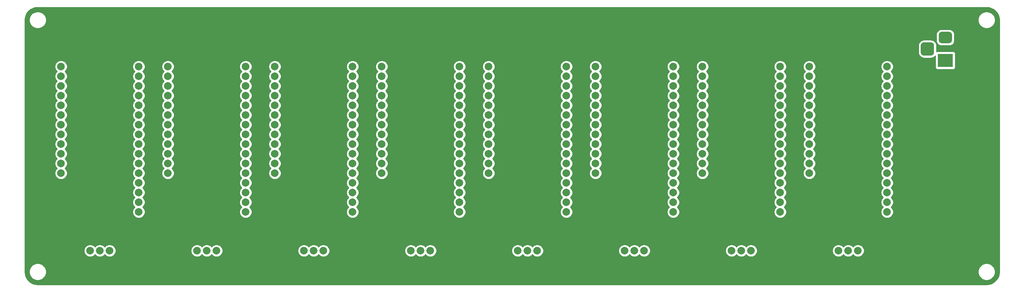
<source format=gtl>
G04 #@! TF.GenerationSoftware,KiCad,Pcbnew,(5.1.6-0-10_14)*
G04 #@! TF.CreationDate,2020-09-10T16:37:37+09:00*
G04 #@! TF.ProjectId,zrzr,7a727a72-2e6b-4696-9361-645f70636258,rev?*
G04 #@! TF.SameCoordinates,PX1ab3f00PY7fcad80*
G04 #@! TF.FileFunction,Copper,L1,Top*
G04 #@! TF.FilePolarity,Positive*
%FSLAX46Y46*%
G04 Gerber Fmt 4.6, Leading zero omitted, Abs format (unit mm)*
G04 Created by KiCad (PCBNEW (5.1.6-0-10_14)) date 2020-09-10 16:37:37*
%MOMM*%
%LPD*%
G01*
G04 APERTURE LIST*
G04 #@! TA.AperFunction,ComponentPad*
%ADD10R,4.000000X3.500000*%
G04 #@! TD*
G04 #@! TA.AperFunction,ComponentPad*
%ADD11C,2.000000*%
G04 #@! TD*
G04 #@! TA.AperFunction,NonConductor*
%ADD12C,0.254000*%
G04 #@! TD*
G04 APERTURE END LIST*
D10*
X241240000Y59420000D03*
G04 #@! TA.AperFunction,ComponentPad*
G36*
G01*
X240240000Y66920000D02*
X242240000Y66920000D01*
G75*
G02*
X242990000Y66170000I0J-750000D01*
G01*
X242990000Y64670000D01*
G75*
G02*
X242240000Y63920000I-750000J0D01*
G01*
X240240000Y63920000D01*
G75*
G02*
X239490000Y64670000I0J750000D01*
G01*
X239490000Y66170000D01*
G75*
G02*
X240240000Y66920000I750000J0D01*
G01*
G37*
G04 #@! TD.AperFunction*
G04 #@! TA.AperFunction,ComponentPad*
G36*
G01*
X235665000Y64170000D02*
X237415000Y64170000D01*
G75*
G02*
X238290000Y63295000I0J-875000D01*
G01*
X238290000Y61545000D01*
G75*
G02*
X237415000Y60670000I-875000J0D01*
G01*
X235665000Y60670000D01*
G75*
G02*
X234790000Y61545000I0J875000D01*
G01*
X234790000Y63295000D01*
G75*
G02*
X235665000Y64170000I875000J0D01*
G01*
G37*
G04 #@! TD.AperFunction*
D11*
X114240000Y19700000D03*
X114240000Y22240000D03*
X114240000Y24780000D03*
X114240000Y27320000D03*
X114240000Y29860000D03*
X114240000Y32400000D03*
X114240000Y34940000D03*
X114240000Y37480000D03*
X114240000Y40020000D03*
X114240000Y42560000D03*
X114240000Y45100000D03*
X114240000Y47640000D03*
X114240000Y50180000D03*
X114240000Y52720000D03*
X114240000Y55260000D03*
X114240000Y57800000D03*
X226000000Y19700000D03*
X226000000Y22240000D03*
X226000000Y24780000D03*
X226000000Y27320000D03*
X226000000Y29860000D03*
X226000000Y32400000D03*
X226000000Y34940000D03*
X226000000Y37480000D03*
X226000000Y40020000D03*
X226000000Y42560000D03*
X226000000Y45100000D03*
X226000000Y47640000D03*
X226000000Y50180000D03*
X226000000Y52720000D03*
X226000000Y55260000D03*
X226000000Y57800000D03*
X198060000Y19700000D03*
X198060000Y22240000D03*
X198060000Y24780000D03*
X198060000Y27320000D03*
X198060000Y29860000D03*
X198060000Y32400000D03*
X198060000Y34940000D03*
X198060000Y37480000D03*
X198060000Y40020000D03*
X198060000Y42560000D03*
X198060000Y45100000D03*
X198060000Y47640000D03*
X198060000Y50180000D03*
X198060000Y52720000D03*
X198060000Y55260000D03*
X198060000Y57800000D03*
X170120000Y19700000D03*
X170120000Y22240000D03*
X170120000Y24780000D03*
X170120000Y27320000D03*
X170120000Y29860000D03*
X170120000Y32400000D03*
X170120000Y34940000D03*
X170120000Y37480000D03*
X170120000Y40020000D03*
X170120000Y42560000D03*
X170120000Y45100000D03*
X170120000Y47640000D03*
X170120000Y50180000D03*
X170120000Y52720000D03*
X170120000Y55260000D03*
X170120000Y57800000D03*
X142180000Y19700000D03*
X142180000Y22240000D03*
X142180000Y24780000D03*
X142180000Y27320000D03*
X142180000Y29860000D03*
X142180000Y32400000D03*
X142180000Y34940000D03*
X142180000Y37480000D03*
X142180000Y40020000D03*
X142180000Y42560000D03*
X142180000Y45100000D03*
X142180000Y47640000D03*
X142180000Y50180000D03*
X142180000Y52720000D03*
X142180000Y55260000D03*
X142180000Y57800000D03*
X86300000Y19700000D03*
X86300000Y22240000D03*
X86300000Y24780000D03*
X86300000Y27320000D03*
X86300000Y29860000D03*
X86300000Y32400000D03*
X86300000Y34940000D03*
X86300000Y37480000D03*
X86300000Y40020000D03*
X86300000Y42560000D03*
X86300000Y45100000D03*
X86300000Y47640000D03*
X86300000Y50180000D03*
X86300000Y52720000D03*
X86300000Y55260000D03*
X86300000Y57800000D03*
X58360000Y19700000D03*
X58360000Y22240000D03*
X58360000Y24780000D03*
X58360000Y27320000D03*
X58360000Y29860000D03*
X58360000Y32400000D03*
X58360000Y34940000D03*
X58360000Y37480000D03*
X58360000Y40020000D03*
X58360000Y42560000D03*
X58360000Y45100000D03*
X58360000Y47640000D03*
X58360000Y50180000D03*
X58360000Y52720000D03*
X58360000Y55260000D03*
X58360000Y57800000D03*
X30420000Y19700000D03*
X30420000Y22240000D03*
X30420000Y24780000D03*
X30420000Y27320000D03*
X30420000Y29860000D03*
X30420000Y32400000D03*
X30420000Y34940000D03*
X30420000Y37480000D03*
X30420000Y40020000D03*
X30420000Y42560000D03*
X30420000Y45100000D03*
X30420000Y47640000D03*
X30420000Y50180000D03*
X30420000Y52720000D03*
X30420000Y55260000D03*
X30420000Y57800000D03*
X129480000Y9540000D03*
X132020000Y9540000D03*
X134560000Y9540000D03*
X213300000Y9540000D03*
X215840000Y9540000D03*
X218380000Y9540000D03*
X185360000Y9540000D03*
X187900000Y9540000D03*
X190440000Y9540000D03*
X157420000Y9540000D03*
X159960000Y9540000D03*
X162500000Y9540000D03*
X101540000Y9540000D03*
X104080000Y9540000D03*
X106620000Y9540000D03*
X73600000Y9540000D03*
X76140000Y9540000D03*
X78680000Y9540000D03*
X45660000Y9540000D03*
X48200000Y9540000D03*
X50740000Y9540000D03*
X17720000Y9540000D03*
X20260000Y9540000D03*
X22800000Y9540000D03*
X149800000Y29860000D03*
X149800000Y32400000D03*
X149800000Y34940000D03*
X149800000Y37480000D03*
X149800000Y40020000D03*
X149800000Y42560000D03*
X149800000Y45100000D03*
X149800000Y47640000D03*
X149800000Y50180000D03*
X149800000Y52720000D03*
X149800000Y55260000D03*
X149800000Y57800000D03*
X121860000Y29860000D03*
X121860000Y32400000D03*
X121860000Y34940000D03*
X121860000Y37480000D03*
X121860000Y40020000D03*
X121860000Y42560000D03*
X121860000Y45100000D03*
X121860000Y47640000D03*
X121860000Y50180000D03*
X121860000Y52720000D03*
X121860000Y55260000D03*
X121860000Y57800000D03*
X205680000Y29860000D03*
X205680000Y32400000D03*
X205680000Y34940000D03*
X205680000Y37480000D03*
X205680000Y40020000D03*
X205680000Y42560000D03*
X205680000Y45100000D03*
X205680000Y47640000D03*
X205680000Y50180000D03*
X205680000Y52720000D03*
X205680000Y55260000D03*
X205680000Y57800000D03*
X177740000Y29860000D03*
X177740000Y32400000D03*
X177740000Y34940000D03*
X177740000Y37480000D03*
X177740000Y40020000D03*
X177740000Y42560000D03*
X177740000Y45100000D03*
X177740000Y47640000D03*
X177740000Y50180000D03*
X177740000Y52720000D03*
X177740000Y55260000D03*
X177740000Y57800000D03*
X93920000Y29860000D03*
X93920000Y32400000D03*
X93920000Y34940000D03*
X93920000Y37480000D03*
X93920000Y40020000D03*
X93920000Y42560000D03*
X93920000Y45100000D03*
X93920000Y47640000D03*
X93920000Y50180000D03*
X93920000Y52720000D03*
X93920000Y55260000D03*
X93920000Y57800000D03*
X65980000Y29860000D03*
X65980000Y32400000D03*
X65980000Y34940000D03*
X65980000Y37480000D03*
X65980000Y40020000D03*
X65980000Y42560000D03*
X65980000Y45100000D03*
X65980000Y47640000D03*
X65980000Y50180000D03*
X65980000Y52720000D03*
X65980000Y55260000D03*
X65980000Y57800000D03*
X38040000Y29860000D03*
X38040000Y32400000D03*
X38040000Y34940000D03*
X38040000Y37480000D03*
X38040000Y40020000D03*
X38040000Y42560000D03*
X38040000Y45100000D03*
X38040000Y47640000D03*
X38040000Y50180000D03*
X38040000Y52720000D03*
X38040000Y55260000D03*
X38040000Y57800000D03*
X10100000Y29860000D03*
X10100000Y32400000D03*
X10100000Y34940000D03*
X10100000Y37480000D03*
X10100000Y40020000D03*
X10100000Y42560000D03*
X10100000Y45100000D03*
X10100000Y47640000D03*
X10100000Y50180000D03*
X10100000Y52720000D03*
X10100000Y55260000D03*
X10100000Y57800000D03*
D12*
G36*
X252648126Y73273286D02*
G01*
X253271572Y73085057D01*
X253846579Y72779319D01*
X254351247Y72367721D01*
X254766362Y71865933D01*
X255076105Y71293076D01*
X255268682Y70670961D01*
X255340000Y69992416D01*
X255340001Y4032289D01*
X255273286Y3351874D01*
X255085057Y2728430D01*
X254779323Y2153427D01*
X254367721Y1648752D01*
X253865933Y1233638D01*
X253293077Y923896D01*
X252670961Y731318D01*
X251992417Y660000D01*
X4032279Y660000D01*
X3351874Y726714D01*
X2728430Y914943D01*
X2153427Y1220677D01*
X1648752Y1632279D01*
X1233638Y2134067D01*
X923896Y2706923D01*
X731318Y3329039D01*
X660000Y4007583D01*
X660000Y4220128D01*
X1765000Y4220128D01*
X1765000Y3779872D01*
X1850890Y3348075D01*
X2019369Y2941331D01*
X2263962Y2575271D01*
X2575271Y2263962D01*
X2941331Y2019369D01*
X3348075Y1850890D01*
X3779872Y1765000D01*
X4220128Y1765000D01*
X4651925Y1850890D01*
X5058669Y2019369D01*
X5424729Y2263962D01*
X5736038Y2575271D01*
X5980631Y2941331D01*
X6149110Y3348075D01*
X6235000Y3779872D01*
X6235000Y4220128D01*
X249765000Y4220128D01*
X249765000Y3779872D01*
X249850890Y3348075D01*
X250019369Y2941331D01*
X250263962Y2575271D01*
X250575271Y2263962D01*
X250941331Y2019369D01*
X251348075Y1850890D01*
X251779872Y1765000D01*
X252220128Y1765000D01*
X252651925Y1850890D01*
X253058669Y2019369D01*
X253424729Y2263962D01*
X253736038Y2575271D01*
X253980631Y2941331D01*
X254149110Y3348075D01*
X254235000Y3779872D01*
X254235000Y4220128D01*
X254149110Y4651925D01*
X253980631Y5058669D01*
X253736038Y5424729D01*
X253424729Y5736038D01*
X253058669Y5980631D01*
X252651925Y6149110D01*
X252220128Y6235000D01*
X251779872Y6235000D01*
X251348075Y6149110D01*
X250941331Y5980631D01*
X250575271Y5736038D01*
X250263962Y5424729D01*
X250019369Y5058669D01*
X249850890Y4651925D01*
X249765000Y4220128D01*
X6235000Y4220128D01*
X6149110Y4651925D01*
X5980631Y5058669D01*
X5736038Y5424729D01*
X5424729Y5736038D01*
X5058669Y5980631D01*
X4651925Y6149110D01*
X4220128Y6235000D01*
X3779872Y6235000D01*
X3348075Y6149110D01*
X2941331Y5980631D01*
X2575271Y5736038D01*
X2263962Y5424729D01*
X2019369Y5058669D01*
X1850890Y4651925D01*
X1765000Y4220128D01*
X660000Y4220128D01*
X660000Y9701033D01*
X16085000Y9701033D01*
X16085000Y9378967D01*
X16147832Y9063088D01*
X16271082Y8765537D01*
X16450013Y8497748D01*
X16677748Y8270013D01*
X16945537Y8091082D01*
X17243088Y7967832D01*
X17558967Y7905000D01*
X17881033Y7905000D01*
X18196912Y7967832D01*
X18494463Y8091082D01*
X18762252Y8270013D01*
X18989987Y8497748D01*
X18990000Y8497767D01*
X18990013Y8497748D01*
X19217748Y8270013D01*
X19485537Y8091082D01*
X19783088Y7967832D01*
X20098967Y7905000D01*
X20421033Y7905000D01*
X20736912Y7967832D01*
X21034463Y8091082D01*
X21302252Y8270013D01*
X21529987Y8497748D01*
X21530000Y8497767D01*
X21530013Y8497748D01*
X21757748Y8270013D01*
X22025537Y8091082D01*
X22323088Y7967832D01*
X22638967Y7905000D01*
X22961033Y7905000D01*
X23276912Y7967832D01*
X23574463Y8091082D01*
X23842252Y8270013D01*
X24069987Y8497748D01*
X24248918Y8765537D01*
X24372168Y9063088D01*
X24435000Y9378967D01*
X24435000Y9701033D01*
X44025000Y9701033D01*
X44025000Y9378967D01*
X44087832Y9063088D01*
X44211082Y8765537D01*
X44390013Y8497748D01*
X44617748Y8270013D01*
X44885537Y8091082D01*
X45183088Y7967832D01*
X45498967Y7905000D01*
X45821033Y7905000D01*
X46136912Y7967832D01*
X46434463Y8091082D01*
X46702252Y8270013D01*
X46929987Y8497748D01*
X46930000Y8497767D01*
X46930013Y8497748D01*
X47157748Y8270013D01*
X47425537Y8091082D01*
X47723088Y7967832D01*
X48038967Y7905000D01*
X48361033Y7905000D01*
X48676912Y7967832D01*
X48974463Y8091082D01*
X49242252Y8270013D01*
X49469987Y8497748D01*
X49470000Y8497767D01*
X49470013Y8497748D01*
X49697748Y8270013D01*
X49965537Y8091082D01*
X50263088Y7967832D01*
X50578967Y7905000D01*
X50901033Y7905000D01*
X51216912Y7967832D01*
X51514463Y8091082D01*
X51782252Y8270013D01*
X52009987Y8497748D01*
X52188918Y8765537D01*
X52312168Y9063088D01*
X52375000Y9378967D01*
X52375000Y9701033D01*
X71965000Y9701033D01*
X71965000Y9378967D01*
X72027832Y9063088D01*
X72151082Y8765537D01*
X72330013Y8497748D01*
X72557748Y8270013D01*
X72825537Y8091082D01*
X73123088Y7967832D01*
X73438967Y7905000D01*
X73761033Y7905000D01*
X74076912Y7967832D01*
X74374463Y8091082D01*
X74642252Y8270013D01*
X74869987Y8497748D01*
X74870000Y8497767D01*
X74870013Y8497748D01*
X75097748Y8270013D01*
X75365537Y8091082D01*
X75663088Y7967832D01*
X75978967Y7905000D01*
X76301033Y7905000D01*
X76616912Y7967832D01*
X76914463Y8091082D01*
X77182252Y8270013D01*
X77409987Y8497748D01*
X77410000Y8497767D01*
X77410013Y8497748D01*
X77637748Y8270013D01*
X77905537Y8091082D01*
X78203088Y7967832D01*
X78518967Y7905000D01*
X78841033Y7905000D01*
X79156912Y7967832D01*
X79454463Y8091082D01*
X79722252Y8270013D01*
X79949987Y8497748D01*
X80128918Y8765537D01*
X80252168Y9063088D01*
X80315000Y9378967D01*
X80315000Y9701033D01*
X99905000Y9701033D01*
X99905000Y9378967D01*
X99967832Y9063088D01*
X100091082Y8765537D01*
X100270013Y8497748D01*
X100497748Y8270013D01*
X100765537Y8091082D01*
X101063088Y7967832D01*
X101378967Y7905000D01*
X101701033Y7905000D01*
X102016912Y7967832D01*
X102314463Y8091082D01*
X102582252Y8270013D01*
X102809987Y8497748D01*
X102810000Y8497767D01*
X102810013Y8497748D01*
X103037748Y8270013D01*
X103305537Y8091082D01*
X103603088Y7967832D01*
X103918967Y7905000D01*
X104241033Y7905000D01*
X104556912Y7967832D01*
X104854463Y8091082D01*
X105122252Y8270013D01*
X105349987Y8497748D01*
X105350000Y8497767D01*
X105350013Y8497748D01*
X105577748Y8270013D01*
X105845537Y8091082D01*
X106143088Y7967832D01*
X106458967Y7905000D01*
X106781033Y7905000D01*
X107096912Y7967832D01*
X107394463Y8091082D01*
X107662252Y8270013D01*
X107889987Y8497748D01*
X108068918Y8765537D01*
X108192168Y9063088D01*
X108255000Y9378967D01*
X108255000Y9701033D01*
X127845000Y9701033D01*
X127845000Y9378967D01*
X127907832Y9063088D01*
X128031082Y8765537D01*
X128210013Y8497748D01*
X128437748Y8270013D01*
X128705537Y8091082D01*
X129003088Y7967832D01*
X129318967Y7905000D01*
X129641033Y7905000D01*
X129956912Y7967832D01*
X130254463Y8091082D01*
X130522252Y8270013D01*
X130749987Y8497748D01*
X130750000Y8497767D01*
X130750013Y8497748D01*
X130977748Y8270013D01*
X131245537Y8091082D01*
X131543088Y7967832D01*
X131858967Y7905000D01*
X132181033Y7905000D01*
X132496912Y7967832D01*
X132794463Y8091082D01*
X133062252Y8270013D01*
X133289987Y8497748D01*
X133290000Y8497767D01*
X133290013Y8497748D01*
X133517748Y8270013D01*
X133785537Y8091082D01*
X134083088Y7967832D01*
X134398967Y7905000D01*
X134721033Y7905000D01*
X135036912Y7967832D01*
X135334463Y8091082D01*
X135602252Y8270013D01*
X135829987Y8497748D01*
X136008918Y8765537D01*
X136132168Y9063088D01*
X136195000Y9378967D01*
X136195000Y9701033D01*
X155785000Y9701033D01*
X155785000Y9378967D01*
X155847832Y9063088D01*
X155971082Y8765537D01*
X156150013Y8497748D01*
X156377748Y8270013D01*
X156645537Y8091082D01*
X156943088Y7967832D01*
X157258967Y7905000D01*
X157581033Y7905000D01*
X157896912Y7967832D01*
X158194463Y8091082D01*
X158462252Y8270013D01*
X158689987Y8497748D01*
X158690000Y8497767D01*
X158690013Y8497748D01*
X158917748Y8270013D01*
X159185537Y8091082D01*
X159483088Y7967832D01*
X159798967Y7905000D01*
X160121033Y7905000D01*
X160436912Y7967832D01*
X160734463Y8091082D01*
X161002252Y8270013D01*
X161229987Y8497748D01*
X161230000Y8497767D01*
X161230013Y8497748D01*
X161457748Y8270013D01*
X161725537Y8091082D01*
X162023088Y7967832D01*
X162338967Y7905000D01*
X162661033Y7905000D01*
X162976912Y7967832D01*
X163274463Y8091082D01*
X163542252Y8270013D01*
X163769987Y8497748D01*
X163948918Y8765537D01*
X164072168Y9063088D01*
X164135000Y9378967D01*
X164135000Y9701033D01*
X183725000Y9701033D01*
X183725000Y9378967D01*
X183787832Y9063088D01*
X183911082Y8765537D01*
X184090013Y8497748D01*
X184317748Y8270013D01*
X184585537Y8091082D01*
X184883088Y7967832D01*
X185198967Y7905000D01*
X185521033Y7905000D01*
X185836912Y7967832D01*
X186134463Y8091082D01*
X186402252Y8270013D01*
X186629987Y8497748D01*
X186630000Y8497767D01*
X186630013Y8497748D01*
X186857748Y8270013D01*
X187125537Y8091082D01*
X187423088Y7967832D01*
X187738967Y7905000D01*
X188061033Y7905000D01*
X188376912Y7967832D01*
X188674463Y8091082D01*
X188942252Y8270013D01*
X189169987Y8497748D01*
X189170000Y8497767D01*
X189170013Y8497748D01*
X189397748Y8270013D01*
X189665537Y8091082D01*
X189963088Y7967832D01*
X190278967Y7905000D01*
X190601033Y7905000D01*
X190916912Y7967832D01*
X191214463Y8091082D01*
X191482252Y8270013D01*
X191709987Y8497748D01*
X191888918Y8765537D01*
X192012168Y9063088D01*
X192075000Y9378967D01*
X192075000Y9701033D01*
X211665000Y9701033D01*
X211665000Y9378967D01*
X211727832Y9063088D01*
X211851082Y8765537D01*
X212030013Y8497748D01*
X212257748Y8270013D01*
X212525537Y8091082D01*
X212823088Y7967832D01*
X213138967Y7905000D01*
X213461033Y7905000D01*
X213776912Y7967832D01*
X214074463Y8091082D01*
X214342252Y8270013D01*
X214569987Y8497748D01*
X214570000Y8497767D01*
X214570013Y8497748D01*
X214797748Y8270013D01*
X215065537Y8091082D01*
X215363088Y7967832D01*
X215678967Y7905000D01*
X216001033Y7905000D01*
X216316912Y7967832D01*
X216614463Y8091082D01*
X216882252Y8270013D01*
X217109987Y8497748D01*
X217110000Y8497767D01*
X217110013Y8497748D01*
X217337748Y8270013D01*
X217605537Y8091082D01*
X217903088Y7967832D01*
X218218967Y7905000D01*
X218541033Y7905000D01*
X218856912Y7967832D01*
X219154463Y8091082D01*
X219422252Y8270013D01*
X219649987Y8497748D01*
X219828918Y8765537D01*
X219952168Y9063088D01*
X220015000Y9378967D01*
X220015000Y9701033D01*
X219952168Y10016912D01*
X219828918Y10314463D01*
X219649987Y10582252D01*
X219422252Y10809987D01*
X219154463Y10988918D01*
X218856912Y11112168D01*
X218541033Y11175000D01*
X218218967Y11175000D01*
X217903088Y11112168D01*
X217605537Y10988918D01*
X217337748Y10809987D01*
X217110013Y10582252D01*
X217110000Y10582233D01*
X217109987Y10582252D01*
X216882252Y10809987D01*
X216614463Y10988918D01*
X216316912Y11112168D01*
X216001033Y11175000D01*
X215678967Y11175000D01*
X215363088Y11112168D01*
X215065537Y10988918D01*
X214797748Y10809987D01*
X214570013Y10582252D01*
X214570000Y10582233D01*
X214569987Y10582252D01*
X214342252Y10809987D01*
X214074463Y10988918D01*
X213776912Y11112168D01*
X213461033Y11175000D01*
X213138967Y11175000D01*
X212823088Y11112168D01*
X212525537Y10988918D01*
X212257748Y10809987D01*
X212030013Y10582252D01*
X211851082Y10314463D01*
X211727832Y10016912D01*
X211665000Y9701033D01*
X192075000Y9701033D01*
X192012168Y10016912D01*
X191888918Y10314463D01*
X191709987Y10582252D01*
X191482252Y10809987D01*
X191214463Y10988918D01*
X190916912Y11112168D01*
X190601033Y11175000D01*
X190278967Y11175000D01*
X189963088Y11112168D01*
X189665537Y10988918D01*
X189397748Y10809987D01*
X189170013Y10582252D01*
X189170000Y10582233D01*
X189169987Y10582252D01*
X188942252Y10809987D01*
X188674463Y10988918D01*
X188376912Y11112168D01*
X188061033Y11175000D01*
X187738967Y11175000D01*
X187423088Y11112168D01*
X187125537Y10988918D01*
X186857748Y10809987D01*
X186630013Y10582252D01*
X186630000Y10582233D01*
X186629987Y10582252D01*
X186402252Y10809987D01*
X186134463Y10988918D01*
X185836912Y11112168D01*
X185521033Y11175000D01*
X185198967Y11175000D01*
X184883088Y11112168D01*
X184585537Y10988918D01*
X184317748Y10809987D01*
X184090013Y10582252D01*
X183911082Y10314463D01*
X183787832Y10016912D01*
X183725000Y9701033D01*
X164135000Y9701033D01*
X164072168Y10016912D01*
X163948918Y10314463D01*
X163769987Y10582252D01*
X163542252Y10809987D01*
X163274463Y10988918D01*
X162976912Y11112168D01*
X162661033Y11175000D01*
X162338967Y11175000D01*
X162023088Y11112168D01*
X161725537Y10988918D01*
X161457748Y10809987D01*
X161230013Y10582252D01*
X161230000Y10582233D01*
X161229987Y10582252D01*
X161002252Y10809987D01*
X160734463Y10988918D01*
X160436912Y11112168D01*
X160121033Y11175000D01*
X159798967Y11175000D01*
X159483088Y11112168D01*
X159185537Y10988918D01*
X158917748Y10809987D01*
X158690013Y10582252D01*
X158690000Y10582233D01*
X158689987Y10582252D01*
X158462252Y10809987D01*
X158194463Y10988918D01*
X157896912Y11112168D01*
X157581033Y11175000D01*
X157258967Y11175000D01*
X156943088Y11112168D01*
X156645537Y10988918D01*
X156377748Y10809987D01*
X156150013Y10582252D01*
X155971082Y10314463D01*
X155847832Y10016912D01*
X155785000Y9701033D01*
X136195000Y9701033D01*
X136132168Y10016912D01*
X136008918Y10314463D01*
X135829987Y10582252D01*
X135602252Y10809987D01*
X135334463Y10988918D01*
X135036912Y11112168D01*
X134721033Y11175000D01*
X134398967Y11175000D01*
X134083088Y11112168D01*
X133785537Y10988918D01*
X133517748Y10809987D01*
X133290013Y10582252D01*
X133290000Y10582233D01*
X133289987Y10582252D01*
X133062252Y10809987D01*
X132794463Y10988918D01*
X132496912Y11112168D01*
X132181033Y11175000D01*
X131858967Y11175000D01*
X131543088Y11112168D01*
X131245537Y10988918D01*
X130977748Y10809987D01*
X130750013Y10582252D01*
X130750000Y10582233D01*
X130749987Y10582252D01*
X130522252Y10809987D01*
X130254463Y10988918D01*
X129956912Y11112168D01*
X129641033Y11175000D01*
X129318967Y11175000D01*
X129003088Y11112168D01*
X128705537Y10988918D01*
X128437748Y10809987D01*
X128210013Y10582252D01*
X128031082Y10314463D01*
X127907832Y10016912D01*
X127845000Y9701033D01*
X108255000Y9701033D01*
X108192168Y10016912D01*
X108068918Y10314463D01*
X107889987Y10582252D01*
X107662252Y10809987D01*
X107394463Y10988918D01*
X107096912Y11112168D01*
X106781033Y11175000D01*
X106458967Y11175000D01*
X106143088Y11112168D01*
X105845537Y10988918D01*
X105577748Y10809987D01*
X105350013Y10582252D01*
X105350000Y10582233D01*
X105349987Y10582252D01*
X105122252Y10809987D01*
X104854463Y10988918D01*
X104556912Y11112168D01*
X104241033Y11175000D01*
X103918967Y11175000D01*
X103603088Y11112168D01*
X103305537Y10988918D01*
X103037748Y10809987D01*
X102810013Y10582252D01*
X102810000Y10582233D01*
X102809987Y10582252D01*
X102582252Y10809987D01*
X102314463Y10988918D01*
X102016912Y11112168D01*
X101701033Y11175000D01*
X101378967Y11175000D01*
X101063088Y11112168D01*
X100765537Y10988918D01*
X100497748Y10809987D01*
X100270013Y10582252D01*
X100091082Y10314463D01*
X99967832Y10016912D01*
X99905000Y9701033D01*
X80315000Y9701033D01*
X80252168Y10016912D01*
X80128918Y10314463D01*
X79949987Y10582252D01*
X79722252Y10809987D01*
X79454463Y10988918D01*
X79156912Y11112168D01*
X78841033Y11175000D01*
X78518967Y11175000D01*
X78203088Y11112168D01*
X77905537Y10988918D01*
X77637748Y10809987D01*
X77410013Y10582252D01*
X77410000Y10582233D01*
X77409987Y10582252D01*
X77182252Y10809987D01*
X76914463Y10988918D01*
X76616912Y11112168D01*
X76301033Y11175000D01*
X75978967Y11175000D01*
X75663088Y11112168D01*
X75365537Y10988918D01*
X75097748Y10809987D01*
X74870013Y10582252D01*
X74870000Y10582233D01*
X74869987Y10582252D01*
X74642252Y10809987D01*
X74374463Y10988918D01*
X74076912Y11112168D01*
X73761033Y11175000D01*
X73438967Y11175000D01*
X73123088Y11112168D01*
X72825537Y10988918D01*
X72557748Y10809987D01*
X72330013Y10582252D01*
X72151082Y10314463D01*
X72027832Y10016912D01*
X71965000Y9701033D01*
X52375000Y9701033D01*
X52312168Y10016912D01*
X52188918Y10314463D01*
X52009987Y10582252D01*
X51782252Y10809987D01*
X51514463Y10988918D01*
X51216912Y11112168D01*
X50901033Y11175000D01*
X50578967Y11175000D01*
X50263088Y11112168D01*
X49965537Y10988918D01*
X49697748Y10809987D01*
X49470013Y10582252D01*
X49470000Y10582233D01*
X49469987Y10582252D01*
X49242252Y10809987D01*
X48974463Y10988918D01*
X48676912Y11112168D01*
X48361033Y11175000D01*
X48038967Y11175000D01*
X47723088Y11112168D01*
X47425537Y10988918D01*
X47157748Y10809987D01*
X46930013Y10582252D01*
X46930000Y10582233D01*
X46929987Y10582252D01*
X46702252Y10809987D01*
X46434463Y10988918D01*
X46136912Y11112168D01*
X45821033Y11175000D01*
X45498967Y11175000D01*
X45183088Y11112168D01*
X44885537Y10988918D01*
X44617748Y10809987D01*
X44390013Y10582252D01*
X44211082Y10314463D01*
X44087832Y10016912D01*
X44025000Y9701033D01*
X24435000Y9701033D01*
X24372168Y10016912D01*
X24248918Y10314463D01*
X24069987Y10582252D01*
X23842252Y10809987D01*
X23574463Y10988918D01*
X23276912Y11112168D01*
X22961033Y11175000D01*
X22638967Y11175000D01*
X22323088Y11112168D01*
X22025537Y10988918D01*
X21757748Y10809987D01*
X21530013Y10582252D01*
X21530000Y10582233D01*
X21529987Y10582252D01*
X21302252Y10809987D01*
X21034463Y10988918D01*
X20736912Y11112168D01*
X20421033Y11175000D01*
X20098967Y11175000D01*
X19783088Y11112168D01*
X19485537Y10988918D01*
X19217748Y10809987D01*
X18990013Y10582252D01*
X18990000Y10582233D01*
X18989987Y10582252D01*
X18762252Y10809987D01*
X18494463Y10988918D01*
X18196912Y11112168D01*
X17881033Y11175000D01*
X17558967Y11175000D01*
X17243088Y11112168D01*
X16945537Y10988918D01*
X16677748Y10809987D01*
X16450013Y10582252D01*
X16271082Y10314463D01*
X16147832Y10016912D01*
X16085000Y9701033D01*
X660000Y9701033D01*
X660000Y57961033D01*
X8465000Y57961033D01*
X8465000Y57638967D01*
X8527832Y57323088D01*
X8651082Y57025537D01*
X8830013Y56757748D01*
X9057748Y56530013D01*
X9057767Y56530000D01*
X9057748Y56529987D01*
X8830013Y56302252D01*
X8651082Y56034463D01*
X8527832Y55736912D01*
X8465000Y55421033D01*
X8465000Y55098967D01*
X8527832Y54783088D01*
X8651082Y54485537D01*
X8830013Y54217748D01*
X9057748Y53990013D01*
X9057767Y53990000D01*
X9057748Y53989987D01*
X8830013Y53762252D01*
X8651082Y53494463D01*
X8527832Y53196912D01*
X8465000Y52881033D01*
X8465000Y52558967D01*
X8527832Y52243088D01*
X8651082Y51945537D01*
X8830013Y51677748D01*
X9057748Y51450013D01*
X9057767Y51450000D01*
X9057748Y51449987D01*
X8830013Y51222252D01*
X8651082Y50954463D01*
X8527832Y50656912D01*
X8465000Y50341033D01*
X8465000Y50018967D01*
X8527832Y49703088D01*
X8651082Y49405537D01*
X8830013Y49137748D01*
X9057748Y48910013D01*
X9057767Y48910000D01*
X9057748Y48909987D01*
X8830013Y48682252D01*
X8651082Y48414463D01*
X8527832Y48116912D01*
X8465000Y47801033D01*
X8465000Y47478967D01*
X8527832Y47163088D01*
X8651082Y46865537D01*
X8830013Y46597748D01*
X9057748Y46370013D01*
X9057767Y46370000D01*
X9057748Y46369987D01*
X8830013Y46142252D01*
X8651082Y45874463D01*
X8527832Y45576912D01*
X8465000Y45261033D01*
X8465000Y44938967D01*
X8527832Y44623088D01*
X8651082Y44325537D01*
X8830013Y44057748D01*
X9057748Y43830013D01*
X9057767Y43830000D01*
X9057748Y43829987D01*
X8830013Y43602252D01*
X8651082Y43334463D01*
X8527832Y43036912D01*
X8465000Y42721033D01*
X8465000Y42398967D01*
X8527832Y42083088D01*
X8651082Y41785537D01*
X8830013Y41517748D01*
X9057748Y41290013D01*
X9057767Y41290000D01*
X9057748Y41289987D01*
X8830013Y41062252D01*
X8651082Y40794463D01*
X8527832Y40496912D01*
X8465000Y40181033D01*
X8465000Y39858967D01*
X8527832Y39543088D01*
X8651082Y39245537D01*
X8830013Y38977748D01*
X9057748Y38750013D01*
X9057767Y38750000D01*
X9057748Y38749987D01*
X8830013Y38522252D01*
X8651082Y38254463D01*
X8527832Y37956912D01*
X8465000Y37641033D01*
X8465000Y37318967D01*
X8527832Y37003088D01*
X8651082Y36705537D01*
X8830013Y36437748D01*
X9057748Y36210013D01*
X9057767Y36210000D01*
X9057748Y36209987D01*
X8830013Y35982252D01*
X8651082Y35714463D01*
X8527832Y35416912D01*
X8465000Y35101033D01*
X8465000Y34778967D01*
X8527832Y34463088D01*
X8651082Y34165537D01*
X8830013Y33897748D01*
X9057748Y33670013D01*
X9057767Y33670000D01*
X9057748Y33669987D01*
X8830013Y33442252D01*
X8651082Y33174463D01*
X8527832Y32876912D01*
X8465000Y32561033D01*
X8465000Y32238967D01*
X8527832Y31923088D01*
X8651082Y31625537D01*
X8830013Y31357748D01*
X9057748Y31130013D01*
X9057767Y31130000D01*
X9057748Y31129987D01*
X8830013Y30902252D01*
X8651082Y30634463D01*
X8527832Y30336912D01*
X8465000Y30021033D01*
X8465000Y29698967D01*
X8527832Y29383088D01*
X8651082Y29085537D01*
X8830013Y28817748D01*
X9057748Y28590013D01*
X9325537Y28411082D01*
X9623088Y28287832D01*
X9938967Y28225000D01*
X10261033Y28225000D01*
X10576912Y28287832D01*
X10874463Y28411082D01*
X11142252Y28590013D01*
X11369987Y28817748D01*
X11548918Y29085537D01*
X11672168Y29383088D01*
X11735000Y29698967D01*
X11735000Y30021033D01*
X11672168Y30336912D01*
X11548918Y30634463D01*
X11369987Y30902252D01*
X11142252Y31129987D01*
X11142233Y31130000D01*
X11142252Y31130013D01*
X11369987Y31357748D01*
X11548918Y31625537D01*
X11672168Y31923088D01*
X11735000Y32238967D01*
X11735000Y32561033D01*
X11672168Y32876912D01*
X11548918Y33174463D01*
X11369987Y33442252D01*
X11142252Y33669987D01*
X11142233Y33670000D01*
X11142252Y33670013D01*
X11369987Y33897748D01*
X11548918Y34165537D01*
X11672168Y34463088D01*
X11735000Y34778967D01*
X11735000Y35101033D01*
X11672168Y35416912D01*
X11548918Y35714463D01*
X11369987Y35982252D01*
X11142252Y36209987D01*
X11142233Y36210000D01*
X11142252Y36210013D01*
X11369987Y36437748D01*
X11548918Y36705537D01*
X11672168Y37003088D01*
X11735000Y37318967D01*
X11735000Y37641033D01*
X11672168Y37956912D01*
X11548918Y38254463D01*
X11369987Y38522252D01*
X11142252Y38749987D01*
X11142233Y38750000D01*
X11142252Y38750013D01*
X11369987Y38977748D01*
X11548918Y39245537D01*
X11672168Y39543088D01*
X11735000Y39858967D01*
X11735000Y40181033D01*
X11672168Y40496912D01*
X11548918Y40794463D01*
X11369987Y41062252D01*
X11142252Y41289987D01*
X11142233Y41290000D01*
X11142252Y41290013D01*
X11369987Y41517748D01*
X11548918Y41785537D01*
X11672168Y42083088D01*
X11735000Y42398967D01*
X11735000Y42721033D01*
X11672168Y43036912D01*
X11548918Y43334463D01*
X11369987Y43602252D01*
X11142252Y43829987D01*
X11142233Y43830000D01*
X11142252Y43830013D01*
X11369987Y44057748D01*
X11548918Y44325537D01*
X11672168Y44623088D01*
X11735000Y44938967D01*
X11735000Y45261033D01*
X11672168Y45576912D01*
X11548918Y45874463D01*
X11369987Y46142252D01*
X11142252Y46369987D01*
X11142233Y46370000D01*
X11142252Y46370013D01*
X11369987Y46597748D01*
X11548918Y46865537D01*
X11672168Y47163088D01*
X11735000Y47478967D01*
X11735000Y47801033D01*
X11672168Y48116912D01*
X11548918Y48414463D01*
X11369987Y48682252D01*
X11142252Y48909987D01*
X11142233Y48910000D01*
X11142252Y48910013D01*
X11369987Y49137748D01*
X11548918Y49405537D01*
X11672168Y49703088D01*
X11735000Y50018967D01*
X11735000Y50341033D01*
X11672168Y50656912D01*
X11548918Y50954463D01*
X11369987Y51222252D01*
X11142252Y51449987D01*
X11142233Y51450000D01*
X11142252Y51450013D01*
X11369987Y51677748D01*
X11548918Y51945537D01*
X11672168Y52243088D01*
X11735000Y52558967D01*
X11735000Y52881033D01*
X11672168Y53196912D01*
X11548918Y53494463D01*
X11369987Y53762252D01*
X11142252Y53989987D01*
X11142233Y53990000D01*
X11142252Y53990013D01*
X11369987Y54217748D01*
X11548918Y54485537D01*
X11672168Y54783088D01*
X11735000Y55098967D01*
X11735000Y55421033D01*
X11672168Y55736912D01*
X11548918Y56034463D01*
X11369987Y56302252D01*
X11142252Y56529987D01*
X11142233Y56530000D01*
X11142252Y56530013D01*
X11369987Y56757748D01*
X11548918Y57025537D01*
X11672168Y57323088D01*
X11735000Y57638967D01*
X11735000Y57961033D01*
X28785000Y57961033D01*
X28785000Y57638967D01*
X28847832Y57323088D01*
X28971082Y57025537D01*
X29150013Y56757748D01*
X29377748Y56530013D01*
X29377767Y56530000D01*
X29377748Y56529987D01*
X29150013Y56302252D01*
X28971082Y56034463D01*
X28847832Y55736912D01*
X28785000Y55421033D01*
X28785000Y55098967D01*
X28847832Y54783088D01*
X28971082Y54485537D01*
X29150013Y54217748D01*
X29377748Y53990013D01*
X29377767Y53990000D01*
X29377748Y53989987D01*
X29150013Y53762252D01*
X28971082Y53494463D01*
X28847832Y53196912D01*
X28785000Y52881033D01*
X28785000Y52558967D01*
X28847832Y52243088D01*
X28971082Y51945537D01*
X29150013Y51677748D01*
X29377748Y51450013D01*
X29377767Y51450000D01*
X29377748Y51449987D01*
X29150013Y51222252D01*
X28971082Y50954463D01*
X28847832Y50656912D01*
X28785000Y50341033D01*
X28785000Y50018967D01*
X28847832Y49703088D01*
X28971082Y49405537D01*
X29150013Y49137748D01*
X29377748Y48910013D01*
X29377767Y48910000D01*
X29377748Y48909987D01*
X29150013Y48682252D01*
X28971082Y48414463D01*
X28847832Y48116912D01*
X28785000Y47801033D01*
X28785000Y47478967D01*
X28847832Y47163088D01*
X28971082Y46865537D01*
X29150013Y46597748D01*
X29377748Y46370013D01*
X29377767Y46370000D01*
X29377748Y46369987D01*
X29150013Y46142252D01*
X28971082Y45874463D01*
X28847832Y45576912D01*
X28785000Y45261033D01*
X28785000Y44938967D01*
X28847832Y44623088D01*
X28971082Y44325537D01*
X29150013Y44057748D01*
X29377748Y43830013D01*
X29377767Y43830000D01*
X29377748Y43829987D01*
X29150013Y43602252D01*
X28971082Y43334463D01*
X28847832Y43036912D01*
X28785000Y42721033D01*
X28785000Y42398967D01*
X28847832Y42083088D01*
X28971082Y41785537D01*
X29150013Y41517748D01*
X29377748Y41290013D01*
X29377767Y41290000D01*
X29377748Y41289987D01*
X29150013Y41062252D01*
X28971082Y40794463D01*
X28847832Y40496912D01*
X28785000Y40181033D01*
X28785000Y39858967D01*
X28847832Y39543088D01*
X28971082Y39245537D01*
X29150013Y38977748D01*
X29377748Y38750013D01*
X29377767Y38750000D01*
X29377748Y38749987D01*
X29150013Y38522252D01*
X28971082Y38254463D01*
X28847832Y37956912D01*
X28785000Y37641033D01*
X28785000Y37318967D01*
X28847832Y37003088D01*
X28971082Y36705537D01*
X29150013Y36437748D01*
X29377748Y36210013D01*
X29377767Y36210000D01*
X29377748Y36209987D01*
X29150013Y35982252D01*
X28971082Y35714463D01*
X28847832Y35416912D01*
X28785000Y35101033D01*
X28785000Y34778967D01*
X28847832Y34463088D01*
X28971082Y34165537D01*
X29150013Y33897748D01*
X29377748Y33670013D01*
X29377767Y33670000D01*
X29377748Y33669987D01*
X29150013Y33442252D01*
X28971082Y33174463D01*
X28847832Y32876912D01*
X28785000Y32561033D01*
X28785000Y32238967D01*
X28847832Y31923088D01*
X28971082Y31625537D01*
X29150013Y31357748D01*
X29377748Y31130013D01*
X29377767Y31130000D01*
X29377748Y31129987D01*
X29150013Y30902252D01*
X28971082Y30634463D01*
X28847832Y30336912D01*
X28785000Y30021033D01*
X28785000Y29698967D01*
X28847832Y29383088D01*
X28971082Y29085537D01*
X29150013Y28817748D01*
X29377748Y28590013D01*
X29377767Y28590000D01*
X29377748Y28589987D01*
X29150013Y28362252D01*
X28971082Y28094463D01*
X28847832Y27796912D01*
X28785000Y27481033D01*
X28785000Y27158967D01*
X28847832Y26843088D01*
X28971082Y26545537D01*
X29150013Y26277748D01*
X29377748Y26050013D01*
X29377767Y26050000D01*
X29377748Y26049987D01*
X29150013Y25822252D01*
X28971082Y25554463D01*
X28847832Y25256912D01*
X28785000Y24941033D01*
X28785000Y24618967D01*
X28847832Y24303088D01*
X28971082Y24005537D01*
X29150013Y23737748D01*
X29377748Y23510013D01*
X29377767Y23510000D01*
X29377748Y23509987D01*
X29150013Y23282252D01*
X28971082Y23014463D01*
X28847832Y22716912D01*
X28785000Y22401033D01*
X28785000Y22078967D01*
X28847832Y21763088D01*
X28971082Y21465537D01*
X29150013Y21197748D01*
X29377748Y20970013D01*
X29377767Y20970000D01*
X29377748Y20969987D01*
X29150013Y20742252D01*
X28971082Y20474463D01*
X28847832Y20176912D01*
X28785000Y19861033D01*
X28785000Y19538967D01*
X28847832Y19223088D01*
X28971082Y18925537D01*
X29150013Y18657748D01*
X29377748Y18430013D01*
X29645537Y18251082D01*
X29943088Y18127832D01*
X30258967Y18065000D01*
X30581033Y18065000D01*
X30896912Y18127832D01*
X31194463Y18251082D01*
X31462252Y18430013D01*
X31689987Y18657748D01*
X31868918Y18925537D01*
X31992168Y19223088D01*
X32055000Y19538967D01*
X32055000Y19861033D01*
X31992168Y20176912D01*
X31868918Y20474463D01*
X31689987Y20742252D01*
X31462252Y20969987D01*
X31462233Y20970000D01*
X31462252Y20970013D01*
X31689987Y21197748D01*
X31868918Y21465537D01*
X31992168Y21763088D01*
X32055000Y22078967D01*
X32055000Y22401033D01*
X31992168Y22716912D01*
X31868918Y23014463D01*
X31689987Y23282252D01*
X31462252Y23509987D01*
X31462233Y23510000D01*
X31462252Y23510013D01*
X31689987Y23737748D01*
X31868918Y24005537D01*
X31992168Y24303088D01*
X32055000Y24618967D01*
X32055000Y24941033D01*
X31992168Y25256912D01*
X31868918Y25554463D01*
X31689987Y25822252D01*
X31462252Y26049987D01*
X31462233Y26050000D01*
X31462252Y26050013D01*
X31689987Y26277748D01*
X31868918Y26545537D01*
X31992168Y26843088D01*
X32055000Y27158967D01*
X32055000Y27481033D01*
X31992168Y27796912D01*
X31868918Y28094463D01*
X31689987Y28362252D01*
X31462252Y28589987D01*
X31462233Y28590000D01*
X31462252Y28590013D01*
X31689987Y28817748D01*
X31868918Y29085537D01*
X31992168Y29383088D01*
X32055000Y29698967D01*
X32055000Y30021033D01*
X31992168Y30336912D01*
X31868918Y30634463D01*
X31689987Y30902252D01*
X31462252Y31129987D01*
X31462233Y31130000D01*
X31462252Y31130013D01*
X31689987Y31357748D01*
X31868918Y31625537D01*
X31992168Y31923088D01*
X32055000Y32238967D01*
X32055000Y32561033D01*
X31992168Y32876912D01*
X31868918Y33174463D01*
X31689987Y33442252D01*
X31462252Y33669987D01*
X31462233Y33670000D01*
X31462252Y33670013D01*
X31689987Y33897748D01*
X31868918Y34165537D01*
X31992168Y34463088D01*
X32055000Y34778967D01*
X32055000Y35101033D01*
X31992168Y35416912D01*
X31868918Y35714463D01*
X31689987Y35982252D01*
X31462252Y36209987D01*
X31462233Y36210000D01*
X31462252Y36210013D01*
X31689987Y36437748D01*
X31868918Y36705537D01*
X31992168Y37003088D01*
X32055000Y37318967D01*
X32055000Y37641033D01*
X31992168Y37956912D01*
X31868918Y38254463D01*
X31689987Y38522252D01*
X31462252Y38749987D01*
X31462233Y38750000D01*
X31462252Y38750013D01*
X31689987Y38977748D01*
X31868918Y39245537D01*
X31992168Y39543088D01*
X32055000Y39858967D01*
X32055000Y40181033D01*
X31992168Y40496912D01*
X31868918Y40794463D01*
X31689987Y41062252D01*
X31462252Y41289987D01*
X31462233Y41290000D01*
X31462252Y41290013D01*
X31689987Y41517748D01*
X31868918Y41785537D01*
X31992168Y42083088D01*
X32055000Y42398967D01*
X32055000Y42721033D01*
X31992168Y43036912D01*
X31868918Y43334463D01*
X31689987Y43602252D01*
X31462252Y43829987D01*
X31462233Y43830000D01*
X31462252Y43830013D01*
X31689987Y44057748D01*
X31868918Y44325537D01*
X31992168Y44623088D01*
X32055000Y44938967D01*
X32055000Y45261033D01*
X31992168Y45576912D01*
X31868918Y45874463D01*
X31689987Y46142252D01*
X31462252Y46369987D01*
X31462233Y46370000D01*
X31462252Y46370013D01*
X31689987Y46597748D01*
X31868918Y46865537D01*
X31992168Y47163088D01*
X32055000Y47478967D01*
X32055000Y47801033D01*
X31992168Y48116912D01*
X31868918Y48414463D01*
X31689987Y48682252D01*
X31462252Y48909987D01*
X31462233Y48910000D01*
X31462252Y48910013D01*
X31689987Y49137748D01*
X31868918Y49405537D01*
X31992168Y49703088D01*
X32055000Y50018967D01*
X32055000Y50341033D01*
X31992168Y50656912D01*
X31868918Y50954463D01*
X31689987Y51222252D01*
X31462252Y51449987D01*
X31462233Y51450000D01*
X31462252Y51450013D01*
X31689987Y51677748D01*
X31868918Y51945537D01*
X31992168Y52243088D01*
X32055000Y52558967D01*
X32055000Y52881033D01*
X31992168Y53196912D01*
X31868918Y53494463D01*
X31689987Y53762252D01*
X31462252Y53989987D01*
X31462233Y53990000D01*
X31462252Y53990013D01*
X31689987Y54217748D01*
X31868918Y54485537D01*
X31992168Y54783088D01*
X32055000Y55098967D01*
X32055000Y55421033D01*
X31992168Y55736912D01*
X31868918Y56034463D01*
X31689987Y56302252D01*
X31462252Y56529987D01*
X31462233Y56530000D01*
X31462252Y56530013D01*
X31689987Y56757748D01*
X31868918Y57025537D01*
X31992168Y57323088D01*
X32055000Y57638967D01*
X32055000Y57961033D01*
X36405000Y57961033D01*
X36405000Y57638967D01*
X36467832Y57323088D01*
X36591082Y57025537D01*
X36770013Y56757748D01*
X36997748Y56530013D01*
X36997767Y56530000D01*
X36997748Y56529987D01*
X36770013Y56302252D01*
X36591082Y56034463D01*
X36467832Y55736912D01*
X36405000Y55421033D01*
X36405000Y55098967D01*
X36467832Y54783088D01*
X36591082Y54485537D01*
X36770013Y54217748D01*
X36997748Y53990013D01*
X36997767Y53990000D01*
X36997748Y53989987D01*
X36770013Y53762252D01*
X36591082Y53494463D01*
X36467832Y53196912D01*
X36405000Y52881033D01*
X36405000Y52558967D01*
X36467832Y52243088D01*
X36591082Y51945537D01*
X36770013Y51677748D01*
X36997748Y51450013D01*
X36997767Y51450000D01*
X36997748Y51449987D01*
X36770013Y51222252D01*
X36591082Y50954463D01*
X36467832Y50656912D01*
X36405000Y50341033D01*
X36405000Y50018967D01*
X36467832Y49703088D01*
X36591082Y49405537D01*
X36770013Y49137748D01*
X36997748Y48910013D01*
X36997767Y48910000D01*
X36997748Y48909987D01*
X36770013Y48682252D01*
X36591082Y48414463D01*
X36467832Y48116912D01*
X36405000Y47801033D01*
X36405000Y47478967D01*
X36467832Y47163088D01*
X36591082Y46865537D01*
X36770013Y46597748D01*
X36997748Y46370013D01*
X36997767Y46370000D01*
X36997748Y46369987D01*
X36770013Y46142252D01*
X36591082Y45874463D01*
X36467832Y45576912D01*
X36405000Y45261033D01*
X36405000Y44938967D01*
X36467832Y44623088D01*
X36591082Y44325537D01*
X36770013Y44057748D01*
X36997748Y43830013D01*
X36997767Y43830000D01*
X36997748Y43829987D01*
X36770013Y43602252D01*
X36591082Y43334463D01*
X36467832Y43036912D01*
X36405000Y42721033D01*
X36405000Y42398967D01*
X36467832Y42083088D01*
X36591082Y41785537D01*
X36770013Y41517748D01*
X36997748Y41290013D01*
X36997767Y41290000D01*
X36997748Y41289987D01*
X36770013Y41062252D01*
X36591082Y40794463D01*
X36467832Y40496912D01*
X36405000Y40181033D01*
X36405000Y39858967D01*
X36467832Y39543088D01*
X36591082Y39245537D01*
X36770013Y38977748D01*
X36997748Y38750013D01*
X36997767Y38750000D01*
X36997748Y38749987D01*
X36770013Y38522252D01*
X36591082Y38254463D01*
X36467832Y37956912D01*
X36405000Y37641033D01*
X36405000Y37318967D01*
X36467832Y37003088D01*
X36591082Y36705537D01*
X36770013Y36437748D01*
X36997748Y36210013D01*
X36997767Y36210000D01*
X36997748Y36209987D01*
X36770013Y35982252D01*
X36591082Y35714463D01*
X36467832Y35416912D01*
X36405000Y35101033D01*
X36405000Y34778967D01*
X36467832Y34463088D01*
X36591082Y34165537D01*
X36770013Y33897748D01*
X36997748Y33670013D01*
X36997767Y33670000D01*
X36997748Y33669987D01*
X36770013Y33442252D01*
X36591082Y33174463D01*
X36467832Y32876912D01*
X36405000Y32561033D01*
X36405000Y32238967D01*
X36467832Y31923088D01*
X36591082Y31625537D01*
X36770013Y31357748D01*
X36997748Y31130013D01*
X36997767Y31130000D01*
X36997748Y31129987D01*
X36770013Y30902252D01*
X36591082Y30634463D01*
X36467832Y30336912D01*
X36405000Y30021033D01*
X36405000Y29698967D01*
X36467832Y29383088D01*
X36591082Y29085537D01*
X36770013Y28817748D01*
X36997748Y28590013D01*
X37265537Y28411082D01*
X37563088Y28287832D01*
X37878967Y28225000D01*
X38201033Y28225000D01*
X38516912Y28287832D01*
X38814463Y28411082D01*
X39082252Y28590013D01*
X39309987Y28817748D01*
X39488918Y29085537D01*
X39612168Y29383088D01*
X39675000Y29698967D01*
X39675000Y30021033D01*
X39612168Y30336912D01*
X39488918Y30634463D01*
X39309987Y30902252D01*
X39082252Y31129987D01*
X39082233Y31130000D01*
X39082252Y31130013D01*
X39309987Y31357748D01*
X39488918Y31625537D01*
X39612168Y31923088D01*
X39675000Y32238967D01*
X39675000Y32561033D01*
X39612168Y32876912D01*
X39488918Y33174463D01*
X39309987Y33442252D01*
X39082252Y33669987D01*
X39082233Y33670000D01*
X39082252Y33670013D01*
X39309987Y33897748D01*
X39488918Y34165537D01*
X39612168Y34463088D01*
X39675000Y34778967D01*
X39675000Y35101033D01*
X39612168Y35416912D01*
X39488918Y35714463D01*
X39309987Y35982252D01*
X39082252Y36209987D01*
X39082233Y36210000D01*
X39082252Y36210013D01*
X39309987Y36437748D01*
X39488918Y36705537D01*
X39612168Y37003088D01*
X39675000Y37318967D01*
X39675000Y37641033D01*
X39612168Y37956912D01*
X39488918Y38254463D01*
X39309987Y38522252D01*
X39082252Y38749987D01*
X39082233Y38750000D01*
X39082252Y38750013D01*
X39309987Y38977748D01*
X39488918Y39245537D01*
X39612168Y39543088D01*
X39675000Y39858967D01*
X39675000Y40181033D01*
X39612168Y40496912D01*
X39488918Y40794463D01*
X39309987Y41062252D01*
X39082252Y41289987D01*
X39082233Y41290000D01*
X39082252Y41290013D01*
X39309987Y41517748D01*
X39488918Y41785537D01*
X39612168Y42083088D01*
X39675000Y42398967D01*
X39675000Y42721033D01*
X39612168Y43036912D01*
X39488918Y43334463D01*
X39309987Y43602252D01*
X39082252Y43829987D01*
X39082233Y43830000D01*
X39082252Y43830013D01*
X39309987Y44057748D01*
X39488918Y44325537D01*
X39612168Y44623088D01*
X39675000Y44938967D01*
X39675000Y45261033D01*
X39612168Y45576912D01*
X39488918Y45874463D01*
X39309987Y46142252D01*
X39082252Y46369987D01*
X39082233Y46370000D01*
X39082252Y46370013D01*
X39309987Y46597748D01*
X39488918Y46865537D01*
X39612168Y47163088D01*
X39675000Y47478967D01*
X39675000Y47801033D01*
X39612168Y48116912D01*
X39488918Y48414463D01*
X39309987Y48682252D01*
X39082252Y48909987D01*
X39082233Y48910000D01*
X39082252Y48910013D01*
X39309987Y49137748D01*
X39488918Y49405537D01*
X39612168Y49703088D01*
X39675000Y50018967D01*
X39675000Y50341033D01*
X39612168Y50656912D01*
X39488918Y50954463D01*
X39309987Y51222252D01*
X39082252Y51449987D01*
X39082233Y51450000D01*
X39082252Y51450013D01*
X39309987Y51677748D01*
X39488918Y51945537D01*
X39612168Y52243088D01*
X39675000Y52558967D01*
X39675000Y52881033D01*
X39612168Y53196912D01*
X39488918Y53494463D01*
X39309987Y53762252D01*
X39082252Y53989987D01*
X39082233Y53990000D01*
X39082252Y53990013D01*
X39309987Y54217748D01*
X39488918Y54485537D01*
X39612168Y54783088D01*
X39675000Y55098967D01*
X39675000Y55421033D01*
X39612168Y55736912D01*
X39488918Y56034463D01*
X39309987Y56302252D01*
X39082252Y56529987D01*
X39082233Y56530000D01*
X39082252Y56530013D01*
X39309987Y56757748D01*
X39488918Y57025537D01*
X39612168Y57323088D01*
X39675000Y57638967D01*
X39675000Y57961033D01*
X56725000Y57961033D01*
X56725000Y57638967D01*
X56787832Y57323088D01*
X56911082Y57025537D01*
X57090013Y56757748D01*
X57317748Y56530013D01*
X57317767Y56530000D01*
X57317748Y56529987D01*
X57090013Y56302252D01*
X56911082Y56034463D01*
X56787832Y55736912D01*
X56725000Y55421033D01*
X56725000Y55098967D01*
X56787832Y54783088D01*
X56911082Y54485537D01*
X57090013Y54217748D01*
X57317748Y53990013D01*
X57317767Y53990000D01*
X57317748Y53989987D01*
X57090013Y53762252D01*
X56911082Y53494463D01*
X56787832Y53196912D01*
X56725000Y52881033D01*
X56725000Y52558967D01*
X56787832Y52243088D01*
X56911082Y51945537D01*
X57090013Y51677748D01*
X57317748Y51450013D01*
X57317767Y51450000D01*
X57317748Y51449987D01*
X57090013Y51222252D01*
X56911082Y50954463D01*
X56787832Y50656912D01*
X56725000Y50341033D01*
X56725000Y50018967D01*
X56787832Y49703088D01*
X56911082Y49405537D01*
X57090013Y49137748D01*
X57317748Y48910013D01*
X57317767Y48910000D01*
X57317748Y48909987D01*
X57090013Y48682252D01*
X56911082Y48414463D01*
X56787832Y48116912D01*
X56725000Y47801033D01*
X56725000Y47478967D01*
X56787832Y47163088D01*
X56911082Y46865537D01*
X57090013Y46597748D01*
X57317748Y46370013D01*
X57317767Y46370000D01*
X57317748Y46369987D01*
X57090013Y46142252D01*
X56911082Y45874463D01*
X56787832Y45576912D01*
X56725000Y45261033D01*
X56725000Y44938967D01*
X56787832Y44623088D01*
X56911082Y44325537D01*
X57090013Y44057748D01*
X57317748Y43830013D01*
X57317767Y43830000D01*
X57317748Y43829987D01*
X57090013Y43602252D01*
X56911082Y43334463D01*
X56787832Y43036912D01*
X56725000Y42721033D01*
X56725000Y42398967D01*
X56787832Y42083088D01*
X56911082Y41785537D01*
X57090013Y41517748D01*
X57317748Y41290013D01*
X57317767Y41290000D01*
X57317748Y41289987D01*
X57090013Y41062252D01*
X56911082Y40794463D01*
X56787832Y40496912D01*
X56725000Y40181033D01*
X56725000Y39858967D01*
X56787832Y39543088D01*
X56911082Y39245537D01*
X57090013Y38977748D01*
X57317748Y38750013D01*
X57317767Y38750000D01*
X57317748Y38749987D01*
X57090013Y38522252D01*
X56911082Y38254463D01*
X56787832Y37956912D01*
X56725000Y37641033D01*
X56725000Y37318967D01*
X56787832Y37003088D01*
X56911082Y36705537D01*
X57090013Y36437748D01*
X57317748Y36210013D01*
X57317767Y36210000D01*
X57317748Y36209987D01*
X57090013Y35982252D01*
X56911082Y35714463D01*
X56787832Y35416912D01*
X56725000Y35101033D01*
X56725000Y34778967D01*
X56787832Y34463088D01*
X56911082Y34165537D01*
X57090013Y33897748D01*
X57317748Y33670013D01*
X57317767Y33670000D01*
X57317748Y33669987D01*
X57090013Y33442252D01*
X56911082Y33174463D01*
X56787832Y32876912D01*
X56725000Y32561033D01*
X56725000Y32238967D01*
X56787832Y31923088D01*
X56911082Y31625537D01*
X57090013Y31357748D01*
X57317748Y31130013D01*
X57317767Y31130000D01*
X57317748Y31129987D01*
X57090013Y30902252D01*
X56911082Y30634463D01*
X56787832Y30336912D01*
X56725000Y30021033D01*
X56725000Y29698967D01*
X56787832Y29383088D01*
X56911082Y29085537D01*
X57090013Y28817748D01*
X57317748Y28590013D01*
X57317767Y28590000D01*
X57317748Y28589987D01*
X57090013Y28362252D01*
X56911082Y28094463D01*
X56787832Y27796912D01*
X56725000Y27481033D01*
X56725000Y27158967D01*
X56787832Y26843088D01*
X56911082Y26545537D01*
X57090013Y26277748D01*
X57317748Y26050013D01*
X57317767Y26050000D01*
X57317748Y26049987D01*
X57090013Y25822252D01*
X56911082Y25554463D01*
X56787832Y25256912D01*
X56725000Y24941033D01*
X56725000Y24618967D01*
X56787832Y24303088D01*
X56911082Y24005537D01*
X57090013Y23737748D01*
X57317748Y23510013D01*
X57317767Y23510000D01*
X57317748Y23509987D01*
X57090013Y23282252D01*
X56911082Y23014463D01*
X56787832Y22716912D01*
X56725000Y22401033D01*
X56725000Y22078967D01*
X56787832Y21763088D01*
X56911082Y21465537D01*
X57090013Y21197748D01*
X57317748Y20970013D01*
X57317767Y20970000D01*
X57317748Y20969987D01*
X57090013Y20742252D01*
X56911082Y20474463D01*
X56787832Y20176912D01*
X56725000Y19861033D01*
X56725000Y19538967D01*
X56787832Y19223088D01*
X56911082Y18925537D01*
X57090013Y18657748D01*
X57317748Y18430013D01*
X57585537Y18251082D01*
X57883088Y18127832D01*
X58198967Y18065000D01*
X58521033Y18065000D01*
X58836912Y18127832D01*
X59134463Y18251082D01*
X59402252Y18430013D01*
X59629987Y18657748D01*
X59808918Y18925537D01*
X59932168Y19223088D01*
X59995000Y19538967D01*
X59995000Y19861033D01*
X59932168Y20176912D01*
X59808918Y20474463D01*
X59629987Y20742252D01*
X59402252Y20969987D01*
X59402233Y20970000D01*
X59402252Y20970013D01*
X59629987Y21197748D01*
X59808918Y21465537D01*
X59932168Y21763088D01*
X59995000Y22078967D01*
X59995000Y22401033D01*
X59932168Y22716912D01*
X59808918Y23014463D01*
X59629987Y23282252D01*
X59402252Y23509987D01*
X59402233Y23510000D01*
X59402252Y23510013D01*
X59629987Y23737748D01*
X59808918Y24005537D01*
X59932168Y24303088D01*
X59995000Y24618967D01*
X59995000Y24941033D01*
X59932168Y25256912D01*
X59808918Y25554463D01*
X59629987Y25822252D01*
X59402252Y26049987D01*
X59402233Y26050000D01*
X59402252Y26050013D01*
X59629987Y26277748D01*
X59808918Y26545537D01*
X59932168Y26843088D01*
X59995000Y27158967D01*
X59995000Y27481033D01*
X59932168Y27796912D01*
X59808918Y28094463D01*
X59629987Y28362252D01*
X59402252Y28589987D01*
X59402233Y28590000D01*
X59402252Y28590013D01*
X59629987Y28817748D01*
X59808918Y29085537D01*
X59932168Y29383088D01*
X59995000Y29698967D01*
X59995000Y30021033D01*
X59932168Y30336912D01*
X59808918Y30634463D01*
X59629987Y30902252D01*
X59402252Y31129987D01*
X59402233Y31130000D01*
X59402252Y31130013D01*
X59629987Y31357748D01*
X59808918Y31625537D01*
X59932168Y31923088D01*
X59995000Y32238967D01*
X59995000Y32561033D01*
X59932168Y32876912D01*
X59808918Y33174463D01*
X59629987Y33442252D01*
X59402252Y33669987D01*
X59402233Y33670000D01*
X59402252Y33670013D01*
X59629987Y33897748D01*
X59808918Y34165537D01*
X59932168Y34463088D01*
X59995000Y34778967D01*
X59995000Y35101033D01*
X59932168Y35416912D01*
X59808918Y35714463D01*
X59629987Y35982252D01*
X59402252Y36209987D01*
X59402233Y36210000D01*
X59402252Y36210013D01*
X59629987Y36437748D01*
X59808918Y36705537D01*
X59932168Y37003088D01*
X59995000Y37318967D01*
X59995000Y37641033D01*
X59932168Y37956912D01*
X59808918Y38254463D01*
X59629987Y38522252D01*
X59402252Y38749987D01*
X59402233Y38750000D01*
X59402252Y38750013D01*
X59629987Y38977748D01*
X59808918Y39245537D01*
X59932168Y39543088D01*
X59995000Y39858967D01*
X59995000Y40181033D01*
X59932168Y40496912D01*
X59808918Y40794463D01*
X59629987Y41062252D01*
X59402252Y41289987D01*
X59402233Y41290000D01*
X59402252Y41290013D01*
X59629987Y41517748D01*
X59808918Y41785537D01*
X59932168Y42083088D01*
X59995000Y42398967D01*
X59995000Y42721033D01*
X59932168Y43036912D01*
X59808918Y43334463D01*
X59629987Y43602252D01*
X59402252Y43829987D01*
X59402233Y43830000D01*
X59402252Y43830013D01*
X59629987Y44057748D01*
X59808918Y44325537D01*
X59932168Y44623088D01*
X59995000Y44938967D01*
X59995000Y45261033D01*
X59932168Y45576912D01*
X59808918Y45874463D01*
X59629987Y46142252D01*
X59402252Y46369987D01*
X59402233Y46370000D01*
X59402252Y46370013D01*
X59629987Y46597748D01*
X59808918Y46865537D01*
X59932168Y47163088D01*
X59995000Y47478967D01*
X59995000Y47801033D01*
X59932168Y48116912D01*
X59808918Y48414463D01*
X59629987Y48682252D01*
X59402252Y48909987D01*
X59402233Y48910000D01*
X59402252Y48910013D01*
X59629987Y49137748D01*
X59808918Y49405537D01*
X59932168Y49703088D01*
X59995000Y50018967D01*
X59995000Y50341033D01*
X59932168Y50656912D01*
X59808918Y50954463D01*
X59629987Y51222252D01*
X59402252Y51449987D01*
X59402233Y51450000D01*
X59402252Y51450013D01*
X59629987Y51677748D01*
X59808918Y51945537D01*
X59932168Y52243088D01*
X59995000Y52558967D01*
X59995000Y52881033D01*
X59932168Y53196912D01*
X59808918Y53494463D01*
X59629987Y53762252D01*
X59402252Y53989987D01*
X59402233Y53990000D01*
X59402252Y53990013D01*
X59629987Y54217748D01*
X59808918Y54485537D01*
X59932168Y54783088D01*
X59995000Y55098967D01*
X59995000Y55421033D01*
X59932168Y55736912D01*
X59808918Y56034463D01*
X59629987Y56302252D01*
X59402252Y56529987D01*
X59402233Y56530000D01*
X59402252Y56530013D01*
X59629987Y56757748D01*
X59808918Y57025537D01*
X59932168Y57323088D01*
X59995000Y57638967D01*
X59995000Y57961033D01*
X64345000Y57961033D01*
X64345000Y57638967D01*
X64407832Y57323088D01*
X64531082Y57025537D01*
X64710013Y56757748D01*
X64937748Y56530013D01*
X64937767Y56530000D01*
X64937748Y56529987D01*
X64710013Y56302252D01*
X64531082Y56034463D01*
X64407832Y55736912D01*
X64345000Y55421033D01*
X64345000Y55098967D01*
X64407832Y54783088D01*
X64531082Y54485537D01*
X64710013Y54217748D01*
X64937748Y53990013D01*
X64937767Y53990000D01*
X64937748Y53989987D01*
X64710013Y53762252D01*
X64531082Y53494463D01*
X64407832Y53196912D01*
X64345000Y52881033D01*
X64345000Y52558967D01*
X64407832Y52243088D01*
X64531082Y51945537D01*
X64710013Y51677748D01*
X64937748Y51450013D01*
X64937767Y51450000D01*
X64937748Y51449987D01*
X64710013Y51222252D01*
X64531082Y50954463D01*
X64407832Y50656912D01*
X64345000Y50341033D01*
X64345000Y50018967D01*
X64407832Y49703088D01*
X64531082Y49405537D01*
X64710013Y49137748D01*
X64937748Y48910013D01*
X64937767Y48910000D01*
X64937748Y48909987D01*
X64710013Y48682252D01*
X64531082Y48414463D01*
X64407832Y48116912D01*
X64345000Y47801033D01*
X64345000Y47478967D01*
X64407832Y47163088D01*
X64531082Y46865537D01*
X64710013Y46597748D01*
X64937748Y46370013D01*
X64937767Y46370000D01*
X64937748Y46369987D01*
X64710013Y46142252D01*
X64531082Y45874463D01*
X64407832Y45576912D01*
X64345000Y45261033D01*
X64345000Y44938967D01*
X64407832Y44623088D01*
X64531082Y44325537D01*
X64710013Y44057748D01*
X64937748Y43830013D01*
X64937767Y43830000D01*
X64937748Y43829987D01*
X64710013Y43602252D01*
X64531082Y43334463D01*
X64407832Y43036912D01*
X64345000Y42721033D01*
X64345000Y42398967D01*
X64407832Y42083088D01*
X64531082Y41785537D01*
X64710013Y41517748D01*
X64937748Y41290013D01*
X64937767Y41290000D01*
X64937748Y41289987D01*
X64710013Y41062252D01*
X64531082Y40794463D01*
X64407832Y40496912D01*
X64345000Y40181033D01*
X64345000Y39858967D01*
X64407832Y39543088D01*
X64531082Y39245537D01*
X64710013Y38977748D01*
X64937748Y38750013D01*
X64937767Y38750000D01*
X64937748Y38749987D01*
X64710013Y38522252D01*
X64531082Y38254463D01*
X64407832Y37956912D01*
X64345000Y37641033D01*
X64345000Y37318967D01*
X64407832Y37003088D01*
X64531082Y36705537D01*
X64710013Y36437748D01*
X64937748Y36210013D01*
X64937767Y36210000D01*
X64937748Y36209987D01*
X64710013Y35982252D01*
X64531082Y35714463D01*
X64407832Y35416912D01*
X64345000Y35101033D01*
X64345000Y34778967D01*
X64407832Y34463088D01*
X64531082Y34165537D01*
X64710013Y33897748D01*
X64937748Y33670013D01*
X64937767Y33670000D01*
X64937748Y33669987D01*
X64710013Y33442252D01*
X64531082Y33174463D01*
X64407832Y32876912D01*
X64345000Y32561033D01*
X64345000Y32238967D01*
X64407832Y31923088D01*
X64531082Y31625537D01*
X64710013Y31357748D01*
X64937748Y31130013D01*
X64937767Y31130000D01*
X64937748Y31129987D01*
X64710013Y30902252D01*
X64531082Y30634463D01*
X64407832Y30336912D01*
X64345000Y30021033D01*
X64345000Y29698967D01*
X64407832Y29383088D01*
X64531082Y29085537D01*
X64710013Y28817748D01*
X64937748Y28590013D01*
X65205537Y28411082D01*
X65503088Y28287832D01*
X65818967Y28225000D01*
X66141033Y28225000D01*
X66456912Y28287832D01*
X66754463Y28411082D01*
X67022252Y28590013D01*
X67249987Y28817748D01*
X67428918Y29085537D01*
X67552168Y29383088D01*
X67615000Y29698967D01*
X67615000Y30021033D01*
X67552168Y30336912D01*
X67428918Y30634463D01*
X67249987Y30902252D01*
X67022252Y31129987D01*
X67022233Y31130000D01*
X67022252Y31130013D01*
X67249987Y31357748D01*
X67428918Y31625537D01*
X67552168Y31923088D01*
X67615000Y32238967D01*
X67615000Y32561033D01*
X67552168Y32876912D01*
X67428918Y33174463D01*
X67249987Y33442252D01*
X67022252Y33669987D01*
X67022233Y33670000D01*
X67022252Y33670013D01*
X67249987Y33897748D01*
X67428918Y34165537D01*
X67552168Y34463088D01*
X67615000Y34778967D01*
X67615000Y35101033D01*
X67552168Y35416912D01*
X67428918Y35714463D01*
X67249987Y35982252D01*
X67022252Y36209987D01*
X67022233Y36210000D01*
X67022252Y36210013D01*
X67249987Y36437748D01*
X67428918Y36705537D01*
X67552168Y37003088D01*
X67615000Y37318967D01*
X67615000Y37641033D01*
X67552168Y37956912D01*
X67428918Y38254463D01*
X67249987Y38522252D01*
X67022252Y38749987D01*
X67022233Y38750000D01*
X67022252Y38750013D01*
X67249987Y38977748D01*
X67428918Y39245537D01*
X67552168Y39543088D01*
X67615000Y39858967D01*
X67615000Y40181033D01*
X67552168Y40496912D01*
X67428918Y40794463D01*
X67249987Y41062252D01*
X67022252Y41289987D01*
X67022233Y41290000D01*
X67022252Y41290013D01*
X67249987Y41517748D01*
X67428918Y41785537D01*
X67552168Y42083088D01*
X67615000Y42398967D01*
X67615000Y42721033D01*
X67552168Y43036912D01*
X67428918Y43334463D01*
X67249987Y43602252D01*
X67022252Y43829987D01*
X67022233Y43830000D01*
X67022252Y43830013D01*
X67249987Y44057748D01*
X67428918Y44325537D01*
X67552168Y44623088D01*
X67615000Y44938967D01*
X67615000Y45261033D01*
X67552168Y45576912D01*
X67428918Y45874463D01*
X67249987Y46142252D01*
X67022252Y46369987D01*
X67022233Y46370000D01*
X67022252Y46370013D01*
X67249987Y46597748D01*
X67428918Y46865537D01*
X67552168Y47163088D01*
X67615000Y47478967D01*
X67615000Y47801033D01*
X67552168Y48116912D01*
X67428918Y48414463D01*
X67249987Y48682252D01*
X67022252Y48909987D01*
X67022233Y48910000D01*
X67022252Y48910013D01*
X67249987Y49137748D01*
X67428918Y49405537D01*
X67552168Y49703088D01*
X67615000Y50018967D01*
X67615000Y50341033D01*
X67552168Y50656912D01*
X67428918Y50954463D01*
X67249987Y51222252D01*
X67022252Y51449987D01*
X67022233Y51450000D01*
X67022252Y51450013D01*
X67249987Y51677748D01*
X67428918Y51945537D01*
X67552168Y52243088D01*
X67615000Y52558967D01*
X67615000Y52881033D01*
X67552168Y53196912D01*
X67428918Y53494463D01*
X67249987Y53762252D01*
X67022252Y53989987D01*
X67022233Y53990000D01*
X67022252Y53990013D01*
X67249987Y54217748D01*
X67428918Y54485537D01*
X67552168Y54783088D01*
X67615000Y55098967D01*
X67615000Y55421033D01*
X67552168Y55736912D01*
X67428918Y56034463D01*
X67249987Y56302252D01*
X67022252Y56529987D01*
X67022233Y56530000D01*
X67022252Y56530013D01*
X67249987Y56757748D01*
X67428918Y57025537D01*
X67552168Y57323088D01*
X67615000Y57638967D01*
X67615000Y57961033D01*
X84665000Y57961033D01*
X84665000Y57638967D01*
X84727832Y57323088D01*
X84851082Y57025537D01*
X85030013Y56757748D01*
X85257748Y56530013D01*
X85257767Y56530000D01*
X85257748Y56529987D01*
X85030013Y56302252D01*
X84851082Y56034463D01*
X84727832Y55736912D01*
X84665000Y55421033D01*
X84665000Y55098967D01*
X84727832Y54783088D01*
X84851082Y54485537D01*
X85030013Y54217748D01*
X85257748Y53990013D01*
X85257767Y53990000D01*
X85257748Y53989987D01*
X85030013Y53762252D01*
X84851082Y53494463D01*
X84727832Y53196912D01*
X84665000Y52881033D01*
X84665000Y52558967D01*
X84727832Y52243088D01*
X84851082Y51945537D01*
X85030013Y51677748D01*
X85257748Y51450013D01*
X85257767Y51450000D01*
X85257748Y51449987D01*
X85030013Y51222252D01*
X84851082Y50954463D01*
X84727832Y50656912D01*
X84665000Y50341033D01*
X84665000Y50018967D01*
X84727832Y49703088D01*
X84851082Y49405537D01*
X85030013Y49137748D01*
X85257748Y48910013D01*
X85257767Y48910000D01*
X85257748Y48909987D01*
X85030013Y48682252D01*
X84851082Y48414463D01*
X84727832Y48116912D01*
X84665000Y47801033D01*
X84665000Y47478967D01*
X84727832Y47163088D01*
X84851082Y46865537D01*
X85030013Y46597748D01*
X85257748Y46370013D01*
X85257767Y46370000D01*
X85257748Y46369987D01*
X85030013Y46142252D01*
X84851082Y45874463D01*
X84727832Y45576912D01*
X84665000Y45261033D01*
X84665000Y44938967D01*
X84727832Y44623088D01*
X84851082Y44325537D01*
X85030013Y44057748D01*
X85257748Y43830013D01*
X85257767Y43830000D01*
X85257748Y43829987D01*
X85030013Y43602252D01*
X84851082Y43334463D01*
X84727832Y43036912D01*
X84665000Y42721033D01*
X84665000Y42398967D01*
X84727832Y42083088D01*
X84851082Y41785537D01*
X85030013Y41517748D01*
X85257748Y41290013D01*
X85257767Y41290000D01*
X85257748Y41289987D01*
X85030013Y41062252D01*
X84851082Y40794463D01*
X84727832Y40496912D01*
X84665000Y40181033D01*
X84665000Y39858967D01*
X84727832Y39543088D01*
X84851082Y39245537D01*
X85030013Y38977748D01*
X85257748Y38750013D01*
X85257767Y38750000D01*
X85257748Y38749987D01*
X85030013Y38522252D01*
X84851082Y38254463D01*
X84727832Y37956912D01*
X84665000Y37641033D01*
X84665000Y37318967D01*
X84727832Y37003088D01*
X84851082Y36705537D01*
X85030013Y36437748D01*
X85257748Y36210013D01*
X85257767Y36210000D01*
X85257748Y36209987D01*
X85030013Y35982252D01*
X84851082Y35714463D01*
X84727832Y35416912D01*
X84665000Y35101033D01*
X84665000Y34778967D01*
X84727832Y34463088D01*
X84851082Y34165537D01*
X85030013Y33897748D01*
X85257748Y33670013D01*
X85257767Y33670000D01*
X85257748Y33669987D01*
X85030013Y33442252D01*
X84851082Y33174463D01*
X84727832Y32876912D01*
X84665000Y32561033D01*
X84665000Y32238967D01*
X84727832Y31923088D01*
X84851082Y31625537D01*
X85030013Y31357748D01*
X85257748Y31130013D01*
X85257767Y31130000D01*
X85257748Y31129987D01*
X85030013Y30902252D01*
X84851082Y30634463D01*
X84727832Y30336912D01*
X84665000Y30021033D01*
X84665000Y29698967D01*
X84727832Y29383088D01*
X84851082Y29085537D01*
X85030013Y28817748D01*
X85257748Y28590013D01*
X85257767Y28590000D01*
X85257748Y28589987D01*
X85030013Y28362252D01*
X84851082Y28094463D01*
X84727832Y27796912D01*
X84665000Y27481033D01*
X84665000Y27158967D01*
X84727832Y26843088D01*
X84851082Y26545537D01*
X85030013Y26277748D01*
X85257748Y26050013D01*
X85257767Y26050000D01*
X85257748Y26049987D01*
X85030013Y25822252D01*
X84851082Y25554463D01*
X84727832Y25256912D01*
X84665000Y24941033D01*
X84665000Y24618967D01*
X84727832Y24303088D01*
X84851082Y24005537D01*
X85030013Y23737748D01*
X85257748Y23510013D01*
X85257767Y23510000D01*
X85257748Y23509987D01*
X85030013Y23282252D01*
X84851082Y23014463D01*
X84727832Y22716912D01*
X84665000Y22401033D01*
X84665000Y22078967D01*
X84727832Y21763088D01*
X84851082Y21465537D01*
X85030013Y21197748D01*
X85257748Y20970013D01*
X85257767Y20970000D01*
X85257748Y20969987D01*
X85030013Y20742252D01*
X84851082Y20474463D01*
X84727832Y20176912D01*
X84665000Y19861033D01*
X84665000Y19538967D01*
X84727832Y19223088D01*
X84851082Y18925537D01*
X85030013Y18657748D01*
X85257748Y18430013D01*
X85525537Y18251082D01*
X85823088Y18127832D01*
X86138967Y18065000D01*
X86461033Y18065000D01*
X86776912Y18127832D01*
X87074463Y18251082D01*
X87342252Y18430013D01*
X87569987Y18657748D01*
X87748918Y18925537D01*
X87872168Y19223088D01*
X87935000Y19538967D01*
X87935000Y19861033D01*
X87872168Y20176912D01*
X87748918Y20474463D01*
X87569987Y20742252D01*
X87342252Y20969987D01*
X87342233Y20970000D01*
X87342252Y20970013D01*
X87569987Y21197748D01*
X87748918Y21465537D01*
X87872168Y21763088D01*
X87935000Y22078967D01*
X87935000Y22401033D01*
X87872168Y22716912D01*
X87748918Y23014463D01*
X87569987Y23282252D01*
X87342252Y23509987D01*
X87342233Y23510000D01*
X87342252Y23510013D01*
X87569987Y23737748D01*
X87748918Y24005537D01*
X87872168Y24303088D01*
X87935000Y24618967D01*
X87935000Y24941033D01*
X87872168Y25256912D01*
X87748918Y25554463D01*
X87569987Y25822252D01*
X87342252Y26049987D01*
X87342233Y26050000D01*
X87342252Y26050013D01*
X87569987Y26277748D01*
X87748918Y26545537D01*
X87872168Y26843088D01*
X87935000Y27158967D01*
X87935000Y27481033D01*
X87872168Y27796912D01*
X87748918Y28094463D01*
X87569987Y28362252D01*
X87342252Y28589987D01*
X87342233Y28590000D01*
X87342252Y28590013D01*
X87569987Y28817748D01*
X87748918Y29085537D01*
X87872168Y29383088D01*
X87935000Y29698967D01*
X87935000Y30021033D01*
X87872168Y30336912D01*
X87748918Y30634463D01*
X87569987Y30902252D01*
X87342252Y31129987D01*
X87342233Y31130000D01*
X87342252Y31130013D01*
X87569987Y31357748D01*
X87748918Y31625537D01*
X87872168Y31923088D01*
X87935000Y32238967D01*
X87935000Y32561033D01*
X87872168Y32876912D01*
X87748918Y33174463D01*
X87569987Y33442252D01*
X87342252Y33669987D01*
X87342233Y33670000D01*
X87342252Y33670013D01*
X87569987Y33897748D01*
X87748918Y34165537D01*
X87872168Y34463088D01*
X87935000Y34778967D01*
X87935000Y35101033D01*
X87872168Y35416912D01*
X87748918Y35714463D01*
X87569987Y35982252D01*
X87342252Y36209987D01*
X87342233Y36210000D01*
X87342252Y36210013D01*
X87569987Y36437748D01*
X87748918Y36705537D01*
X87872168Y37003088D01*
X87935000Y37318967D01*
X87935000Y37641033D01*
X87872168Y37956912D01*
X87748918Y38254463D01*
X87569987Y38522252D01*
X87342252Y38749987D01*
X87342233Y38750000D01*
X87342252Y38750013D01*
X87569987Y38977748D01*
X87748918Y39245537D01*
X87872168Y39543088D01*
X87935000Y39858967D01*
X87935000Y40181033D01*
X87872168Y40496912D01*
X87748918Y40794463D01*
X87569987Y41062252D01*
X87342252Y41289987D01*
X87342233Y41290000D01*
X87342252Y41290013D01*
X87569987Y41517748D01*
X87748918Y41785537D01*
X87872168Y42083088D01*
X87935000Y42398967D01*
X87935000Y42721033D01*
X87872168Y43036912D01*
X87748918Y43334463D01*
X87569987Y43602252D01*
X87342252Y43829987D01*
X87342233Y43830000D01*
X87342252Y43830013D01*
X87569987Y44057748D01*
X87748918Y44325537D01*
X87872168Y44623088D01*
X87935000Y44938967D01*
X87935000Y45261033D01*
X87872168Y45576912D01*
X87748918Y45874463D01*
X87569987Y46142252D01*
X87342252Y46369987D01*
X87342233Y46370000D01*
X87342252Y46370013D01*
X87569987Y46597748D01*
X87748918Y46865537D01*
X87872168Y47163088D01*
X87935000Y47478967D01*
X87935000Y47801033D01*
X87872168Y48116912D01*
X87748918Y48414463D01*
X87569987Y48682252D01*
X87342252Y48909987D01*
X87342233Y48910000D01*
X87342252Y48910013D01*
X87569987Y49137748D01*
X87748918Y49405537D01*
X87872168Y49703088D01*
X87935000Y50018967D01*
X87935000Y50341033D01*
X87872168Y50656912D01*
X87748918Y50954463D01*
X87569987Y51222252D01*
X87342252Y51449987D01*
X87342233Y51450000D01*
X87342252Y51450013D01*
X87569987Y51677748D01*
X87748918Y51945537D01*
X87872168Y52243088D01*
X87935000Y52558967D01*
X87935000Y52881033D01*
X87872168Y53196912D01*
X87748918Y53494463D01*
X87569987Y53762252D01*
X87342252Y53989987D01*
X87342233Y53990000D01*
X87342252Y53990013D01*
X87569987Y54217748D01*
X87748918Y54485537D01*
X87872168Y54783088D01*
X87935000Y55098967D01*
X87935000Y55421033D01*
X87872168Y55736912D01*
X87748918Y56034463D01*
X87569987Y56302252D01*
X87342252Y56529987D01*
X87342233Y56530000D01*
X87342252Y56530013D01*
X87569987Y56757748D01*
X87748918Y57025537D01*
X87872168Y57323088D01*
X87935000Y57638967D01*
X87935000Y57961033D01*
X92285000Y57961033D01*
X92285000Y57638967D01*
X92347832Y57323088D01*
X92471082Y57025537D01*
X92650013Y56757748D01*
X92877748Y56530013D01*
X92877767Y56530000D01*
X92877748Y56529987D01*
X92650013Y56302252D01*
X92471082Y56034463D01*
X92347832Y55736912D01*
X92285000Y55421033D01*
X92285000Y55098967D01*
X92347832Y54783088D01*
X92471082Y54485537D01*
X92650013Y54217748D01*
X92877748Y53990013D01*
X92877767Y53990000D01*
X92877748Y53989987D01*
X92650013Y53762252D01*
X92471082Y53494463D01*
X92347832Y53196912D01*
X92285000Y52881033D01*
X92285000Y52558967D01*
X92347832Y52243088D01*
X92471082Y51945537D01*
X92650013Y51677748D01*
X92877748Y51450013D01*
X92877767Y51450000D01*
X92877748Y51449987D01*
X92650013Y51222252D01*
X92471082Y50954463D01*
X92347832Y50656912D01*
X92285000Y50341033D01*
X92285000Y50018967D01*
X92347832Y49703088D01*
X92471082Y49405537D01*
X92650013Y49137748D01*
X92877748Y48910013D01*
X92877767Y48910000D01*
X92877748Y48909987D01*
X92650013Y48682252D01*
X92471082Y48414463D01*
X92347832Y48116912D01*
X92285000Y47801033D01*
X92285000Y47478967D01*
X92347832Y47163088D01*
X92471082Y46865537D01*
X92650013Y46597748D01*
X92877748Y46370013D01*
X92877767Y46370000D01*
X92877748Y46369987D01*
X92650013Y46142252D01*
X92471082Y45874463D01*
X92347832Y45576912D01*
X92285000Y45261033D01*
X92285000Y44938967D01*
X92347832Y44623088D01*
X92471082Y44325537D01*
X92650013Y44057748D01*
X92877748Y43830013D01*
X92877767Y43830000D01*
X92877748Y43829987D01*
X92650013Y43602252D01*
X92471082Y43334463D01*
X92347832Y43036912D01*
X92285000Y42721033D01*
X92285000Y42398967D01*
X92347832Y42083088D01*
X92471082Y41785537D01*
X92650013Y41517748D01*
X92877748Y41290013D01*
X92877767Y41290000D01*
X92877748Y41289987D01*
X92650013Y41062252D01*
X92471082Y40794463D01*
X92347832Y40496912D01*
X92285000Y40181033D01*
X92285000Y39858967D01*
X92347832Y39543088D01*
X92471082Y39245537D01*
X92650013Y38977748D01*
X92877748Y38750013D01*
X92877767Y38750000D01*
X92877748Y38749987D01*
X92650013Y38522252D01*
X92471082Y38254463D01*
X92347832Y37956912D01*
X92285000Y37641033D01*
X92285000Y37318967D01*
X92347832Y37003088D01*
X92471082Y36705537D01*
X92650013Y36437748D01*
X92877748Y36210013D01*
X92877767Y36210000D01*
X92877748Y36209987D01*
X92650013Y35982252D01*
X92471082Y35714463D01*
X92347832Y35416912D01*
X92285000Y35101033D01*
X92285000Y34778967D01*
X92347832Y34463088D01*
X92471082Y34165537D01*
X92650013Y33897748D01*
X92877748Y33670013D01*
X92877767Y33670000D01*
X92877748Y33669987D01*
X92650013Y33442252D01*
X92471082Y33174463D01*
X92347832Y32876912D01*
X92285000Y32561033D01*
X92285000Y32238967D01*
X92347832Y31923088D01*
X92471082Y31625537D01*
X92650013Y31357748D01*
X92877748Y31130013D01*
X92877767Y31130000D01*
X92877748Y31129987D01*
X92650013Y30902252D01*
X92471082Y30634463D01*
X92347832Y30336912D01*
X92285000Y30021033D01*
X92285000Y29698967D01*
X92347832Y29383088D01*
X92471082Y29085537D01*
X92650013Y28817748D01*
X92877748Y28590013D01*
X93145537Y28411082D01*
X93443088Y28287832D01*
X93758967Y28225000D01*
X94081033Y28225000D01*
X94396912Y28287832D01*
X94694463Y28411082D01*
X94962252Y28590013D01*
X95189987Y28817748D01*
X95368918Y29085537D01*
X95492168Y29383088D01*
X95555000Y29698967D01*
X95555000Y30021033D01*
X95492168Y30336912D01*
X95368918Y30634463D01*
X95189987Y30902252D01*
X94962252Y31129987D01*
X94962233Y31130000D01*
X94962252Y31130013D01*
X95189987Y31357748D01*
X95368918Y31625537D01*
X95492168Y31923088D01*
X95555000Y32238967D01*
X95555000Y32561033D01*
X95492168Y32876912D01*
X95368918Y33174463D01*
X95189987Y33442252D01*
X94962252Y33669987D01*
X94962233Y33670000D01*
X94962252Y33670013D01*
X95189987Y33897748D01*
X95368918Y34165537D01*
X95492168Y34463088D01*
X95555000Y34778967D01*
X95555000Y35101033D01*
X95492168Y35416912D01*
X95368918Y35714463D01*
X95189987Y35982252D01*
X94962252Y36209987D01*
X94962233Y36210000D01*
X94962252Y36210013D01*
X95189987Y36437748D01*
X95368918Y36705537D01*
X95492168Y37003088D01*
X95555000Y37318967D01*
X95555000Y37641033D01*
X95492168Y37956912D01*
X95368918Y38254463D01*
X95189987Y38522252D01*
X94962252Y38749987D01*
X94962233Y38750000D01*
X94962252Y38750013D01*
X95189987Y38977748D01*
X95368918Y39245537D01*
X95492168Y39543088D01*
X95555000Y39858967D01*
X95555000Y40181033D01*
X95492168Y40496912D01*
X95368918Y40794463D01*
X95189987Y41062252D01*
X94962252Y41289987D01*
X94962233Y41290000D01*
X94962252Y41290013D01*
X95189987Y41517748D01*
X95368918Y41785537D01*
X95492168Y42083088D01*
X95555000Y42398967D01*
X95555000Y42721033D01*
X95492168Y43036912D01*
X95368918Y43334463D01*
X95189987Y43602252D01*
X94962252Y43829987D01*
X94962233Y43830000D01*
X94962252Y43830013D01*
X95189987Y44057748D01*
X95368918Y44325537D01*
X95492168Y44623088D01*
X95555000Y44938967D01*
X95555000Y45261033D01*
X95492168Y45576912D01*
X95368918Y45874463D01*
X95189987Y46142252D01*
X94962252Y46369987D01*
X94962233Y46370000D01*
X94962252Y46370013D01*
X95189987Y46597748D01*
X95368918Y46865537D01*
X95492168Y47163088D01*
X95555000Y47478967D01*
X95555000Y47801033D01*
X95492168Y48116912D01*
X95368918Y48414463D01*
X95189987Y48682252D01*
X94962252Y48909987D01*
X94962233Y48910000D01*
X94962252Y48910013D01*
X95189987Y49137748D01*
X95368918Y49405537D01*
X95492168Y49703088D01*
X95555000Y50018967D01*
X95555000Y50341033D01*
X95492168Y50656912D01*
X95368918Y50954463D01*
X95189987Y51222252D01*
X94962252Y51449987D01*
X94962233Y51450000D01*
X94962252Y51450013D01*
X95189987Y51677748D01*
X95368918Y51945537D01*
X95492168Y52243088D01*
X95555000Y52558967D01*
X95555000Y52881033D01*
X95492168Y53196912D01*
X95368918Y53494463D01*
X95189987Y53762252D01*
X94962252Y53989987D01*
X94962233Y53990000D01*
X94962252Y53990013D01*
X95189987Y54217748D01*
X95368918Y54485537D01*
X95492168Y54783088D01*
X95555000Y55098967D01*
X95555000Y55421033D01*
X95492168Y55736912D01*
X95368918Y56034463D01*
X95189987Y56302252D01*
X94962252Y56529987D01*
X94962233Y56530000D01*
X94962252Y56530013D01*
X95189987Y56757748D01*
X95368918Y57025537D01*
X95492168Y57323088D01*
X95555000Y57638967D01*
X95555000Y57961033D01*
X112605000Y57961033D01*
X112605000Y57638967D01*
X112667832Y57323088D01*
X112791082Y57025537D01*
X112970013Y56757748D01*
X113197748Y56530013D01*
X113197767Y56530000D01*
X113197748Y56529987D01*
X112970013Y56302252D01*
X112791082Y56034463D01*
X112667832Y55736912D01*
X112605000Y55421033D01*
X112605000Y55098967D01*
X112667832Y54783088D01*
X112791082Y54485537D01*
X112970013Y54217748D01*
X113197748Y53990013D01*
X113197767Y53990000D01*
X113197748Y53989987D01*
X112970013Y53762252D01*
X112791082Y53494463D01*
X112667832Y53196912D01*
X112605000Y52881033D01*
X112605000Y52558967D01*
X112667832Y52243088D01*
X112791082Y51945537D01*
X112970013Y51677748D01*
X113197748Y51450013D01*
X113197767Y51450000D01*
X113197748Y51449987D01*
X112970013Y51222252D01*
X112791082Y50954463D01*
X112667832Y50656912D01*
X112605000Y50341033D01*
X112605000Y50018967D01*
X112667832Y49703088D01*
X112791082Y49405537D01*
X112970013Y49137748D01*
X113197748Y48910013D01*
X113197767Y48910000D01*
X113197748Y48909987D01*
X112970013Y48682252D01*
X112791082Y48414463D01*
X112667832Y48116912D01*
X112605000Y47801033D01*
X112605000Y47478967D01*
X112667832Y47163088D01*
X112791082Y46865537D01*
X112970013Y46597748D01*
X113197748Y46370013D01*
X113197767Y46370000D01*
X113197748Y46369987D01*
X112970013Y46142252D01*
X112791082Y45874463D01*
X112667832Y45576912D01*
X112605000Y45261033D01*
X112605000Y44938967D01*
X112667832Y44623088D01*
X112791082Y44325537D01*
X112970013Y44057748D01*
X113197748Y43830013D01*
X113197767Y43830000D01*
X113197748Y43829987D01*
X112970013Y43602252D01*
X112791082Y43334463D01*
X112667832Y43036912D01*
X112605000Y42721033D01*
X112605000Y42398967D01*
X112667832Y42083088D01*
X112791082Y41785537D01*
X112970013Y41517748D01*
X113197748Y41290013D01*
X113197767Y41290000D01*
X113197748Y41289987D01*
X112970013Y41062252D01*
X112791082Y40794463D01*
X112667832Y40496912D01*
X112605000Y40181033D01*
X112605000Y39858967D01*
X112667832Y39543088D01*
X112791082Y39245537D01*
X112970013Y38977748D01*
X113197748Y38750013D01*
X113197767Y38750000D01*
X113197748Y38749987D01*
X112970013Y38522252D01*
X112791082Y38254463D01*
X112667832Y37956912D01*
X112605000Y37641033D01*
X112605000Y37318967D01*
X112667832Y37003088D01*
X112791082Y36705537D01*
X112970013Y36437748D01*
X113197748Y36210013D01*
X113197767Y36210000D01*
X113197748Y36209987D01*
X112970013Y35982252D01*
X112791082Y35714463D01*
X112667832Y35416912D01*
X112605000Y35101033D01*
X112605000Y34778967D01*
X112667832Y34463088D01*
X112791082Y34165537D01*
X112970013Y33897748D01*
X113197748Y33670013D01*
X113197767Y33670000D01*
X113197748Y33669987D01*
X112970013Y33442252D01*
X112791082Y33174463D01*
X112667832Y32876912D01*
X112605000Y32561033D01*
X112605000Y32238967D01*
X112667832Y31923088D01*
X112791082Y31625537D01*
X112970013Y31357748D01*
X113197748Y31130013D01*
X113197767Y31130000D01*
X113197748Y31129987D01*
X112970013Y30902252D01*
X112791082Y30634463D01*
X112667832Y30336912D01*
X112605000Y30021033D01*
X112605000Y29698967D01*
X112667832Y29383088D01*
X112791082Y29085537D01*
X112970013Y28817748D01*
X113197748Y28590013D01*
X113197767Y28590000D01*
X113197748Y28589987D01*
X112970013Y28362252D01*
X112791082Y28094463D01*
X112667832Y27796912D01*
X112605000Y27481033D01*
X112605000Y27158967D01*
X112667832Y26843088D01*
X112791082Y26545537D01*
X112970013Y26277748D01*
X113197748Y26050013D01*
X113197767Y26050000D01*
X113197748Y26049987D01*
X112970013Y25822252D01*
X112791082Y25554463D01*
X112667832Y25256912D01*
X112605000Y24941033D01*
X112605000Y24618967D01*
X112667832Y24303088D01*
X112791082Y24005537D01*
X112970013Y23737748D01*
X113197748Y23510013D01*
X113197767Y23510000D01*
X113197748Y23509987D01*
X112970013Y23282252D01*
X112791082Y23014463D01*
X112667832Y22716912D01*
X112605000Y22401033D01*
X112605000Y22078967D01*
X112667832Y21763088D01*
X112791082Y21465537D01*
X112970013Y21197748D01*
X113197748Y20970013D01*
X113197767Y20970000D01*
X113197748Y20969987D01*
X112970013Y20742252D01*
X112791082Y20474463D01*
X112667832Y20176912D01*
X112605000Y19861033D01*
X112605000Y19538967D01*
X112667832Y19223088D01*
X112791082Y18925537D01*
X112970013Y18657748D01*
X113197748Y18430013D01*
X113465537Y18251082D01*
X113763088Y18127832D01*
X114078967Y18065000D01*
X114401033Y18065000D01*
X114716912Y18127832D01*
X115014463Y18251082D01*
X115282252Y18430013D01*
X115509987Y18657748D01*
X115688918Y18925537D01*
X115812168Y19223088D01*
X115875000Y19538967D01*
X115875000Y19861033D01*
X115812168Y20176912D01*
X115688918Y20474463D01*
X115509987Y20742252D01*
X115282252Y20969987D01*
X115282233Y20970000D01*
X115282252Y20970013D01*
X115509987Y21197748D01*
X115688918Y21465537D01*
X115812168Y21763088D01*
X115875000Y22078967D01*
X115875000Y22401033D01*
X115812168Y22716912D01*
X115688918Y23014463D01*
X115509987Y23282252D01*
X115282252Y23509987D01*
X115282233Y23510000D01*
X115282252Y23510013D01*
X115509987Y23737748D01*
X115688918Y24005537D01*
X115812168Y24303088D01*
X115875000Y24618967D01*
X115875000Y24941033D01*
X115812168Y25256912D01*
X115688918Y25554463D01*
X115509987Y25822252D01*
X115282252Y26049987D01*
X115282233Y26050000D01*
X115282252Y26050013D01*
X115509987Y26277748D01*
X115688918Y26545537D01*
X115812168Y26843088D01*
X115875000Y27158967D01*
X115875000Y27481033D01*
X115812168Y27796912D01*
X115688918Y28094463D01*
X115509987Y28362252D01*
X115282252Y28589987D01*
X115282233Y28590000D01*
X115282252Y28590013D01*
X115509987Y28817748D01*
X115688918Y29085537D01*
X115812168Y29383088D01*
X115875000Y29698967D01*
X115875000Y30021033D01*
X115812168Y30336912D01*
X115688918Y30634463D01*
X115509987Y30902252D01*
X115282252Y31129987D01*
X115282233Y31130000D01*
X115282252Y31130013D01*
X115509987Y31357748D01*
X115688918Y31625537D01*
X115812168Y31923088D01*
X115875000Y32238967D01*
X115875000Y32561033D01*
X115812168Y32876912D01*
X115688918Y33174463D01*
X115509987Y33442252D01*
X115282252Y33669987D01*
X115282233Y33670000D01*
X115282252Y33670013D01*
X115509987Y33897748D01*
X115688918Y34165537D01*
X115812168Y34463088D01*
X115875000Y34778967D01*
X115875000Y35101033D01*
X115812168Y35416912D01*
X115688918Y35714463D01*
X115509987Y35982252D01*
X115282252Y36209987D01*
X115282233Y36210000D01*
X115282252Y36210013D01*
X115509987Y36437748D01*
X115688918Y36705537D01*
X115812168Y37003088D01*
X115875000Y37318967D01*
X115875000Y37641033D01*
X115812168Y37956912D01*
X115688918Y38254463D01*
X115509987Y38522252D01*
X115282252Y38749987D01*
X115282233Y38750000D01*
X115282252Y38750013D01*
X115509987Y38977748D01*
X115688918Y39245537D01*
X115812168Y39543088D01*
X115875000Y39858967D01*
X115875000Y40181033D01*
X115812168Y40496912D01*
X115688918Y40794463D01*
X115509987Y41062252D01*
X115282252Y41289987D01*
X115282233Y41290000D01*
X115282252Y41290013D01*
X115509987Y41517748D01*
X115688918Y41785537D01*
X115812168Y42083088D01*
X115875000Y42398967D01*
X115875000Y42721033D01*
X115812168Y43036912D01*
X115688918Y43334463D01*
X115509987Y43602252D01*
X115282252Y43829987D01*
X115282233Y43830000D01*
X115282252Y43830013D01*
X115509987Y44057748D01*
X115688918Y44325537D01*
X115812168Y44623088D01*
X115875000Y44938967D01*
X115875000Y45261033D01*
X115812168Y45576912D01*
X115688918Y45874463D01*
X115509987Y46142252D01*
X115282252Y46369987D01*
X115282233Y46370000D01*
X115282252Y46370013D01*
X115509987Y46597748D01*
X115688918Y46865537D01*
X115812168Y47163088D01*
X115875000Y47478967D01*
X115875000Y47801033D01*
X115812168Y48116912D01*
X115688918Y48414463D01*
X115509987Y48682252D01*
X115282252Y48909987D01*
X115282233Y48910000D01*
X115282252Y48910013D01*
X115509987Y49137748D01*
X115688918Y49405537D01*
X115812168Y49703088D01*
X115875000Y50018967D01*
X115875000Y50341033D01*
X115812168Y50656912D01*
X115688918Y50954463D01*
X115509987Y51222252D01*
X115282252Y51449987D01*
X115282233Y51450000D01*
X115282252Y51450013D01*
X115509987Y51677748D01*
X115688918Y51945537D01*
X115812168Y52243088D01*
X115875000Y52558967D01*
X115875000Y52881033D01*
X115812168Y53196912D01*
X115688918Y53494463D01*
X115509987Y53762252D01*
X115282252Y53989987D01*
X115282233Y53990000D01*
X115282252Y53990013D01*
X115509987Y54217748D01*
X115688918Y54485537D01*
X115812168Y54783088D01*
X115875000Y55098967D01*
X115875000Y55421033D01*
X115812168Y55736912D01*
X115688918Y56034463D01*
X115509987Y56302252D01*
X115282252Y56529987D01*
X115282233Y56530000D01*
X115282252Y56530013D01*
X115509987Y56757748D01*
X115688918Y57025537D01*
X115812168Y57323088D01*
X115875000Y57638967D01*
X115875000Y57961033D01*
X120225000Y57961033D01*
X120225000Y57638967D01*
X120287832Y57323088D01*
X120411082Y57025537D01*
X120590013Y56757748D01*
X120817748Y56530013D01*
X120817767Y56530000D01*
X120817748Y56529987D01*
X120590013Y56302252D01*
X120411082Y56034463D01*
X120287832Y55736912D01*
X120225000Y55421033D01*
X120225000Y55098967D01*
X120287832Y54783088D01*
X120411082Y54485537D01*
X120590013Y54217748D01*
X120817748Y53990013D01*
X120817767Y53990000D01*
X120817748Y53989987D01*
X120590013Y53762252D01*
X120411082Y53494463D01*
X120287832Y53196912D01*
X120225000Y52881033D01*
X120225000Y52558967D01*
X120287832Y52243088D01*
X120411082Y51945537D01*
X120590013Y51677748D01*
X120817748Y51450013D01*
X120817767Y51450000D01*
X120817748Y51449987D01*
X120590013Y51222252D01*
X120411082Y50954463D01*
X120287832Y50656912D01*
X120225000Y50341033D01*
X120225000Y50018967D01*
X120287832Y49703088D01*
X120411082Y49405537D01*
X120590013Y49137748D01*
X120817748Y48910013D01*
X120817767Y48910000D01*
X120817748Y48909987D01*
X120590013Y48682252D01*
X120411082Y48414463D01*
X120287832Y48116912D01*
X120225000Y47801033D01*
X120225000Y47478967D01*
X120287832Y47163088D01*
X120411082Y46865537D01*
X120590013Y46597748D01*
X120817748Y46370013D01*
X120817767Y46370000D01*
X120817748Y46369987D01*
X120590013Y46142252D01*
X120411082Y45874463D01*
X120287832Y45576912D01*
X120225000Y45261033D01*
X120225000Y44938967D01*
X120287832Y44623088D01*
X120411082Y44325537D01*
X120590013Y44057748D01*
X120817748Y43830013D01*
X120817767Y43830000D01*
X120817748Y43829987D01*
X120590013Y43602252D01*
X120411082Y43334463D01*
X120287832Y43036912D01*
X120225000Y42721033D01*
X120225000Y42398967D01*
X120287832Y42083088D01*
X120411082Y41785537D01*
X120590013Y41517748D01*
X120817748Y41290013D01*
X120817767Y41290000D01*
X120817748Y41289987D01*
X120590013Y41062252D01*
X120411082Y40794463D01*
X120287832Y40496912D01*
X120225000Y40181033D01*
X120225000Y39858967D01*
X120287832Y39543088D01*
X120411082Y39245537D01*
X120590013Y38977748D01*
X120817748Y38750013D01*
X120817767Y38750000D01*
X120817748Y38749987D01*
X120590013Y38522252D01*
X120411082Y38254463D01*
X120287832Y37956912D01*
X120225000Y37641033D01*
X120225000Y37318967D01*
X120287832Y37003088D01*
X120411082Y36705537D01*
X120590013Y36437748D01*
X120817748Y36210013D01*
X120817767Y36210000D01*
X120817748Y36209987D01*
X120590013Y35982252D01*
X120411082Y35714463D01*
X120287832Y35416912D01*
X120225000Y35101033D01*
X120225000Y34778967D01*
X120287832Y34463088D01*
X120411082Y34165537D01*
X120590013Y33897748D01*
X120817748Y33670013D01*
X120817767Y33670000D01*
X120817748Y33669987D01*
X120590013Y33442252D01*
X120411082Y33174463D01*
X120287832Y32876912D01*
X120225000Y32561033D01*
X120225000Y32238967D01*
X120287832Y31923088D01*
X120411082Y31625537D01*
X120590013Y31357748D01*
X120817748Y31130013D01*
X120817767Y31130000D01*
X120817748Y31129987D01*
X120590013Y30902252D01*
X120411082Y30634463D01*
X120287832Y30336912D01*
X120225000Y30021033D01*
X120225000Y29698967D01*
X120287832Y29383088D01*
X120411082Y29085537D01*
X120590013Y28817748D01*
X120817748Y28590013D01*
X121085537Y28411082D01*
X121383088Y28287832D01*
X121698967Y28225000D01*
X122021033Y28225000D01*
X122336912Y28287832D01*
X122634463Y28411082D01*
X122902252Y28590013D01*
X123129987Y28817748D01*
X123308918Y29085537D01*
X123432168Y29383088D01*
X123495000Y29698967D01*
X123495000Y30021033D01*
X123432168Y30336912D01*
X123308918Y30634463D01*
X123129987Y30902252D01*
X122902252Y31129987D01*
X122902233Y31130000D01*
X122902252Y31130013D01*
X123129987Y31357748D01*
X123308918Y31625537D01*
X123432168Y31923088D01*
X123495000Y32238967D01*
X123495000Y32561033D01*
X123432168Y32876912D01*
X123308918Y33174463D01*
X123129987Y33442252D01*
X122902252Y33669987D01*
X122902233Y33670000D01*
X122902252Y33670013D01*
X123129987Y33897748D01*
X123308918Y34165537D01*
X123432168Y34463088D01*
X123495000Y34778967D01*
X123495000Y35101033D01*
X123432168Y35416912D01*
X123308918Y35714463D01*
X123129987Y35982252D01*
X122902252Y36209987D01*
X122902233Y36210000D01*
X122902252Y36210013D01*
X123129987Y36437748D01*
X123308918Y36705537D01*
X123432168Y37003088D01*
X123495000Y37318967D01*
X123495000Y37641033D01*
X123432168Y37956912D01*
X123308918Y38254463D01*
X123129987Y38522252D01*
X122902252Y38749987D01*
X122902233Y38750000D01*
X122902252Y38750013D01*
X123129987Y38977748D01*
X123308918Y39245537D01*
X123432168Y39543088D01*
X123495000Y39858967D01*
X123495000Y40181033D01*
X123432168Y40496912D01*
X123308918Y40794463D01*
X123129987Y41062252D01*
X122902252Y41289987D01*
X122902233Y41290000D01*
X122902252Y41290013D01*
X123129987Y41517748D01*
X123308918Y41785537D01*
X123432168Y42083088D01*
X123495000Y42398967D01*
X123495000Y42721033D01*
X123432168Y43036912D01*
X123308918Y43334463D01*
X123129987Y43602252D01*
X122902252Y43829987D01*
X122902233Y43830000D01*
X122902252Y43830013D01*
X123129987Y44057748D01*
X123308918Y44325537D01*
X123432168Y44623088D01*
X123495000Y44938967D01*
X123495000Y45261033D01*
X123432168Y45576912D01*
X123308918Y45874463D01*
X123129987Y46142252D01*
X122902252Y46369987D01*
X122902233Y46370000D01*
X122902252Y46370013D01*
X123129987Y46597748D01*
X123308918Y46865537D01*
X123432168Y47163088D01*
X123495000Y47478967D01*
X123495000Y47801033D01*
X123432168Y48116912D01*
X123308918Y48414463D01*
X123129987Y48682252D01*
X122902252Y48909987D01*
X122902233Y48910000D01*
X122902252Y48910013D01*
X123129987Y49137748D01*
X123308918Y49405537D01*
X123432168Y49703088D01*
X123495000Y50018967D01*
X123495000Y50341033D01*
X123432168Y50656912D01*
X123308918Y50954463D01*
X123129987Y51222252D01*
X122902252Y51449987D01*
X122902233Y51450000D01*
X122902252Y51450013D01*
X123129987Y51677748D01*
X123308918Y51945537D01*
X123432168Y52243088D01*
X123495000Y52558967D01*
X123495000Y52881033D01*
X123432168Y53196912D01*
X123308918Y53494463D01*
X123129987Y53762252D01*
X122902252Y53989987D01*
X122902233Y53990000D01*
X122902252Y53990013D01*
X123129987Y54217748D01*
X123308918Y54485537D01*
X123432168Y54783088D01*
X123495000Y55098967D01*
X123495000Y55421033D01*
X123432168Y55736912D01*
X123308918Y56034463D01*
X123129987Y56302252D01*
X122902252Y56529987D01*
X122902233Y56530000D01*
X122902252Y56530013D01*
X123129987Y56757748D01*
X123308918Y57025537D01*
X123432168Y57323088D01*
X123495000Y57638967D01*
X123495000Y57961033D01*
X140545000Y57961033D01*
X140545000Y57638967D01*
X140607832Y57323088D01*
X140731082Y57025537D01*
X140910013Y56757748D01*
X141137748Y56530013D01*
X141137767Y56530000D01*
X141137748Y56529987D01*
X140910013Y56302252D01*
X140731082Y56034463D01*
X140607832Y55736912D01*
X140545000Y55421033D01*
X140545000Y55098967D01*
X140607832Y54783088D01*
X140731082Y54485537D01*
X140910013Y54217748D01*
X141137748Y53990013D01*
X141137767Y53990000D01*
X141137748Y53989987D01*
X140910013Y53762252D01*
X140731082Y53494463D01*
X140607832Y53196912D01*
X140545000Y52881033D01*
X140545000Y52558967D01*
X140607832Y52243088D01*
X140731082Y51945537D01*
X140910013Y51677748D01*
X141137748Y51450013D01*
X141137767Y51450000D01*
X141137748Y51449987D01*
X140910013Y51222252D01*
X140731082Y50954463D01*
X140607832Y50656912D01*
X140545000Y50341033D01*
X140545000Y50018967D01*
X140607832Y49703088D01*
X140731082Y49405537D01*
X140910013Y49137748D01*
X141137748Y48910013D01*
X141137767Y48910000D01*
X141137748Y48909987D01*
X140910013Y48682252D01*
X140731082Y48414463D01*
X140607832Y48116912D01*
X140545000Y47801033D01*
X140545000Y47478967D01*
X140607832Y47163088D01*
X140731082Y46865537D01*
X140910013Y46597748D01*
X141137748Y46370013D01*
X141137767Y46370000D01*
X141137748Y46369987D01*
X140910013Y46142252D01*
X140731082Y45874463D01*
X140607832Y45576912D01*
X140545000Y45261033D01*
X140545000Y44938967D01*
X140607832Y44623088D01*
X140731082Y44325537D01*
X140910013Y44057748D01*
X141137748Y43830013D01*
X141137767Y43830000D01*
X141137748Y43829987D01*
X140910013Y43602252D01*
X140731082Y43334463D01*
X140607832Y43036912D01*
X140545000Y42721033D01*
X140545000Y42398967D01*
X140607832Y42083088D01*
X140731082Y41785537D01*
X140910013Y41517748D01*
X141137748Y41290013D01*
X141137767Y41290000D01*
X141137748Y41289987D01*
X140910013Y41062252D01*
X140731082Y40794463D01*
X140607832Y40496912D01*
X140545000Y40181033D01*
X140545000Y39858967D01*
X140607832Y39543088D01*
X140731082Y39245537D01*
X140910013Y38977748D01*
X141137748Y38750013D01*
X141137767Y38750000D01*
X141137748Y38749987D01*
X140910013Y38522252D01*
X140731082Y38254463D01*
X140607832Y37956912D01*
X140545000Y37641033D01*
X140545000Y37318967D01*
X140607832Y37003088D01*
X140731082Y36705537D01*
X140910013Y36437748D01*
X141137748Y36210013D01*
X141137767Y36210000D01*
X141137748Y36209987D01*
X140910013Y35982252D01*
X140731082Y35714463D01*
X140607832Y35416912D01*
X140545000Y35101033D01*
X140545000Y34778967D01*
X140607832Y34463088D01*
X140731082Y34165537D01*
X140910013Y33897748D01*
X141137748Y33670013D01*
X141137767Y33670000D01*
X141137748Y33669987D01*
X140910013Y33442252D01*
X140731082Y33174463D01*
X140607832Y32876912D01*
X140545000Y32561033D01*
X140545000Y32238967D01*
X140607832Y31923088D01*
X140731082Y31625537D01*
X140910013Y31357748D01*
X141137748Y31130013D01*
X141137767Y31130000D01*
X141137748Y31129987D01*
X140910013Y30902252D01*
X140731082Y30634463D01*
X140607832Y30336912D01*
X140545000Y30021033D01*
X140545000Y29698967D01*
X140607832Y29383088D01*
X140731082Y29085537D01*
X140910013Y28817748D01*
X141137748Y28590013D01*
X141137767Y28590000D01*
X141137748Y28589987D01*
X140910013Y28362252D01*
X140731082Y28094463D01*
X140607832Y27796912D01*
X140545000Y27481033D01*
X140545000Y27158967D01*
X140607832Y26843088D01*
X140731082Y26545537D01*
X140910013Y26277748D01*
X141137748Y26050013D01*
X141137767Y26050000D01*
X141137748Y26049987D01*
X140910013Y25822252D01*
X140731082Y25554463D01*
X140607832Y25256912D01*
X140545000Y24941033D01*
X140545000Y24618967D01*
X140607832Y24303088D01*
X140731082Y24005537D01*
X140910013Y23737748D01*
X141137748Y23510013D01*
X141137767Y23510000D01*
X141137748Y23509987D01*
X140910013Y23282252D01*
X140731082Y23014463D01*
X140607832Y22716912D01*
X140545000Y22401033D01*
X140545000Y22078967D01*
X140607832Y21763088D01*
X140731082Y21465537D01*
X140910013Y21197748D01*
X141137748Y20970013D01*
X141137767Y20970000D01*
X141137748Y20969987D01*
X140910013Y20742252D01*
X140731082Y20474463D01*
X140607832Y20176912D01*
X140545000Y19861033D01*
X140545000Y19538967D01*
X140607832Y19223088D01*
X140731082Y18925537D01*
X140910013Y18657748D01*
X141137748Y18430013D01*
X141405537Y18251082D01*
X141703088Y18127832D01*
X142018967Y18065000D01*
X142341033Y18065000D01*
X142656912Y18127832D01*
X142954463Y18251082D01*
X143222252Y18430013D01*
X143449987Y18657748D01*
X143628918Y18925537D01*
X143752168Y19223088D01*
X143815000Y19538967D01*
X143815000Y19861033D01*
X143752168Y20176912D01*
X143628918Y20474463D01*
X143449987Y20742252D01*
X143222252Y20969987D01*
X143222233Y20970000D01*
X143222252Y20970013D01*
X143449987Y21197748D01*
X143628918Y21465537D01*
X143752168Y21763088D01*
X143815000Y22078967D01*
X143815000Y22401033D01*
X143752168Y22716912D01*
X143628918Y23014463D01*
X143449987Y23282252D01*
X143222252Y23509987D01*
X143222233Y23510000D01*
X143222252Y23510013D01*
X143449987Y23737748D01*
X143628918Y24005537D01*
X143752168Y24303088D01*
X143815000Y24618967D01*
X143815000Y24941033D01*
X143752168Y25256912D01*
X143628918Y25554463D01*
X143449987Y25822252D01*
X143222252Y26049987D01*
X143222233Y26050000D01*
X143222252Y26050013D01*
X143449987Y26277748D01*
X143628918Y26545537D01*
X143752168Y26843088D01*
X143815000Y27158967D01*
X143815000Y27481033D01*
X143752168Y27796912D01*
X143628918Y28094463D01*
X143449987Y28362252D01*
X143222252Y28589987D01*
X143222233Y28590000D01*
X143222252Y28590013D01*
X143449987Y28817748D01*
X143628918Y29085537D01*
X143752168Y29383088D01*
X143815000Y29698967D01*
X143815000Y30021033D01*
X143752168Y30336912D01*
X143628918Y30634463D01*
X143449987Y30902252D01*
X143222252Y31129987D01*
X143222233Y31130000D01*
X143222252Y31130013D01*
X143449987Y31357748D01*
X143628918Y31625537D01*
X143752168Y31923088D01*
X143815000Y32238967D01*
X143815000Y32561033D01*
X143752168Y32876912D01*
X143628918Y33174463D01*
X143449987Y33442252D01*
X143222252Y33669987D01*
X143222233Y33670000D01*
X143222252Y33670013D01*
X143449987Y33897748D01*
X143628918Y34165537D01*
X143752168Y34463088D01*
X143815000Y34778967D01*
X143815000Y35101033D01*
X143752168Y35416912D01*
X143628918Y35714463D01*
X143449987Y35982252D01*
X143222252Y36209987D01*
X143222233Y36210000D01*
X143222252Y36210013D01*
X143449987Y36437748D01*
X143628918Y36705537D01*
X143752168Y37003088D01*
X143815000Y37318967D01*
X143815000Y37641033D01*
X143752168Y37956912D01*
X143628918Y38254463D01*
X143449987Y38522252D01*
X143222252Y38749987D01*
X143222233Y38750000D01*
X143222252Y38750013D01*
X143449987Y38977748D01*
X143628918Y39245537D01*
X143752168Y39543088D01*
X143815000Y39858967D01*
X143815000Y40181033D01*
X143752168Y40496912D01*
X143628918Y40794463D01*
X143449987Y41062252D01*
X143222252Y41289987D01*
X143222233Y41290000D01*
X143222252Y41290013D01*
X143449987Y41517748D01*
X143628918Y41785537D01*
X143752168Y42083088D01*
X143815000Y42398967D01*
X143815000Y42721033D01*
X143752168Y43036912D01*
X143628918Y43334463D01*
X143449987Y43602252D01*
X143222252Y43829987D01*
X143222233Y43830000D01*
X143222252Y43830013D01*
X143449987Y44057748D01*
X143628918Y44325537D01*
X143752168Y44623088D01*
X143815000Y44938967D01*
X143815000Y45261033D01*
X143752168Y45576912D01*
X143628918Y45874463D01*
X143449987Y46142252D01*
X143222252Y46369987D01*
X143222233Y46370000D01*
X143222252Y46370013D01*
X143449987Y46597748D01*
X143628918Y46865537D01*
X143752168Y47163088D01*
X143815000Y47478967D01*
X143815000Y47801033D01*
X143752168Y48116912D01*
X143628918Y48414463D01*
X143449987Y48682252D01*
X143222252Y48909987D01*
X143222233Y48910000D01*
X143222252Y48910013D01*
X143449987Y49137748D01*
X143628918Y49405537D01*
X143752168Y49703088D01*
X143815000Y50018967D01*
X143815000Y50341033D01*
X143752168Y50656912D01*
X143628918Y50954463D01*
X143449987Y51222252D01*
X143222252Y51449987D01*
X143222233Y51450000D01*
X143222252Y51450013D01*
X143449987Y51677748D01*
X143628918Y51945537D01*
X143752168Y52243088D01*
X143815000Y52558967D01*
X143815000Y52881033D01*
X143752168Y53196912D01*
X143628918Y53494463D01*
X143449987Y53762252D01*
X143222252Y53989987D01*
X143222233Y53990000D01*
X143222252Y53990013D01*
X143449987Y54217748D01*
X143628918Y54485537D01*
X143752168Y54783088D01*
X143815000Y55098967D01*
X143815000Y55421033D01*
X143752168Y55736912D01*
X143628918Y56034463D01*
X143449987Y56302252D01*
X143222252Y56529987D01*
X143222233Y56530000D01*
X143222252Y56530013D01*
X143449987Y56757748D01*
X143628918Y57025537D01*
X143752168Y57323088D01*
X143815000Y57638967D01*
X143815000Y57961033D01*
X148165000Y57961033D01*
X148165000Y57638967D01*
X148227832Y57323088D01*
X148351082Y57025537D01*
X148530013Y56757748D01*
X148757748Y56530013D01*
X148757767Y56530000D01*
X148757748Y56529987D01*
X148530013Y56302252D01*
X148351082Y56034463D01*
X148227832Y55736912D01*
X148165000Y55421033D01*
X148165000Y55098967D01*
X148227832Y54783088D01*
X148351082Y54485537D01*
X148530013Y54217748D01*
X148757748Y53990013D01*
X148757767Y53990000D01*
X148757748Y53989987D01*
X148530013Y53762252D01*
X148351082Y53494463D01*
X148227832Y53196912D01*
X148165000Y52881033D01*
X148165000Y52558967D01*
X148227832Y52243088D01*
X148351082Y51945537D01*
X148530013Y51677748D01*
X148757748Y51450013D01*
X148757767Y51450000D01*
X148757748Y51449987D01*
X148530013Y51222252D01*
X148351082Y50954463D01*
X148227832Y50656912D01*
X148165000Y50341033D01*
X148165000Y50018967D01*
X148227832Y49703088D01*
X148351082Y49405537D01*
X148530013Y49137748D01*
X148757748Y48910013D01*
X148757767Y48910000D01*
X148757748Y48909987D01*
X148530013Y48682252D01*
X148351082Y48414463D01*
X148227832Y48116912D01*
X148165000Y47801033D01*
X148165000Y47478967D01*
X148227832Y47163088D01*
X148351082Y46865537D01*
X148530013Y46597748D01*
X148757748Y46370013D01*
X148757767Y46370000D01*
X148757748Y46369987D01*
X148530013Y46142252D01*
X148351082Y45874463D01*
X148227832Y45576912D01*
X148165000Y45261033D01*
X148165000Y44938967D01*
X148227832Y44623088D01*
X148351082Y44325537D01*
X148530013Y44057748D01*
X148757748Y43830013D01*
X148757767Y43830000D01*
X148757748Y43829987D01*
X148530013Y43602252D01*
X148351082Y43334463D01*
X148227832Y43036912D01*
X148165000Y42721033D01*
X148165000Y42398967D01*
X148227832Y42083088D01*
X148351082Y41785537D01*
X148530013Y41517748D01*
X148757748Y41290013D01*
X148757767Y41290000D01*
X148757748Y41289987D01*
X148530013Y41062252D01*
X148351082Y40794463D01*
X148227832Y40496912D01*
X148165000Y40181033D01*
X148165000Y39858967D01*
X148227832Y39543088D01*
X148351082Y39245537D01*
X148530013Y38977748D01*
X148757748Y38750013D01*
X148757767Y38750000D01*
X148757748Y38749987D01*
X148530013Y38522252D01*
X148351082Y38254463D01*
X148227832Y37956912D01*
X148165000Y37641033D01*
X148165000Y37318967D01*
X148227832Y37003088D01*
X148351082Y36705537D01*
X148530013Y36437748D01*
X148757748Y36210013D01*
X148757767Y36210000D01*
X148757748Y36209987D01*
X148530013Y35982252D01*
X148351082Y35714463D01*
X148227832Y35416912D01*
X148165000Y35101033D01*
X148165000Y34778967D01*
X148227832Y34463088D01*
X148351082Y34165537D01*
X148530013Y33897748D01*
X148757748Y33670013D01*
X148757767Y33670000D01*
X148757748Y33669987D01*
X148530013Y33442252D01*
X148351082Y33174463D01*
X148227832Y32876912D01*
X148165000Y32561033D01*
X148165000Y32238967D01*
X148227832Y31923088D01*
X148351082Y31625537D01*
X148530013Y31357748D01*
X148757748Y31130013D01*
X148757767Y31130000D01*
X148757748Y31129987D01*
X148530013Y30902252D01*
X148351082Y30634463D01*
X148227832Y30336912D01*
X148165000Y30021033D01*
X148165000Y29698967D01*
X148227832Y29383088D01*
X148351082Y29085537D01*
X148530013Y28817748D01*
X148757748Y28590013D01*
X149025537Y28411082D01*
X149323088Y28287832D01*
X149638967Y28225000D01*
X149961033Y28225000D01*
X150276912Y28287832D01*
X150574463Y28411082D01*
X150842252Y28590013D01*
X151069987Y28817748D01*
X151248918Y29085537D01*
X151372168Y29383088D01*
X151435000Y29698967D01*
X151435000Y30021033D01*
X151372168Y30336912D01*
X151248918Y30634463D01*
X151069987Y30902252D01*
X150842252Y31129987D01*
X150842233Y31130000D01*
X150842252Y31130013D01*
X151069987Y31357748D01*
X151248918Y31625537D01*
X151372168Y31923088D01*
X151435000Y32238967D01*
X151435000Y32561033D01*
X151372168Y32876912D01*
X151248918Y33174463D01*
X151069987Y33442252D01*
X150842252Y33669987D01*
X150842233Y33670000D01*
X150842252Y33670013D01*
X151069987Y33897748D01*
X151248918Y34165537D01*
X151372168Y34463088D01*
X151435000Y34778967D01*
X151435000Y35101033D01*
X151372168Y35416912D01*
X151248918Y35714463D01*
X151069987Y35982252D01*
X150842252Y36209987D01*
X150842233Y36210000D01*
X150842252Y36210013D01*
X151069987Y36437748D01*
X151248918Y36705537D01*
X151372168Y37003088D01*
X151435000Y37318967D01*
X151435000Y37641033D01*
X151372168Y37956912D01*
X151248918Y38254463D01*
X151069987Y38522252D01*
X150842252Y38749987D01*
X150842233Y38750000D01*
X150842252Y38750013D01*
X151069987Y38977748D01*
X151248918Y39245537D01*
X151372168Y39543088D01*
X151435000Y39858967D01*
X151435000Y40181033D01*
X151372168Y40496912D01*
X151248918Y40794463D01*
X151069987Y41062252D01*
X150842252Y41289987D01*
X150842233Y41290000D01*
X150842252Y41290013D01*
X151069987Y41517748D01*
X151248918Y41785537D01*
X151372168Y42083088D01*
X151435000Y42398967D01*
X151435000Y42721033D01*
X151372168Y43036912D01*
X151248918Y43334463D01*
X151069987Y43602252D01*
X150842252Y43829987D01*
X150842233Y43830000D01*
X150842252Y43830013D01*
X151069987Y44057748D01*
X151248918Y44325537D01*
X151372168Y44623088D01*
X151435000Y44938967D01*
X151435000Y45261033D01*
X151372168Y45576912D01*
X151248918Y45874463D01*
X151069987Y46142252D01*
X150842252Y46369987D01*
X150842233Y46370000D01*
X150842252Y46370013D01*
X151069987Y46597748D01*
X151248918Y46865537D01*
X151372168Y47163088D01*
X151435000Y47478967D01*
X151435000Y47801033D01*
X151372168Y48116912D01*
X151248918Y48414463D01*
X151069987Y48682252D01*
X150842252Y48909987D01*
X150842233Y48910000D01*
X150842252Y48910013D01*
X151069987Y49137748D01*
X151248918Y49405537D01*
X151372168Y49703088D01*
X151435000Y50018967D01*
X151435000Y50341033D01*
X151372168Y50656912D01*
X151248918Y50954463D01*
X151069987Y51222252D01*
X150842252Y51449987D01*
X150842233Y51450000D01*
X150842252Y51450013D01*
X151069987Y51677748D01*
X151248918Y51945537D01*
X151372168Y52243088D01*
X151435000Y52558967D01*
X151435000Y52881033D01*
X151372168Y53196912D01*
X151248918Y53494463D01*
X151069987Y53762252D01*
X150842252Y53989987D01*
X150842233Y53990000D01*
X150842252Y53990013D01*
X151069987Y54217748D01*
X151248918Y54485537D01*
X151372168Y54783088D01*
X151435000Y55098967D01*
X151435000Y55421033D01*
X151372168Y55736912D01*
X151248918Y56034463D01*
X151069987Y56302252D01*
X150842252Y56529987D01*
X150842233Y56530000D01*
X150842252Y56530013D01*
X151069987Y56757748D01*
X151248918Y57025537D01*
X151372168Y57323088D01*
X151435000Y57638967D01*
X151435000Y57961033D01*
X168485000Y57961033D01*
X168485000Y57638967D01*
X168547832Y57323088D01*
X168671082Y57025537D01*
X168850013Y56757748D01*
X169077748Y56530013D01*
X169077767Y56530000D01*
X169077748Y56529987D01*
X168850013Y56302252D01*
X168671082Y56034463D01*
X168547832Y55736912D01*
X168485000Y55421033D01*
X168485000Y55098967D01*
X168547832Y54783088D01*
X168671082Y54485537D01*
X168850013Y54217748D01*
X169077748Y53990013D01*
X169077767Y53990000D01*
X169077748Y53989987D01*
X168850013Y53762252D01*
X168671082Y53494463D01*
X168547832Y53196912D01*
X168485000Y52881033D01*
X168485000Y52558967D01*
X168547832Y52243088D01*
X168671082Y51945537D01*
X168850013Y51677748D01*
X169077748Y51450013D01*
X169077767Y51450000D01*
X169077748Y51449987D01*
X168850013Y51222252D01*
X168671082Y50954463D01*
X168547832Y50656912D01*
X168485000Y50341033D01*
X168485000Y50018967D01*
X168547832Y49703088D01*
X168671082Y49405537D01*
X168850013Y49137748D01*
X169077748Y48910013D01*
X169077767Y48910000D01*
X169077748Y48909987D01*
X168850013Y48682252D01*
X168671082Y48414463D01*
X168547832Y48116912D01*
X168485000Y47801033D01*
X168485000Y47478967D01*
X168547832Y47163088D01*
X168671082Y46865537D01*
X168850013Y46597748D01*
X169077748Y46370013D01*
X169077767Y46370000D01*
X169077748Y46369987D01*
X168850013Y46142252D01*
X168671082Y45874463D01*
X168547832Y45576912D01*
X168485000Y45261033D01*
X168485000Y44938967D01*
X168547832Y44623088D01*
X168671082Y44325537D01*
X168850013Y44057748D01*
X169077748Y43830013D01*
X169077767Y43830000D01*
X169077748Y43829987D01*
X168850013Y43602252D01*
X168671082Y43334463D01*
X168547832Y43036912D01*
X168485000Y42721033D01*
X168485000Y42398967D01*
X168547832Y42083088D01*
X168671082Y41785537D01*
X168850013Y41517748D01*
X169077748Y41290013D01*
X169077767Y41290000D01*
X169077748Y41289987D01*
X168850013Y41062252D01*
X168671082Y40794463D01*
X168547832Y40496912D01*
X168485000Y40181033D01*
X168485000Y39858967D01*
X168547832Y39543088D01*
X168671082Y39245537D01*
X168850013Y38977748D01*
X169077748Y38750013D01*
X169077767Y38750000D01*
X169077748Y38749987D01*
X168850013Y38522252D01*
X168671082Y38254463D01*
X168547832Y37956912D01*
X168485000Y37641033D01*
X168485000Y37318967D01*
X168547832Y37003088D01*
X168671082Y36705537D01*
X168850013Y36437748D01*
X169077748Y36210013D01*
X169077767Y36210000D01*
X169077748Y36209987D01*
X168850013Y35982252D01*
X168671082Y35714463D01*
X168547832Y35416912D01*
X168485000Y35101033D01*
X168485000Y34778967D01*
X168547832Y34463088D01*
X168671082Y34165537D01*
X168850013Y33897748D01*
X169077748Y33670013D01*
X169077767Y33670000D01*
X169077748Y33669987D01*
X168850013Y33442252D01*
X168671082Y33174463D01*
X168547832Y32876912D01*
X168485000Y32561033D01*
X168485000Y32238967D01*
X168547832Y31923088D01*
X168671082Y31625537D01*
X168850013Y31357748D01*
X169077748Y31130013D01*
X169077767Y31130000D01*
X169077748Y31129987D01*
X168850013Y30902252D01*
X168671082Y30634463D01*
X168547832Y30336912D01*
X168485000Y30021033D01*
X168485000Y29698967D01*
X168547832Y29383088D01*
X168671082Y29085537D01*
X168850013Y28817748D01*
X169077748Y28590013D01*
X169077767Y28590000D01*
X169077748Y28589987D01*
X168850013Y28362252D01*
X168671082Y28094463D01*
X168547832Y27796912D01*
X168485000Y27481033D01*
X168485000Y27158967D01*
X168547832Y26843088D01*
X168671082Y26545537D01*
X168850013Y26277748D01*
X169077748Y26050013D01*
X169077767Y26050000D01*
X169077748Y26049987D01*
X168850013Y25822252D01*
X168671082Y25554463D01*
X168547832Y25256912D01*
X168485000Y24941033D01*
X168485000Y24618967D01*
X168547832Y24303088D01*
X168671082Y24005537D01*
X168850013Y23737748D01*
X169077748Y23510013D01*
X169077767Y23510000D01*
X169077748Y23509987D01*
X168850013Y23282252D01*
X168671082Y23014463D01*
X168547832Y22716912D01*
X168485000Y22401033D01*
X168485000Y22078967D01*
X168547832Y21763088D01*
X168671082Y21465537D01*
X168850013Y21197748D01*
X169077748Y20970013D01*
X169077767Y20970000D01*
X169077748Y20969987D01*
X168850013Y20742252D01*
X168671082Y20474463D01*
X168547832Y20176912D01*
X168485000Y19861033D01*
X168485000Y19538967D01*
X168547832Y19223088D01*
X168671082Y18925537D01*
X168850013Y18657748D01*
X169077748Y18430013D01*
X169345537Y18251082D01*
X169643088Y18127832D01*
X169958967Y18065000D01*
X170281033Y18065000D01*
X170596912Y18127832D01*
X170894463Y18251082D01*
X171162252Y18430013D01*
X171389987Y18657748D01*
X171568918Y18925537D01*
X171692168Y19223088D01*
X171755000Y19538967D01*
X171755000Y19861033D01*
X171692168Y20176912D01*
X171568918Y20474463D01*
X171389987Y20742252D01*
X171162252Y20969987D01*
X171162233Y20970000D01*
X171162252Y20970013D01*
X171389987Y21197748D01*
X171568918Y21465537D01*
X171692168Y21763088D01*
X171755000Y22078967D01*
X171755000Y22401033D01*
X171692168Y22716912D01*
X171568918Y23014463D01*
X171389987Y23282252D01*
X171162252Y23509987D01*
X171162233Y23510000D01*
X171162252Y23510013D01*
X171389987Y23737748D01*
X171568918Y24005537D01*
X171692168Y24303088D01*
X171755000Y24618967D01*
X171755000Y24941033D01*
X171692168Y25256912D01*
X171568918Y25554463D01*
X171389987Y25822252D01*
X171162252Y26049987D01*
X171162233Y26050000D01*
X171162252Y26050013D01*
X171389987Y26277748D01*
X171568918Y26545537D01*
X171692168Y26843088D01*
X171755000Y27158967D01*
X171755000Y27481033D01*
X171692168Y27796912D01*
X171568918Y28094463D01*
X171389987Y28362252D01*
X171162252Y28589987D01*
X171162233Y28590000D01*
X171162252Y28590013D01*
X171389987Y28817748D01*
X171568918Y29085537D01*
X171692168Y29383088D01*
X171755000Y29698967D01*
X171755000Y30021033D01*
X171692168Y30336912D01*
X171568918Y30634463D01*
X171389987Y30902252D01*
X171162252Y31129987D01*
X171162233Y31130000D01*
X171162252Y31130013D01*
X171389987Y31357748D01*
X171568918Y31625537D01*
X171692168Y31923088D01*
X171755000Y32238967D01*
X171755000Y32561033D01*
X171692168Y32876912D01*
X171568918Y33174463D01*
X171389987Y33442252D01*
X171162252Y33669987D01*
X171162233Y33670000D01*
X171162252Y33670013D01*
X171389987Y33897748D01*
X171568918Y34165537D01*
X171692168Y34463088D01*
X171755000Y34778967D01*
X171755000Y35101033D01*
X171692168Y35416912D01*
X171568918Y35714463D01*
X171389987Y35982252D01*
X171162252Y36209987D01*
X171162233Y36210000D01*
X171162252Y36210013D01*
X171389987Y36437748D01*
X171568918Y36705537D01*
X171692168Y37003088D01*
X171755000Y37318967D01*
X171755000Y37641033D01*
X171692168Y37956912D01*
X171568918Y38254463D01*
X171389987Y38522252D01*
X171162252Y38749987D01*
X171162233Y38750000D01*
X171162252Y38750013D01*
X171389987Y38977748D01*
X171568918Y39245537D01*
X171692168Y39543088D01*
X171755000Y39858967D01*
X171755000Y40181033D01*
X171692168Y40496912D01*
X171568918Y40794463D01*
X171389987Y41062252D01*
X171162252Y41289987D01*
X171162233Y41290000D01*
X171162252Y41290013D01*
X171389987Y41517748D01*
X171568918Y41785537D01*
X171692168Y42083088D01*
X171755000Y42398967D01*
X171755000Y42721033D01*
X171692168Y43036912D01*
X171568918Y43334463D01*
X171389987Y43602252D01*
X171162252Y43829987D01*
X171162233Y43830000D01*
X171162252Y43830013D01*
X171389987Y44057748D01*
X171568918Y44325537D01*
X171692168Y44623088D01*
X171755000Y44938967D01*
X171755000Y45261033D01*
X171692168Y45576912D01*
X171568918Y45874463D01*
X171389987Y46142252D01*
X171162252Y46369987D01*
X171162233Y46370000D01*
X171162252Y46370013D01*
X171389987Y46597748D01*
X171568918Y46865537D01*
X171692168Y47163088D01*
X171755000Y47478967D01*
X171755000Y47801033D01*
X171692168Y48116912D01*
X171568918Y48414463D01*
X171389987Y48682252D01*
X171162252Y48909987D01*
X171162233Y48910000D01*
X171162252Y48910013D01*
X171389987Y49137748D01*
X171568918Y49405537D01*
X171692168Y49703088D01*
X171755000Y50018967D01*
X171755000Y50341033D01*
X171692168Y50656912D01*
X171568918Y50954463D01*
X171389987Y51222252D01*
X171162252Y51449987D01*
X171162233Y51450000D01*
X171162252Y51450013D01*
X171389987Y51677748D01*
X171568918Y51945537D01*
X171692168Y52243088D01*
X171755000Y52558967D01*
X171755000Y52881033D01*
X171692168Y53196912D01*
X171568918Y53494463D01*
X171389987Y53762252D01*
X171162252Y53989987D01*
X171162233Y53990000D01*
X171162252Y53990013D01*
X171389987Y54217748D01*
X171568918Y54485537D01*
X171692168Y54783088D01*
X171755000Y55098967D01*
X171755000Y55421033D01*
X171692168Y55736912D01*
X171568918Y56034463D01*
X171389987Y56302252D01*
X171162252Y56529987D01*
X171162233Y56530000D01*
X171162252Y56530013D01*
X171389987Y56757748D01*
X171568918Y57025537D01*
X171692168Y57323088D01*
X171755000Y57638967D01*
X171755000Y57961033D01*
X176105000Y57961033D01*
X176105000Y57638967D01*
X176167832Y57323088D01*
X176291082Y57025537D01*
X176470013Y56757748D01*
X176697748Y56530013D01*
X176697767Y56530000D01*
X176697748Y56529987D01*
X176470013Y56302252D01*
X176291082Y56034463D01*
X176167832Y55736912D01*
X176105000Y55421033D01*
X176105000Y55098967D01*
X176167832Y54783088D01*
X176291082Y54485537D01*
X176470013Y54217748D01*
X176697748Y53990013D01*
X176697767Y53990000D01*
X176697748Y53989987D01*
X176470013Y53762252D01*
X176291082Y53494463D01*
X176167832Y53196912D01*
X176105000Y52881033D01*
X176105000Y52558967D01*
X176167832Y52243088D01*
X176291082Y51945537D01*
X176470013Y51677748D01*
X176697748Y51450013D01*
X176697767Y51450000D01*
X176697748Y51449987D01*
X176470013Y51222252D01*
X176291082Y50954463D01*
X176167832Y50656912D01*
X176105000Y50341033D01*
X176105000Y50018967D01*
X176167832Y49703088D01*
X176291082Y49405537D01*
X176470013Y49137748D01*
X176697748Y48910013D01*
X176697767Y48910000D01*
X176697748Y48909987D01*
X176470013Y48682252D01*
X176291082Y48414463D01*
X176167832Y48116912D01*
X176105000Y47801033D01*
X176105000Y47478967D01*
X176167832Y47163088D01*
X176291082Y46865537D01*
X176470013Y46597748D01*
X176697748Y46370013D01*
X176697767Y46370000D01*
X176697748Y46369987D01*
X176470013Y46142252D01*
X176291082Y45874463D01*
X176167832Y45576912D01*
X176105000Y45261033D01*
X176105000Y44938967D01*
X176167832Y44623088D01*
X176291082Y44325537D01*
X176470013Y44057748D01*
X176697748Y43830013D01*
X176697767Y43830000D01*
X176697748Y43829987D01*
X176470013Y43602252D01*
X176291082Y43334463D01*
X176167832Y43036912D01*
X176105000Y42721033D01*
X176105000Y42398967D01*
X176167832Y42083088D01*
X176291082Y41785537D01*
X176470013Y41517748D01*
X176697748Y41290013D01*
X176697767Y41290000D01*
X176697748Y41289987D01*
X176470013Y41062252D01*
X176291082Y40794463D01*
X176167832Y40496912D01*
X176105000Y40181033D01*
X176105000Y39858967D01*
X176167832Y39543088D01*
X176291082Y39245537D01*
X176470013Y38977748D01*
X176697748Y38750013D01*
X176697767Y38750000D01*
X176697748Y38749987D01*
X176470013Y38522252D01*
X176291082Y38254463D01*
X176167832Y37956912D01*
X176105000Y37641033D01*
X176105000Y37318967D01*
X176167832Y37003088D01*
X176291082Y36705537D01*
X176470013Y36437748D01*
X176697748Y36210013D01*
X176697767Y36210000D01*
X176697748Y36209987D01*
X176470013Y35982252D01*
X176291082Y35714463D01*
X176167832Y35416912D01*
X176105000Y35101033D01*
X176105000Y34778967D01*
X176167832Y34463088D01*
X176291082Y34165537D01*
X176470013Y33897748D01*
X176697748Y33670013D01*
X176697767Y33670000D01*
X176697748Y33669987D01*
X176470013Y33442252D01*
X176291082Y33174463D01*
X176167832Y32876912D01*
X176105000Y32561033D01*
X176105000Y32238967D01*
X176167832Y31923088D01*
X176291082Y31625537D01*
X176470013Y31357748D01*
X176697748Y31130013D01*
X176697767Y31130000D01*
X176697748Y31129987D01*
X176470013Y30902252D01*
X176291082Y30634463D01*
X176167832Y30336912D01*
X176105000Y30021033D01*
X176105000Y29698967D01*
X176167832Y29383088D01*
X176291082Y29085537D01*
X176470013Y28817748D01*
X176697748Y28590013D01*
X176965537Y28411082D01*
X177263088Y28287832D01*
X177578967Y28225000D01*
X177901033Y28225000D01*
X178216912Y28287832D01*
X178514463Y28411082D01*
X178782252Y28590013D01*
X179009987Y28817748D01*
X179188918Y29085537D01*
X179312168Y29383088D01*
X179375000Y29698967D01*
X179375000Y30021033D01*
X179312168Y30336912D01*
X179188918Y30634463D01*
X179009987Y30902252D01*
X178782252Y31129987D01*
X178782233Y31130000D01*
X178782252Y31130013D01*
X179009987Y31357748D01*
X179188918Y31625537D01*
X179312168Y31923088D01*
X179375000Y32238967D01*
X179375000Y32561033D01*
X179312168Y32876912D01*
X179188918Y33174463D01*
X179009987Y33442252D01*
X178782252Y33669987D01*
X178782233Y33670000D01*
X178782252Y33670013D01*
X179009987Y33897748D01*
X179188918Y34165537D01*
X179312168Y34463088D01*
X179375000Y34778967D01*
X179375000Y35101033D01*
X179312168Y35416912D01*
X179188918Y35714463D01*
X179009987Y35982252D01*
X178782252Y36209987D01*
X178782233Y36210000D01*
X178782252Y36210013D01*
X179009987Y36437748D01*
X179188918Y36705537D01*
X179312168Y37003088D01*
X179375000Y37318967D01*
X179375000Y37641033D01*
X179312168Y37956912D01*
X179188918Y38254463D01*
X179009987Y38522252D01*
X178782252Y38749987D01*
X178782233Y38750000D01*
X178782252Y38750013D01*
X179009987Y38977748D01*
X179188918Y39245537D01*
X179312168Y39543088D01*
X179375000Y39858967D01*
X179375000Y40181033D01*
X179312168Y40496912D01*
X179188918Y40794463D01*
X179009987Y41062252D01*
X178782252Y41289987D01*
X178782233Y41290000D01*
X178782252Y41290013D01*
X179009987Y41517748D01*
X179188918Y41785537D01*
X179312168Y42083088D01*
X179375000Y42398967D01*
X179375000Y42721033D01*
X179312168Y43036912D01*
X179188918Y43334463D01*
X179009987Y43602252D01*
X178782252Y43829987D01*
X178782233Y43830000D01*
X178782252Y43830013D01*
X179009987Y44057748D01*
X179188918Y44325537D01*
X179312168Y44623088D01*
X179375000Y44938967D01*
X179375000Y45261033D01*
X179312168Y45576912D01*
X179188918Y45874463D01*
X179009987Y46142252D01*
X178782252Y46369987D01*
X178782233Y46370000D01*
X178782252Y46370013D01*
X179009987Y46597748D01*
X179188918Y46865537D01*
X179312168Y47163088D01*
X179375000Y47478967D01*
X179375000Y47801033D01*
X179312168Y48116912D01*
X179188918Y48414463D01*
X179009987Y48682252D01*
X178782252Y48909987D01*
X178782233Y48910000D01*
X178782252Y48910013D01*
X179009987Y49137748D01*
X179188918Y49405537D01*
X179312168Y49703088D01*
X179375000Y50018967D01*
X179375000Y50341033D01*
X179312168Y50656912D01*
X179188918Y50954463D01*
X179009987Y51222252D01*
X178782252Y51449987D01*
X178782233Y51450000D01*
X178782252Y51450013D01*
X179009987Y51677748D01*
X179188918Y51945537D01*
X179312168Y52243088D01*
X179375000Y52558967D01*
X179375000Y52881033D01*
X179312168Y53196912D01*
X179188918Y53494463D01*
X179009987Y53762252D01*
X178782252Y53989987D01*
X178782233Y53990000D01*
X178782252Y53990013D01*
X179009987Y54217748D01*
X179188918Y54485537D01*
X179312168Y54783088D01*
X179375000Y55098967D01*
X179375000Y55421033D01*
X179312168Y55736912D01*
X179188918Y56034463D01*
X179009987Y56302252D01*
X178782252Y56529987D01*
X178782233Y56530000D01*
X178782252Y56530013D01*
X179009987Y56757748D01*
X179188918Y57025537D01*
X179312168Y57323088D01*
X179375000Y57638967D01*
X179375000Y57961033D01*
X196425000Y57961033D01*
X196425000Y57638967D01*
X196487832Y57323088D01*
X196611082Y57025537D01*
X196790013Y56757748D01*
X197017748Y56530013D01*
X197017767Y56530000D01*
X197017748Y56529987D01*
X196790013Y56302252D01*
X196611082Y56034463D01*
X196487832Y55736912D01*
X196425000Y55421033D01*
X196425000Y55098967D01*
X196487832Y54783088D01*
X196611082Y54485537D01*
X196790013Y54217748D01*
X197017748Y53990013D01*
X197017767Y53990000D01*
X197017748Y53989987D01*
X196790013Y53762252D01*
X196611082Y53494463D01*
X196487832Y53196912D01*
X196425000Y52881033D01*
X196425000Y52558967D01*
X196487832Y52243088D01*
X196611082Y51945537D01*
X196790013Y51677748D01*
X197017748Y51450013D01*
X197017767Y51450000D01*
X197017748Y51449987D01*
X196790013Y51222252D01*
X196611082Y50954463D01*
X196487832Y50656912D01*
X196425000Y50341033D01*
X196425000Y50018967D01*
X196487832Y49703088D01*
X196611082Y49405537D01*
X196790013Y49137748D01*
X197017748Y48910013D01*
X197017767Y48910000D01*
X197017748Y48909987D01*
X196790013Y48682252D01*
X196611082Y48414463D01*
X196487832Y48116912D01*
X196425000Y47801033D01*
X196425000Y47478967D01*
X196487832Y47163088D01*
X196611082Y46865537D01*
X196790013Y46597748D01*
X197017748Y46370013D01*
X197017767Y46370000D01*
X197017748Y46369987D01*
X196790013Y46142252D01*
X196611082Y45874463D01*
X196487832Y45576912D01*
X196425000Y45261033D01*
X196425000Y44938967D01*
X196487832Y44623088D01*
X196611082Y44325537D01*
X196790013Y44057748D01*
X197017748Y43830013D01*
X197017767Y43830000D01*
X197017748Y43829987D01*
X196790013Y43602252D01*
X196611082Y43334463D01*
X196487832Y43036912D01*
X196425000Y42721033D01*
X196425000Y42398967D01*
X196487832Y42083088D01*
X196611082Y41785537D01*
X196790013Y41517748D01*
X197017748Y41290013D01*
X197017767Y41290000D01*
X197017748Y41289987D01*
X196790013Y41062252D01*
X196611082Y40794463D01*
X196487832Y40496912D01*
X196425000Y40181033D01*
X196425000Y39858967D01*
X196487832Y39543088D01*
X196611082Y39245537D01*
X196790013Y38977748D01*
X197017748Y38750013D01*
X197017767Y38750000D01*
X197017748Y38749987D01*
X196790013Y38522252D01*
X196611082Y38254463D01*
X196487832Y37956912D01*
X196425000Y37641033D01*
X196425000Y37318967D01*
X196487832Y37003088D01*
X196611082Y36705537D01*
X196790013Y36437748D01*
X197017748Y36210013D01*
X197017767Y36210000D01*
X197017748Y36209987D01*
X196790013Y35982252D01*
X196611082Y35714463D01*
X196487832Y35416912D01*
X196425000Y35101033D01*
X196425000Y34778967D01*
X196487832Y34463088D01*
X196611082Y34165537D01*
X196790013Y33897748D01*
X197017748Y33670013D01*
X197017767Y33670000D01*
X197017748Y33669987D01*
X196790013Y33442252D01*
X196611082Y33174463D01*
X196487832Y32876912D01*
X196425000Y32561033D01*
X196425000Y32238967D01*
X196487832Y31923088D01*
X196611082Y31625537D01*
X196790013Y31357748D01*
X197017748Y31130013D01*
X197017767Y31130000D01*
X197017748Y31129987D01*
X196790013Y30902252D01*
X196611082Y30634463D01*
X196487832Y30336912D01*
X196425000Y30021033D01*
X196425000Y29698967D01*
X196487832Y29383088D01*
X196611082Y29085537D01*
X196790013Y28817748D01*
X197017748Y28590013D01*
X197017767Y28590000D01*
X197017748Y28589987D01*
X196790013Y28362252D01*
X196611082Y28094463D01*
X196487832Y27796912D01*
X196425000Y27481033D01*
X196425000Y27158967D01*
X196487832Y26843088D01*
X196611082Y26545537D01*
X196790013Y26277748D01*
X197017748Y26050013D01*
X197017767Y26050000D01*
X197017748Y26049987D01*
X196790013Y25822252D01*
X196611082Y25554463D01*
X196487832Y25256912D01*
X196425000Y24941033D01*
X196425000Y24618967D01*
X196487832Y24303088D01*
X196611082Y24005537D01*
X196790013Y23737748D01*
X197017748Y23510013D01*
X197017767Y23510000D01*
X197017748Y23509987D01*
X196790013Y23282252D01*
X196611082Y23014463D01*
X196487832Y22716912D01*
X196425000Y22401033D01*
X196425000Y22078967D01*
X196487832Y21763088D01*
X196611082Y21465537D01*
X196790013Y21197748D01*
X197017748Y20970013D01*
X197017767Y20970000D01*
X197017748Y20969987D01*
X196790013Y20742252D01*
X196611082Y20474463D01*
X196487832Y20176912D01*
X196425000Y19861033D01*
X196425000Y19538967D01*
X196487832Y19223088D01*
X196611082Y18925537D01*
X196790013Y18657748D01*
X197017748Y18430013D01*
X197285537Y18251082D01*
X197583088Y18127832D01*
X197898967Y18065000D01*
X198221033Y18065000D01*
X198536912Y18127832D01*
X198834463Y18251082D01*
X199102252Y18430013D01*
X199329987Y18657748D01*
X199508918Y18925537D01*
X199632168Y19223088D01*
X199695000Y19538967D01*
X199695000Y19861033D01*
X199632168Y20176912D01*
X199508918Y20474463D01*
X199329987Y20742252D01*
X199102252Y20969987D01*
X199102233Y20970000D01*
X199102252Y20970013D01*
X199329987Y21197748D01*
X199508918Y21465537D01*
X199632168Y21763088D01*
X199695000Y22078967D01*
X199695000Y22401033D01*
X199632168Y22716912D01*
X199508918Y23014463D01*
X199329987Y23282252D01*
X199102252Y23509987D01*
X199102233Y23510000D01*
X199102252Y23510013D01*
X199329987Y23737748D01*
X199508918Y24005537D01*
X199632168Y24303088D01*
X199695000Y24618967D01*
X199695000Y24941033D01*
X199632168Y25256912D01*
X199508918Y25554463D01*
X199329987Y25822252D01*
X199102252Y26049987D01*
X199102233Y26050000D01*
X199102252Y26050013D01*
X199329987Y26277748D01*
X199508918Y26545537D01*
X199632168Y26843088D01*
X199695000Y27158967D01*
X199695000Y27481033D01*
X199632168Y27796912D01*
X199508918Y28094463D01*
X199329987Y28362252D01*
X199102252Y28589987D01*
X199102233Y28590000D01*
X199102252Y28590013D01*
X199329987Y28817748D01*
X199508918Y29085537D01*
X199632168Y29383088D01*
X199695000Y29698967D01*
X199695000Y30021033D01*
X199632168Y30336912D01*
X199508918Y30634463D01*
X199329987Y30902252D01*
X199102252Y31129987D01*
X199102233Y31130000D01*
X199102252Y31130013D01*
X199329987Y31357748D01*
X199508918Y31625537D01*
X199632168Y31923088D01*
X199695000Y32238967D01*
X199695000Y32561033D01*
X199632168Y32876912D01*
X199508918Y33174463D01*
X199329987Y33442252D01*
X199102252Y33669987D01*
X199102233Y33670000D01*
X199102252Y33670013D01*
X199329987Y33897748D01*
X199508918Y34165537D01*
X199632168Y34463088D01*
X199695000Y34778967D01*
X199695000Y35101033D01*
X199632168Y35416912D01*
X199508918Y35714463D01*
X199329987Y35982252D01*
X199102252Y36209987D01*
X199102233Y36210000D01*
X199102252Y36210013D01*
X199329987Y36437748D01*
X199508918Y36705537D01*
X199632168Y37003088D01*
X199695000Y37318967D01*
X199695000Y37641033D01*
X199632168Y37956912D01*
X199508918Y38254463D01*
X199329987Y38522252D01*
X199102252Y38749987D01*
X199102233Y38750000D01*
X199102252Y38750013D01*
X199329987Y38977748D01*
X199508918Y39245537D01*
X199632168Y39543088D01*
X199695000Y39858967D01*
X199695000Y40181033D01*
X199632168Y40496912D01*
X199508918Y40794463D01*
X199329987Y41062252D01*
X199102252Y41289987D01*
X199102233Y41290000D01*
X199102252Y41290013D01*
X199329987Y41517748D01*
X199508918Y41785537D01*
X199632168Y42083088D01*
X199695000Y42398967D01*
X199695000Y42721033D01*
X199632168Y43036912D01*
X199508918Y43334463D01*
X199329987Y43602252D01*
X199102252Y43829987D01*
X199102233Y43830000D01*
X199102252Y43830013D01*
X199329987Y44057748D01*
X199508918Y44325537D01*
X199632168Y44623088D01*
X199695000Y44938967D01*
X199695000Y45261033D01*
X199632168Y45576912D01*
X199508918Y45874463D01*
X199329987Y46142252D01*
X199102252Y46369987D01*
X199102233Y46370000D01*
X199102252Y46370013D01*
X199329987Y46597748D01*
X199508918Y46865537D01*
X199632168Y47163088D01*
X199695000Y47478967D01*
X199695000Y47801033D01*
X199632168Y48116912D01*
X199508918Y48414463D01*
X199329987Y48682252D01*
X199102252Y48909987D01*
X199102233Y48910000D01*
X199102252Y48910013D01*
X199329987Y49137748D01*
X199508918Y49405537D01*
X199632168Y49703088D01*
X199695000Y50018967D01*
X199695000Y50341033D01*
X199632168Y50656912D01*
X199508918Y50954463D01*
X199329987Y51222252D01*
X199102252Y51449987D01*
X199102233Y51450000D01*
X199102252Y51450013D01*
X199329987Y51677748D01*
X199508918Y51945537D01*
X199632168Y52243088D01*
X199695000Y52558967D01*
X199695000Y52881033D01*
X199632168Y53196912D01*
X199508918Y53494463D01*
X199329987Y53762252D01*
X199102252Y53989987D01*
X199102233Y53990000D01*
X199102252Y53990013D01*
X199329987Y54217748D01*
X199508918Y54485537D01*
X199632168Y54783088D01*
X199695000Y55098967D01*
X199695000Y55421033D01*
X199632168Y55736912D01*
X199508918Y56034463D01*
X199329987Y56302252D01*
X199102252Y56529987D01*
X199102233Y56530000D01*
X199102252Y56530013D01*
X199329987Y56757748D01*
X199508918Y57025537D01*
X199632168Y57323088D01*
X199695000Y57638967D01*
X199695000Y57961033D01*
X204045000Y57961033D01*
X204045000Y57638967D01*
X204107832Y57323088D01*
X204231082Y57025537D01*
X204410013Y56757748D01*
X204637748Y56530013D01*
X204637767Y56530000D01*
X204637748Y56529987D01*
X204410013Y56302252D01*
X204231082Y56034463D01*
X204107832Y55736912D01*
X204045000Y55421033D01*
X204045000Y55098967D01*
X204107832Y54783088D01*
X204231082Y54485537D01*
X204410013Y54217748D01*
X204637748Y53990013D01*
X204637767Y53990000D01*
X204637748Y53989987D01*
X204410013Y53762252D01*
X204231082Y53494463D01*
X204107832Y53196912D01*
X204045000Y52881033D01*
X204045000Y52558967D01*
X204107832Y52243088D01*
X204231082Y51945537D01*
X204410013Y51677748D01*
X204637748Y51450013D01*
X204637767Y51450000D01*
X204637748Y51449987D01*
X204410013Y51222252D01*
X204231082Y50954463D01*
X204107832Y50656912D01*
X204045000Y50341033D01*
X204045000Y50018967D01*
X204107832Y49703088D01*
X204231082Y49405537D01*
X204410013Y49137748D01*
X204637748Y48910013D01*
X204637767Y48910000D01*
X204637748Y48909987D01*
X204410013Y48682252D01*
X204231082Y48414463D01*
X204107832Y48116912D01*
X204045000Y47801033D01*
X204045000Y47478967D01*
X204107832Y47163088D01*
X204231082Y46865537D01*
X204410013Y46597748D01*
X204637748Y46370013D01*
X204637767Y46370000D01*
X204637748Y46369987D01*
X204410013Y46142252D01*
X204231082Y45874463D01*
X204107832Y45576912D01*
X204045000Y45261033D01*
X204045000Y44938967D01*
X204107832Y44623088D01*
X204231082Y44325537D01*
X204410013Y44057748D01*
X204637748Y43830013D01*
X204637767Y43830000D01*
X204637748Y43829987D01*
X204410013Y43602252D01*
X204231082Y43334463D01*
X204107832Y43036912D01*
X204045000Y42721033D01*
X204045000Y42398967D01*
X204107832Y42083088D01*
X204231082Y41785537D01*
X204410013Y41517748D01*
X204637748Y41290013D01*
X204637767Y41290000D01*
X204637748Y41289987D01*
X204410013Y41062252D01*
X204231082Y40794463D01*
X204107832Y40496912D01*
X204045000Y40181033D01*
X204045000Y39858967D01*
X204107832Y39543088D01*
X204231082Y39245537D01*
X204410013Y38977748D01*
X204637748Y38750013D01*
X204637767Y38750000D01*
X204637748Y38749987D01*
X204410013Y38522252D01*
X204231082Y38254463D01*
X204107832Y37956912D01*
X204045000Y37641033D01*
X204045000Y37318967D01*
X204107832Y37003088D01*
X204231082Y36705537D01*
X204410013Y36437748D01*
X204637748Y36210013D01*
X204637767Y36210000D01*
X204637748Y36209987D01*
X204410013Y35982252D01*
X204231082Y35714463D01*
X204107832Y35416912D01*
X204045000Y35101033D01*
X204045000Y34778967D01*
X204107832Y34463088D01*
X204231082Y34165537D01*
X204410013Y33897748D01*
X204637748Y33670013D01*
X204637767Y33670000D01*
X204637748Y33669987D01*
X204410013Y33442252D01*
X204231082Y33174463D01*
X204107832Y32876912D01*
X204045000Y32561033D01*
X204045000Y32238967D01*
X204107832Y31923088D01*
X204231082Y31625537D01*
X204410013Y31357748D01*
X204637748Y31130013D01*
X204637767Y31130000D01*
X204637748Y31129987D01*
X204410013Y30902252D01*
X204231082Y30634463D01*
X204107832Y30336912D01*
X204045000Y30021033D01*
X204045000Y29698967D01*
X204107832Y29383088D01*
X204231082Y29085537D01*
X204410013Y28817748D01*
X204637748Y28590013D01*
X204905537Y28411082D01*
X205203088Y28287832D01*
X205518967Y28225000D01*
X205841033Y28225000D01*
X206156912Y28287832D01*
X206454463Y28411082D01*
X206722252Y28590013D01*
X206949987Y28817748D01*
X207128918Y29085537D01*
X207252168Y29383088D01*
X207315000Y29698967D01*
X207315000Y30021033D01*
X207252168Y30336912D01*
X207128918Y30634463D01*
X206949987Y30902252D01*
X206722252Y31129987D01*
X206722233Y31130000D01*
X206722252Y31130013D01*
X206949987Y31357748D01*
X207128918Y31625537D01*
X207252168Y31923088D01*
X207315000Y32238967D01*
X207315000Y32561033D01*
X207252168Y32876912D01*
X207128918Y33174463D01*
X206949987Y33442252D01*
X206722252Y33669987D01*
X206722233Y33670000D01*
X206722252Y33670013D01*
X206949987Y33897748D01*
X207128918Y34165537D01*
X207252168Y34463088D01*
X207315000Y34778967D01*
X207315000Y35101033D01*
X207252168Y35416912D01*
X207128918Y35714463D01*
X206949987Y35982252D01*
X206722252Y36209987D01*
X206722233Y36210000D01*
X206722252Y36210013D01*
X206949987Y36437748D01*
X207128918Y36705537D01*
X207252168Y37003088D01*
X207315000Y37318967D01*
X207315000Y37641033D01*
X207252168Y37956912D01*
X207128918Y38254463D01*
X206949987Y38522252D01*
X206722252Y38749987D01*
X206722233Y38750000D01*
X206722252Y38750013D01*
X206949987Y38977748D01*
X207128918Y39245537D01*
X207252168Y39543088D01*
X207315000Y39858967D01*
X207315000Y40181033D01*
X207252168Y40496912D01*
X207128918Y40794463D01*
X206949987Y41062252D01*
X206722252Y41289987D01*
X206722233Y41290000D01*
X206722252Y41290013D01*
X206949987Y41517748D01*
X207128918Y41785537D01*
X207252168Y42083088D01*
X207315000Y42398967D01*
X207315000Y42721033D01*
X207252168Y43036912D01*
X207128918Y43334463D01*
X206949987Y43602252D01*
X206722252Y43829987D01*
X206722233Y43830000D01*
X206722252Y43830013D01*
X206949987Y44057748D01*
X207128918Y44325537D01*
X207252168Y44623088D01*
X207315000Y44938967D01*
X207315000Y45261033D01*
X207252168Y45576912D01*
X207128918Y45874463D01*
X206949987Y46142252D01*
X206722252Y46369987D01*
X206722233Y46370000D01*
X206722252Y46370013D01*
X206949987Y46597748D01*
X207128918Y46865537D01*
X207252168Y47163088D01*
X207315000Y47478967D01*
X207315000Y47801033D01*
X207252168Y48116912D01*
X207128918Y48414463D01*
X206949987Y48682252D01*
X206722252Y48909987D01*
X206722233Y48910000D01*
X206722252Y48910013D01*
X206949987Y49137748D01*
X207128918Y49405537D01*
X207252168Y49703088D01*
X207315000Y50018967D01*
X207315000Y50341033D01*
X207252168Y50656912D01*
X207128918Y50954463D01*
X206949987Y51222252D01*
X206722252Y51449987D01*
X206722233Y51450000D01*
X206722252Y51450013D01*
X206949987Y51677748D01*
X207128918Y51945537D01*
X207252168Y52243088D01*
X207315000Y52558967D01*
X207315000Y52881033D01*
X207252168Y53196912D01*
X207128918Y53494463D01*
X206949987Y53762252D01*
X206722252Y53989987D01*
X206722233Y53990000D01*
X206722252Y53990013D01*
X206949987Y54217748D01*
X207128918Y54485537D01*
X207252168Y54783088D01*
X207315000Y55098967D01*
X207315000Y55421033D01*
X207252168Y55736912D01*
X207128918Y56034463D01*
X206949987Y56302252D01*
X206722252Y56529987D01*
X206722233Y56530000D01*
X206722252Y56530013D01*
X206949987Y56757748D01*
X207128918Y57025537D01*
X207252168Y57323088D01*
X207315000Y57638967D01*
X207315000Y57961033D01*
X224365000Y57961033D01*
X224365000Y57638967D01*
X224427832Y57323088D01*
X224551082Y57025537D01*
X224730013Y56757748D01*
X224957748Y56530013D01*
X224957767Y56530000D01*
X224957748Y56529987D01*
X224730013Y56302252D01*
X224551082Y56034463D01*
X224427832Y55736912D01*
X224365000Y55421033D01*
X224365000Y55098967D01*
X224427832Y54783088D01*
X224551082Y54485537D01*
X224730013Y54217748D01*
X224957748Y53990013D01*
X224957767Y53990000D01*
X224957748Y53989987D01*
X224730013Y53762252D01*
X224551082Y53494463D01*
X224427832Y53196912D01*
X224365000Y52881033D01*
X224365000Y52558967D01*
X224427832Y52243088D01*
X224551082Y51945537D01*
X224730013Y51677748D01*
X224957748Y51450013D01*
X224957767Y51450000D01*
X224957748Y51449987D01*
X224730013Y51222252D01*
X224551082Y50954463D01*
X224427832Y50656912D01*
X224365000Y50341033D01*
X224365000Y50018967D01*
X224427832Y49703088D01*
X224551082Y49405537D01*
X224730013Y49137748D01*
X224957748Y48910013D01*
X224957767Y48910000D01*
X224957748Y48909987D01*
X224730013Y48682252D01*
X224551082Y48414463D01*
X224427832Y48116912D01*
X224365000Y47801033D01*
X224365000Y47478967D01*
X224427832Y47163088D01*
X224551082Y46865537D01*
X224730013Y46597748D01*
X224957748Y46370013D01*
X224957767Y46370000D01*
X224957748Y46369987D01*
X224730013Y46142252D01*
X224551082Y45874463D01*
X224427832Y45576912D01*
X224365000Y45261033D01*
X224365000Y44938967D01*
X224427832Y44623088D01*
X224551082Y44325537D01*
X224730013Y44057748D01*
X224957748Y43830013D01*
X224957767Y43830000D01*
X224957748Y43829987D01*
X224730013Y43602252D01*
X224551082Y43334463D01*
X224427832Y43036912D01*
X224365000Y42721033D01*
X224365000Y42398967D01*
X224427832Y42083088D01*
X224551082Y41785537D01*
X224730013Y41517748D01*
X224957748Y41290013D01*
X224957767Y41290000D01*
X224957748Y41289987D01*
X224730013Y41062252D01*
X224551082Y40794463D01*
X224427832Y40496912D01*
X224365000Y40181033D01*
X224365000Y39858967D01*
X224427832Y39543088D01*
X224551082Y39245537D01*
X224730013Y38977748D01*
X224957748Y38750013D01*
X224957767Y38750000D01*
X224957748Y38749987D01*
X224730013Y38522252D01*
X224551082Y38254463D01*
X224427832Y37956912D01*
X224365000Y37641033D01*
X224365000Y37318967D01*
X224427832Y37003088D01*
X224551082Y36705537D01*
X224730013Y36437748D01*
X224957748Y36210013D01*
X224957767Y36210000D01*
X224957748Y36209987D01*
X224730013Y35982252D01*
X224551082Y35714463D01*
X224427832Y35416912D01*
X224365000Y35101033D01*
X224365000Y34778967D01*
X224427832Y34463088D01*
X224551082Y34165537D01*
X224730013Y33897748D01*
X224957748Y33670013D01*
X224957767Y33670000D01*
X224957748Y33669987D01*
X224730013Y33442252D01*
X224551082Y33174463D01*
X224427832Y32876912D01*
X224365000Y32561033D01*
X224365000Y32238967D01*
X224427832Y31923088D01*
X224551082Y31625537D01*
X224730013Y31357748D01*
X224957748Y31130013D01*
X224957767Y31130000D01*
X224957748Y31129987D01*
X224730013Y30902252D01*
X224551082Y30634463D01*
X224427832Y30336912D01*
X224365000Y30021033D01*
X224365000Y29698967D01*
X224427832Y29383088D01*
X224551082Y29085537D01*
X224730013Y28817748D01*
X224957748Y28590013D01*
X224957767Y28590000D01*
X224957748Y28589987D01*
X224730013Y28362252D01*
X224551082Y28094463D01*
X224427832Y27796912D01*
X224365000Y27481033D01*
X224365000Y27158967D01*
X224427832Y26843088D01*
X224551082Y26545537D01*
X224730013Y26277748D01*
X224957748Y26050013D01*
X224957767Y26050000D01*
X224957748Y26049987D01*
X224730013Y25822252D01*
X224551082Y25554463D01*
X224427832Y25256912D01*
X224365000Y24941033D01*
X224365000Y24618967D01*
X224427832Y24303088D01*
X224551082Y24005537D01*
X224730013Y23737748D01*
X224957748Y23510013D01*
X224957767Y23510000D01*
X224957748Y23509987D01*
X224730013Y23282252D01*
X224551082Y23014463D01*
X224427832Y22716912D01*
X224365000Y22401033D01*
X224365000Y22078967D01*
X224427832Y21763088D01*
X224551082Y21465537D01*
X224730013Y21197748D01*
X224957748Y20970013D01*
X224957767Y20970000D01*
X224957748Y20969987D01*
X224730013Y20742252D01*
X224551082Y20474463D01*
X224427832Y20176912D01*
X224365000Y19861033D01*
X224365000Y19538967D01*
X224427832Y19223088D01*
X224551082Y18925537D01*
X224730013Y18657748D01*
X224957748Y18430013D01*
X225225537Y18251082D01*
X225523088Y18127832D01*
X225838967Y18065000D01*
X226161033Y18065000D01*
X226476912Y18127832D01*
X226774463Y18251082D01*
X227042252Y18430013D01*
X227269987Y18657748D01*
X227448918Y18925537D01*
X227572168Y19223088D01*
X227635000Y19538967D01*
X227635000Y19861033D01*
X227572168Y20176912D01*
X227448918Y20474463D01*
X227269987Y20742252D01*
X227042252Y20969987D01*
X227042233Y20970000D01*
X227042252Y20970013D01*
X227269987Y21197748D01*
X227448918Y21465537D01*
X227572168Y21763088D01*
X227635000Y22078967D01*
X227635000Y22401033D01*
X227572168Y22716912D01*
X227448918Y23014463D01*
X227269987Y23282252D01*
X227042252Y23509987D01*
X227042233Y23510000D01*
X227042252Y23510013D01*
X227269987Y23737748D01*
X227448918Y24005537D01*
X227572168Y24303088D01*
X227635000Y24618967D01*
X227635000Y24941033D01*
X227572168Y25256912D01*
X227448918Y25554463D01*
X227269987Y25822252D01*
X227042252Y26049987D01*
X227042233Y26050000D01*
X227042252Y26050013D01*
X227269987Y26277748D01*
X227448918Y26545537D01*
X227572168Y26843088D01*
X227635000Y27158967D01*
X227635000Y27481033D01*
X227572168Y27796912D01*
X227448918Y28094463D01*
X227269987Y28362252D01*
X227042252Y28589987D01*
X227042233Y28590000D01*
X227042252Y28590013D01*
X227269987Y28817748D01*
X227448918Y29085537D01*
X227572168Y29383088D01*
X227635000Y29698967D01*
X227635000Y30021033D01*
X227572168Y30336912D01*
X227448918Y30634463D01*
X227269987Y30902252D01*
X227042252Y31129987D01*
X227042233Y31130000D01*
X227042252Y31130013D01*
X227269987Y31357748D01*
X227448918Y31625537D01*
X227572168Y31923088D01*
X227635000Y32238967D01*
X227635000Y32561033D01*
X227572168Y32876912D01*
X227448918Y33174463D01*
X227269987Y33442252D01*
X227042252Y33669987D01*
X227042233Y33670000D01*
X227042252Y33670013D01*
X227269987Y33897748D01*
X227448918Y34165537D01*
X227572168Y34463088D01*
X227635000Y34778967D01*
X227635000Y35101033D01*
X227572168Y35416912D01*
X227448918Y35714463D01*
X227269987Y35982252D01*
X227042252Y36209987D01*
X227042233Y36210000D01*
X227042252Y36210013D01*
X227269987Y36437748D01*
X227448918Y36705537D01*
X227572168Y37003088D01*
X227635000Y37318967D01*
X227635000Y37641033D01*
X227572168Y37956912D01*
X227448918Y38254463D01*
X227269987Y38522252D01*
X227042252Y38749987D01*
X227042233Y38750000D01*
X227042252Y38750013D01*
X227269987Y38977748D01*
X227448918Y39245537D01*
X227572168Y39543088D01*
X227635000Y39858967D01*
X227635000Y40181033D01*
X227572168Y40496912D01*
X227448918Y40794463D01*
X227269987Y41062252D01*
X227042252Y41289987D01*
X227042233Y41290000D01*
X227042252Y41290013D01*
X227269987Y41517748D01*
X227448918Y41785537D01*
X227572168Y42083088D01*
X227635000Y42398967D01*
X227635000Y42721033D01*
X227572168Y43036912D01*
X227448918Y43334463D01*
X227269987Y43602252D01*
X227042252Y43829987D01*
X227042233Y43830000D01*
X227042252Y43830013D01*
X227269987Y44057748D01*
X227448918Y44325537D01*
X227572168Y44623088D01*
X227635000Y44938967D01*
X227635000Y45261033D01*
X227572168Y45576912D01*
X227448918Y45874463D01*
X227269987Y46142252D01*
X227042252Y46369987D01*
X227042233Y46370000D01*
X227042252Y46370013D01*
X227269987Y46597748D01*
X227448918Y46865537D01*
X227572168Y47163088D01*
X227635000Y47478967D01*
X227635000Y47801033D01*
X227572168Y48116912D01*
X227448918Y48414463D01*
X227269987Y48682252D01*
X227042252Y48909987D01*
X227042233Y48910000D01*
X227042252Y48910013D01*
X227269987Y49137748D01*
X227448918Y49405537D01*
X227572168Y49703088D01*
X227635000Y50018967D01*
X227635000Y50341033D01*
X227572168Y50656912D01*
X227448918Y50954463D01*
X227269987Y51222252D01*
X227042252Y51449987D01*
X227042233Y51450000D01*
X227042252Y51450013D01*
X227269987Y51677748D01*
X227448918Y51945537D01*
X227572168Y52243088D01*
X227635000Y52558967D01*
X227635000Y52881033D01*
X227572168Y53196912D01*
X227448918Y53494463D01*
X227269987Y53762252D01*
X227042252Y53989987D01*
X227042233Y53990000D01*
X227042252Y53990013D01*
X227269987Y54217748D01*
X227448918Y54485537D01*
X227572168Y54783088D01*
X227635000Y55098967D01*
X227635000Y55421033D01*
X227572168Y55736912D01*
X227448918Y56034463D01*
X227269987Y56302252D01*
X227042252Y56529987D01*
X227042233Y56530000D01*
X227042252Y56530013D01*
X227269987Y56757748D01*
X227448918Y57025537D01*
X227572168Y57323088D01*
X227635000Y57638967D01*
X227635000Y57961033D01*
X227572168Y58276912D01*
X227448918Y58574463D01*
X227269987Y58842252D01*
X227042252Y59069987D01*
X226774463Y59248918D01*
X226476912Y59372168D01*
X226161033Y59435000D01*
X225838967Y59435000D01*
X225523088Y59372168D01*
X225225537Y59248918D01*
X224957748Y59069987D01*
X224730013Y58842252D01*
X224551082Y58574463D01*
X224427832Y58276912D01*
X224365000Y57961033D01*
X207315000Y57961033D01*
X207252168Y58276912D01*
X207128918Y58574463D01*
X206949987Y58842252D01*
X206722252Y59069987D01*
X206454463Y59248918D01*
X206156912Y59372168D01*
X205841033Y59435000D01*
X205518967Y59435000D01*
X205203088Y59372168D01*
X204905537Y59248918D01*
X204637748Y59069987D01*
X204410013Y58842252D01*
X204231082Y58574463D01*
X204107832Y58276912D01*
X204045000Y57961033D01*
X199695000Y57961033D01*
X199632168Y58276912D01*
X199508918Y58574463D01*
X199329987Y58842252D01*
X199102252Y59069987D01*
X198834463Y59248918D01*
X198536912Y59372168D01*
X198221033Y59435000D01*
X197898967Y59435000D01*
X197583088Y59372168D01*
X197285537Y59248918D01*
X197017748Y59069987D01*
X196790013Y58842252D01*
X196611082Y58574463D01*
X196487832Y58276912D01*
X196425000Y57961033D01*
X179375000Y57961033D01*
X179312168Y58276912D01*
X179188918Y58574463D01*
X179009987Y58842252D01*
X178782252Y59069987D01*
X178514463Y59248918D01*
X178216912Y59372168D01*
X177901033Y59435000D01*
X177578967Y59435000D01*
X177263088Y59372168D01*
X176965537Y59248918D01*
X176697748Y59069987D01*
X176470013Y58842252D01*
X176291082Y58574463D01*
X176167832Y58276912D01*
X176105000Y57961033D01*
X171755000Y57961033D01*
X171692168Y58276912D01*
X171568918Y58574463D01*
X171389987Y58842252D01*
X171162252Y59069987D01*
X170894463Y59248918D01*
X170596912Y59372168D01*
X170281033Y59435000D01*
X169958967Y59435000D01*
X169643088Y59372168D01*
X169345537Y59248918D01*
X169077748Y59069987D01*
X168850013Y58842252D01*
X168671082Y58574463D01*
X168547832Y58276912D01*
X168485000Y57961033D01*
X151435000Y57961033D01*
X151372168Y58276912D01*
X151248918Y58574463D01*
X151069987Y58842252D01*
X150842252Y59069987D01*
X150574463Y59248918D01*
X150276912Y59372168D01*
X149961033Y59435000D01*
X149638967Y59435000D01*
X149323088Y59372168D01*
X149025537Y59248918D01*
X148757748Y59069987D01*
X148530013Y58842252D01*
X148351082Y58574463D01*
X148227832Y58276912D01*
X148165000Y57961033D01*
X143815000Y57961033D01*
X143752168Y58276912D01*
X143628918Y58574463D01*
X143449987Y58842252D01*
X143222252Y59069987D01*
X142954463Y59248918D01*
X142656912Y59372168D01*
X142341033Y59435000D01*
X142018967Y59435000D01*
X141703088Y59372168D01*
X141405537Y59248918D01*
X141137748Y59069987D01*
X140910013Y58842252D01*
X140731082Y58574463D01*
X140607832Y58276912D01*
X140545000Y57961033D01*
X123495000Y57961033D01*
X123432168Y58276912D01*
X123308918Y58574463D01*
X123129987Y58842252D01*
X122902252Y59069987D01*
X122634463Y59248918D01*
X122336912Y59372168D01*
X122021033Y59435000D01*
X121698967Y59435000D01*
X121383088Y59372168D01*
X121085537Y59248918D01*
X120817748Y59069987D01*
X120590013Y58842252D01*
X120411082Y58574463D01*
X120287832Y58276912D01*
X120225000Y57961033D01*
X115875000Y57961033D01*
X115812168Y58276912D01*
X115688918Y58574463D01*
X115509987Y58842252D01*
X115282252Y59069987D01*
X115014463Y59248918D01*
X114716912Y59372168D01*
X114401033Y59435000D01*
X114078967Y59435000D01*
X113763088Y59372168D01*
X113465537Y59248918D01*
X113197748Y59069987D01*
X112970013Y58842252D01*
X112791082Y58574463D01*
X112667832Y58276912D01*
X112605000Y57961033D01*
X95555000Y57961033D01*
X95492168Y58276912D01*
X95368918Y58574463D01*
X95189987Y58842252D01*
X94962252Y59069987D01*
X94694463Y59248918D01*
X94396912Y59372168D01*
X94081033Y59435000D01*
X93758967Y59435000D01*
X93443088Y59372168D01*
X93145537Y59248918D01*
X92877748Y59069987D01*
X92650013Y58842252D01*
X92471082Y58574463D01*
X92347832Y58276912D01*
X92285000Y57961033D01*
X87935000Y57961033D01*
X87872168Y58276912D01*
X87748918Y58574463D01*
X87569987Y58842252D01*
X87342252Y59069987D01*
X87074463Y59248918D01*
X86776912Y59372168D01*
X86461033Y59435000D01*
X86138967Y59435000D01*
X85823088Y59372168D01*
X85525537Y59248918D01*
X85257748Y59069987D01*
X85030013Y58842252D01*
X84851082Y58574463D01*
X84727832Y58276912D01*
X84665000Y57961033D01*
X67615000Y57961033D01*
X67552168Y58276912D01*
X67428918Y58574463D01*
X67249987Y58842252D01*
X67022252Y59069987D01*
X66754463Y59248918D01*
X66456912Y59372168D01*
X66141033Y59435000D01*
X65818967Y59435000D01*
X65503088Y59372168D01*
X65205537Y59248918D01*
X64937748Y59069987D01*
X64710013Y58842252D01*
X64531082Y58574463D01*
X64407832Y58276912D01*
X64345000Y57961033D01*
X59995000Y57961033D01*
X59932168Y58276912D01*
X59808918Y58574463D01*
X59629987Y58842252D01*
X59402252Y59069987D01*
X59134463Y59248918D01*
X58836912Y59372168D01*
X58521033Y59435000D01*
X58198967Y59435000D01*
X57883088Y59372168D01*
X57585537Y59248918D01*
X57317748Y59069987D01*
X57090013Y58842252D01*
X56911082Y58574463D01*
X56787832Y58276912D01*
X56725000Y57961033D01*
X39675000Y57961033D01*
X39612168Y58276912D01*
X39488918Y58574463D01*
X39309987Y58842252D01*
X39082252Y59069987D01*
X38814463Y59248918D01*
X38516912Y59372168D01*
X38201033Y59435000D01*
X37878967Y59435000D01*
X37563088Y59372168D01*
X37265537Y59248918D01*
X36997748Y59069987D01*
X36770013Y58842252D01*
X36591082Y58574463D01*
X36467832Y58276912D01*
X36405000Y57961033D01*
X32055000Y57961033D01*
X31992168Y58276912D01*
X31868918Y58574463D01*
X31689987Y58842252D01*
X31462252Y59069987D01*
X31194463Y59248918D01*
X30896912Y59372168D01*
X30581033Y59435000D01*
X30258967Y59435000D01*
X29943088Y59372168D01*
X29645537Y59248918D01*
X29377748Y59069987D01*
X29150013Y58842252D01*
X28971082Y58574463D01*
X28847832Y58276912D01*
X28785000Y57961033D01*
X11735000Y57961033D01*
X11672168Y58276912D01*
X11548918Y58574463D01*
X11369987Y58842252D01*
X11142252Y59069987D01*
X10874463Y59248918D01*
X10576912Y59372168D01*
X10261033Y59435000D01*
X9938967Y59435000D01*
X9623088Y59372168D01*
X9325537Y59248918D01*
X9057748Y59069987D01*
X8830013Y58842252D01*
X8651082Y58574463D01*
X8527832Y58276912D01*
X8465000Y57961033D01*
X660000Y57961033D01*
X660000Y63295000D01*
X234151928Y63295000D01*
X234151928Y61545000D01*
X234181001Y61249814D01*
X234267104Y60965972D01*
X234406927Y60704382D01*
X234595097Y60475097D01*
X234824382Y60286927D01*
X235085972Y60147104D01*
X235369814Y60061001D01*
X235665000Y60031928D01*
X237415000Y60031928D01*
X237710186Y60061001D01*
X237994028Y60147104D01*
X238255618Y60286927D01*
X238484903Y60475097D01*
X238601928Y60617692D01*
X238601928Y57670000D01*
X238614188Y57545518D01*
X238650498Y57425820D01*
X238709463Y57315506D01*
X238788815Y57218815D01*
X238885506Y57139463D01*
X238995820Y57080498D01*
X239115518Y57044188D01*
X239240000Y57031928D01*
X243240000Y57031928D01*
X243364482Y57044188D01*
X243484180Y57080498D01*
X243594494Y57139463D01*
X243691185Y57218815D01*
X243770537Y57315506D01*
X243829502Y57425820D01*
X243865812Y57545518D01*
X243878072Y57670000D01*
X243878072Y61170000D01*
X243865812Y61294482D01*
X243829502Y61414180D01*
X243770537Y61524494D01*
X243691185Y61621185D01*
X243594494Y61700537D01*
X243484180Y61759502D01*
X243364482Y61795812D01*
X243240000Y61808072D01*
X239240000Y61808072D01*
X239115518Y61795812D01*
X238995820Y61759502D01*
X238928072Y61723289D01*
X238928072Y63295000D01*
X238898999Y63590186D01*
X238812896Y63874028D01*
X238673073Y64135618D01*
X238484903Y64364903D01*
X238255618Y64553073D01*
X237994028Y64692896D01*
X237710186Y64778999D01*
X237415000Y64808072D01*
X235665000Y64808072D01*
X235369814Y64778999D01*
X235085972Y64692896D01*
X234824382Y64553073D01*
X234595097Y64364903D01*
X234406927Y64135618D01*
X234267104Y63874028D01*
X234181001Y63590186D01*
X234151928Y63295000D01*
X660000Y63295000D01*
X660000Y66170000D01*
X238851928Y66170000D01*
X238851928Y64670000D01*
X238878599Y64399201D01*
X238957589Y64138808D01*
X239085860Y63898829D01*
X239258485Y63688485D01*
X239468829Y63515860D01*
X239708808Y63387589D01*
X239969201Y63308599D01*
X240240000Y63281928D01*
X242240000Y63281928D01*
X242510799Y63308599D01*
X242771192Y63387589D01*
X243011171Y63515860D01*
X243221515Y63688485D01*
X243394140Y63898829D01*
X243522411Y64138808D01*
X243601401Y64399201D01*
X243628072Y64670000D01*
X243628072Y66170000D01*
X243601401Y66440799D01*
X243522411Y66701192D01*
X243394140Y66941171D01*
X243221515Y67151515D01*
X243011171Y67324140D01*
X242771192Y67452411D01*
X242510799Y67531401D01*
X242240000Y67558072D01*
X240240000Y67558072D01*
X239969201Y67531401D01*
X239708808Y67452411D01*
X239468829Y67324140D01*
X239258485Y67151515D01*
X239085860Y66941171D01*
X238957589Y66701192D01*
X238878599Y66440799D01*
X238851928Y66170000D01*
X660000Y66170000D01*
X660000Y69967722D01*
X684748Y70220128D01*
X1765000Y70220128D01*
X1765000Y69779872D01*
X1850890Y69348075D01*
X2019369Y68941331D01*
X2263962Y68575271D01*
X2575271Y68263962D01*
X2941331Y68019369D01*
X3348075Y67850890D01*
X3779872Y67765000D01*
X4220128Y67765000D01*
X4651925Y67850890D01*
X5058669Y68019369D01*
X5424729Y68263962D01*
X5736038Y68575271D01*
X5980631Y68941331D01*
X6149110Y69348075D01*
X6235000Y69779872D01*
X6235000Y70220128D01*
X249765000Y70220128D01*
X249765000Y69779872D01*
X249850890Y69348075D01*
X250019369Y68941331D01*
X250263962Y68575271D01*
X250575271Y68263962D01*
X250941331Y68019369D01*
X251348075Y67850890D01*
X251779872Y67765000D01*
X252220128Y67765000D01*
X252651925Y67850890D01*
X253058669Y68019369D01*
X253424729Y68263962D01*
X253736038Y68575271D01*
X253980631Y68941331D01*
X254149110Y69348075D01*
X254235000Y69779872D01*
X254235000Y70220128D01*
X254149110Y70651925D01*
X253980631Y71058669D01*
X253736038Y71424729D01*
X253424729Y71736038D01*
X253058669Y71980631D01*
X252651925Y72149110D01*
X252220128Y72235000D01*
X251779872Y72235000D01*
X251348075Y72149110D01*
X250941331Y71980631D01*
X250575271Y71736038D01*
X250263962Y71424729D01*
X250019369Y71058669D01*
X249850890Y70651925D01*
X249765000Y70220128D01*
X6235000Y70220128D01*
X6149110Y70651925D01*
X5980631Y71058669D01*
X5736038Y71424729D01*
X5424729Y71736038D01*
X5058669Y71980631D01*
X4651925Y72149110D01*
X4220128Y72235000D01*
X3779872Y72235000D01*
X3348075Y72149110D01*
X2941331Y71980631D01*
X2575271Y71736038D01*
X2263962Y71424729D01*
X2019369Y71058669D01*
X1850890Y70651925D01*
X1765000Y70220128D01*
X684748Y70220128D01*
X726714Y70648126D01*
X914943Y71271572D01*
X1220681Y71846579D01*
X1632279Y72351247D01*
X2134067Y72766362D01*
X2706924Y73076105D01*
X3329039Y73268682D01*
X4007584Y73340000D01*
X251967722Y73340000D01*
X252648126Y73273286D01*
G37*
X252648126Y73273286D02*
X253271572Y73085057D01*
X253846579Y72779319D01*
X254351247Y72367721D01*
X254766362Y71865933D01*
X255076105Y71293076D01*
X255268682Y70670961D01*
X255340000Y69992416D01*
X255340001Y4032289D01*
X255273286Y3351874D01*
X255085057Y2728430D01*
X254779323Y2153427D01*
X254367721Y1648752D01*
X253865933Y1233638D01*
X253293077Y923896D01*
X252670961Y731318D01*
X251992417Y660000D01*
X4032279Y660000D01*
X3351874Y726714D01*
X2728430Y914943D01*
X2153427Y1220677D01*
X1648752Y1632279D01*
X1233638Y2134067D01*
X923896Y2706923D01*
X731318Y3329039D01*
X660000Y4007583D01*
X660000Y4220128D01*
X1765000Y4220128D01*
X1765000Y3779872D01*
X1850890Y3348075D01*
X2019369Y2941331D01*
X2263962Y2575271D01*
X2575271Y2263962D01*
X2941331Y2019369D01*
X3348075Y1850890D01*
X3779872Y1765000D01*
X4220128Y1765000D01*
X4651925Y1850890D01*
X5058669Y2019369D01*
X5424729Y2263962D01*
X5736038Y2575271D01*
X5980631Y2941331D01*
X6149110Y3348075D01*
X6235000Y3779872D01*
X6235000Y4220128D01*
X249765000Y4220128D01*
X249765000Y3779872D01*
X249850890Y3348075D01*
X250019369Y2941331D01*
X250263962Y2575271D01*
X250575271Y2263962D01*
X250941331Y2019369D01*
X251348075Y1850890D01*
X251779872Y1765000D01*
X252220128Y1765000D01*
X252651925Y1850890D01*
X253058669Y2019369D01*
X253424729Y2263962D01*
X253736038Y2575271D01*
X253980631Y2941331D01*
X254149110Y3348075D01*
X254235000Y3779872D01*
X254235000Y4220128D01*
X254149110Y4651925D01*
X253980631Y5058669D01*
X253736038Y5424729D01*
X253424729Y5736038D01*
X253058669Y5980631D01*
X252651925Y6149110D01*
X252220128Y6235000D01*
X251779872Y6235000D01*
X251348075Y6149110D01*
X250941331Y5980631D01*
X250575271Y5736038D01*
X250263962Y5424729D01*
X250019369Y5058669D01*
X249850890Y4651925D01*
X249765000Y4220128D01*
X6235000Y4220128D01*
X6149110Y4651925D01*
X5980631Y5058669D01*
X5736038Y5424729D01*
X5424729Y5736038D01*
X5058669Y5980631D01*
X4651925Y6149110D01*
X4220128Y6235000D01*
X3779872Y6235000D01*
X3348075Y6149110D01*
X2941331Y5980631D01*
X2575271Y5736038D01*
X2263962Y5424729D01*
X2019369Y5058669D01*
X1850890Y4651925D01*
X1765000Y4220128D01*
X660000Y4220128D01*
X660000Y9701033D01*
X16085000Y9701033D01*
X16085000Y9378967D01*
X16147832Y9063088D01*
X16271082Y8765537D01*
X16450013Y8497748D01*
X16677748Y8270013D01*
X16945537Y8091082D01*
X17243088Y7967832D01*
X17558967Y7905000D01*
X17881033Y7905000D01*
X18196912Y7967832D01*
X18494463Y8091082D01*
X18762252Y8270013D01*
X18989987Y8497748D01*
X18990000Y8497767D01*
X18990013Y8497748D01*
X19217748Y8270013D01*
X19485537Y8091082D01*
X19783088Y7967832D01*
X20098967Y7905000D01*
X20421033Y7905000D01*
X20736912Y7967832D01*
X21034463Y8091082D01*
X21302252Y8270013D01*
X21529987Y8497748D01*
X21530000Y8497767D01*
X21530013Y8497748D01*
X21757748Y8270013D01*
X22025537Y8091082D01*
X22323088Y7967832D01*
X22638967Y7905000D01*
X22961033Y7905000D01*
X23276912Y7967832D01*
X23574463Y8091082D01*
X23842252Y8270013D01*
X24069987Y8497748D01*
X24248918Y8765537D01*
X24372168Y9063088D01*
X24435000Y9378967D01*
X24435000Y9701033D01*
X44025000Y9701033D01*
X44025000Y9378967D01*
X44087832Y9063088D01*
X44211082Y8765537D01*
X44390013Y8497748D01*
X44617748Y8270013D01*
X44885537Y8091082D01*
X45183088Y7967832D01*
X45498967Y7905000D01*
X45821033Y7905000D01*
X46136912Y7967832D01*
X46434463Y8091082D01*
X46702252Y8270013D01*
X46929987Y8497748D01*
X46930000Y8497767D01*
X46930013Y8497748D01*
X47157748Y8270013D01*
X47425537Y8091082D01*
X47723088Y7967832D01*
X48038967Y7905000D01*
X48361033Y7905000D01*
X48676912Y7967832D01*
X48974463Y8091082D01*
X49242252Y8270013D01*
X49469987Y8497748D01*
X49470000Y8497767D01*
X49470013Y8497748D01*
X49697748Y8270013D01*
X49965537Y8091082D01*
X50263088Y7967832D01*
X50578967Y7905000D01*
X50901033Y7905000D01*
X51216912Y7967832D01*
X51514463Y8091082D01*
X51782252Y8270013D01*
X52009987Y8497748D01*
X52188918Y8765537D01*
X52312168Y9063088D01*
X52375000Y9378967D01*
X52375000Y9701033D01*
X71965000Y9701033D01*
X71965000Y9378967D01*
X72027832Y9063088D01*
X72151082Y8765537D01*
X72330013Y8497748D01*
X72557748Y8270013D01*
X72825537Y8091082D01*
X73123088Y7967832D01*
X73438967Y7905000D01*
X73761033Y7905000D01*
X74076912Y7967832D01*
X74374463Y8091082D01*
X74642252Y8270013D01*
X74869987Y8497748D01*
X74870000Y8497767D01*
X74870013Y8497748D01*
X75097748Y8270013D01*
X75365537Y8091082D01*
X75663088Y7967832D01*
X75978967Y7905000D01*
X76301033Y7905000D01*
X76616912Y7967832D01*
X76914463Y8091082D01*
X77182252Y8270013D01*
X77409987Y8497748D01*
X77410000Y8497767D01*
X77410013Y8497748D01*
X77637748Y8270013D01*
X77905537Y8091082D01*
X78203088Y7967832D01*
X78518967Y7905000D01*
X78841033Y7905000D01*
X79156912Y7967832D01*
X79454463Y8091082D01*
X79722252Y8270013D01*
X79949987Y8497748D01*
X80128918Y8765537D01*
X80252168Y9063088D01*
X80315000Y9378967D01*
X80315000Y9701033D01*
X99905000Y9701033D01*
X99905000Y9378967D01*
X99967832Y9063088D01*
X100091082Y8765537D01*
X100270013Y8497748D01*
X100497748Y8270013D01*
X100765537Y8091082D01*
X101063088Y7967832D01*
X101378967Y7905000D01*
X101701033Y7905000D01*
X102016912Y7967832D01*
X102314463Y8091082D01*
X102582252Y8270013D01*
X102809987Y8497748D01*
X102810000Y8497767D01*
X102810013Y8497748D01*
X103037748Y8270013D01*
X103305537Y8091082D01*
X103603088Y7967832D01*
X103918967Y7905000D01*
X104241033Y7905000D01*
X104556912Y7967832D01*
X104854463Y8091082D01*
X105122252Y8270013D01*
X105349987Y8497748D01*
X105350000Y8497767D01*
X105350013Y8497748D01*
X105577748Y8270013D01*
X105845537Y8091082D01*
X106143088Y7967832D01*
X106458967Y7905000D01*
X106781033Y7905000D01*
X107096912Y7967832D01*
X107394463Y8091082D01*
X107662252Y8270013D01*
X107889987Y8497748D01*
X108068918Y8765537D01*
X108192168Y9063088D01*
X108255000Y9378967D01*
X108255000Y9701033D01*
X127845000Y9701033D01*
X127845000Y9378967D01*
X127907832Y9063088D01*
X128031082Y8765537D01*
X128210013Y8497748D01*
X128437748Y8270013D01*
X128705537Y8091082D01*
X129003088Y7967832D01*
X129318967Y7905000D01*
X129641033Y7905000D01*
X129956912Y7967832D01*
X130254463Y8091082D01*
X130522252Y8270013D01*
X130749987Y8497748D01*
X130750000Y8497767D01*
X130750013Y8497748D01*
X130977748Y8270013D01*
X131245537Y8091082D01*
X131543088Y7967832D01*
X131858967Y7905000D01*
X132181033Y7905000D01*
X132496912Y7967832D01*
X132794463Y8091082D01*
X133062252Y8270013D01*
X133289987Y8497748D01*
X133290000Y8497767D01*
X133290013Y8497748D01*
X133517748Y8270013D01*
X133785537Y8091082D01*
X134083088Y7967832D01*
X134398967Y7905000D01*
X134721033Y7905000D01*
X135036912Y7967832D01*
X135334463Y8091082D01*
X135602252Y8270013D01*
X135829987Y8497748D01*
X136008918Y8765537D01*
X136132168Y9063088D01*
X136195000Y9378967D01*
X136195000Y9701033D01*
X155785000Y9701033D01*
X155785000Y9378967D01*
X155847832Y9063088D01*
X155971082Y8765537D01*
X156150013Y8497748D01*
X156377748Y8270013D01*
X156645537Y8091082D01*
X156943088Y7967832D01*
X157258967Y7905000D01*
X157581033Y7905000D01*
X157896912Y7967832D01*
X158194463Y8091082D01*
X158462252Y8270013D01*
X158689987Y8497748D01*
X158690000Y8497767D01*
X158690013Y8497748D01*
X158917748Y8270013D01*
X159185537Y8091082D01*
X159483088Y7967832D01*
X159798967Y7905000D01*
X160121033Y7905000D01*
X160436912Y7967832D01*
X160734463Y8091082D01*
X161002252Y8270013D01*
X161229987Y8497748D01*
X161230000Y8497767D01*
X161230013Y8497748D01*
X161457748Y8270013D01*
X161725537Y8091082D01*
X162023088Y7967832D01*
X162338967Y7905000D01*
X162661033Y7905000D01*
X162976912Y7967832D01*
X163274463Y8091082D01*
X163542252Y8270013D01*
X163769987Y8497748D01*
X163948918Y8765537D01*
X164072168Y9063088D01*
X164135000Y9378967D01*
X164135000Y9701033D01*
X183725000Y9701033D01*
X183725000Y9378967D01*
X183787832Y9063088D01*
X183911082Y8765537D01*
X184090013Y8497748D01*
X184317748Y8270013D01*
X184585537Y8091082D01*
X184883088Y7967832D01*
X185198967Y7905000D01*
X185521033Y7905000D01*
X185836912Y7967832D01*
X186134463Y8091082D01*
X186402252Y8270013D01*
X186629987Y8497748D01*
X186630000Y8497767D01*
X186630013Y8497748D01*
X186857748Y8270013D01*
X187125537Y8091082D01*
X187423088Y7967832D01*
X187738967Y7905000D01*
X188061033Y7905000D01*
X188376912Y7967832D01*
X188674463Y8091082D01*
X188942252Y8270013D01*
X189169987Y8497748D01*
X189170000Y8497767D01*
X189170013Y8497748D01*
X189397748Y8270013D01*
X189665537Y8091082D01*
X189963088Y7967832D01*
X190278967Y7905000D01*
X190601033Y7905000D01*
X190916912Y7967832D01*
X191214463Y8091082D01*
X191482252Y8270013D01*
X191709987Y8497748D01*
X191888918Y8765537D01*
X192012168Y9063088D01*
X192075000Y9378967D01*
X192075000Y9701033D01*
X211665000Y9701033D01*
X211665000Y9378967D01*
X211727832Y9063088D01*
X211851082Y8765537D01*
X212030013Y8497748D01*
X212257748Y8270013D01*
X212525537Y8091082D01*
X212823088Y7967832D01*
X213138967Y7905000D01*
X213461033Y7905000D01*
X213776912Y7967832D01*
X214074463Y8091082D01*
X214342252Y8270013D01*
X214569987Y8497748D01*
X214570000Y8497767D01*
X214570013Y8497748D01*
X214797748Y8270013D01*
X215065537Y8091082D01*
X215363088Y7967832D01*
X215678967Y7905000D01*
X216001033Y7905000D01*
X216316912Y7967832D01*
X216614463Y8091082D01*
X216882252Y8270013D01*
X217109987Y8497748D01*
X217110000Y8497767D01*
X217110013Y8497748D01*
X217337748Y8270013D01*
X217605537Y8091082D01*
X217903088Y7967832D01*
X218218967Y7905000D01*
X218541033Y7905000D01*
X218856912Y7967832D01*
X219154463Y8091082D01*
X219422252Y8270013D01*
X219649987Y8497748D01*
X219828918Y8765537D01*
X219952168Y9063088D01*
X220015000Y9378967D01*
X220015000Y9701033D01*
X219952168Y10016912D01*
X219828918Y10314463D01*
X219649987Y10582252D01*
X219422252Y10809987D01*
X219154463Y10988918D01*
X218856912Y11112168D01*
X218541033Y11175000D01*
X218218967Y11175000D01*
X217903088Y11112168D01*
X217605537Y10988918D01*
X217337748Y10809987D01*
X217110013Y10582252D01*
X217110000Y10582233D01*
X217109987Y10582252D01*
X216882252Y10809987D01*
X216614463Y10988918D01*
X216316912Y11112168D01*
X216001033Y11175000D01*
X215678967Y11175000D01*
X215363088Y11112168D01*
X215065537Y10988918D01*
X214797748Y10809987D01*
X214570013Y10582252D01*
X214570000Y10582233D01*
X214569987Y10582252D01*
X214342252Y10809987D01*
X214074463Y10988918D01*
X213776912Y11112168D01*
X213461033Y11175000D01*
X213138967Y11175000D01*
X212823088Y11112168D01*
X212525537Y10988918D01*
X212257748Y10809987D01*
X212030013Y10582252D01*
X211851082Y10314463D01*
X211727832Y10016912D01*
X211665000Y9701033D01*
X192075000Y9701033D01*
X192012168Y10016912D01*
X191888918Y10314463D01*
X191709987Y10582252D01*
X191482252Y10809987D01*
X191214463Y10988918D01*
X190916912Y11112168D01*
X190601033Y11175000D01*
X190278967Y11175000D01*
X189963088Y11112168D01*
X189665537Y10988918D01*
X189397748Y10809987D01*
X189170013Y10582252D01*
X189170000Y10582233D01*
X189169987Y10582252D01*
X188942252Y10809987D01*
X188674463Y10988918D01*
X188376912Y11112168D01*
X188061033Y11175000D01*
X187738967Y11175000D01*
X187423088Y11112168D01*
X187125537Y10988918D01*
X186857748Y10809987D01*
X186630013Y10582252D01*
X186630000Y10582233D01*
X186629987Y10582252D01*
X186402252Y10809987D01*
X186134463Y10988918D01*
X185836912Y11112168D01*
X185521033Y11175000D01*
X185198967Y11175000D01*
X184883088Y11112168D01*
X184585537Y10988918D01*
X184317748Y10809987D01*
X184090013Y10582252D01*
X183911082Y10314463D01*
X183787832Y10016912D01*
X183725000Y9701033D01*
X164135000Y9701033D01*
X164072168Y10016912D01*
X163948918Y10314463D01*
X163769987Y10582252D01*
X163542252Y10809987D01*
X163274463Y10988918D01*
X162976912Y11112168D01*
X162661033Y11175000D01*
X162338967Y11175000D01*
X162023088Y11112168D01*
X161725537Y10988918D01*
X161457748Y10809987D01*
X161230013Y10582252D01*
X161230000Y10582233D01*
X161229987Y10582252D01*
X161002252Y10809987D01*
X160734463Y10988918D01*
X160436912Y11112168D01*
X160121033Y11175000D01*
X159798967Y11175000D01*
X159483088Y11112168D01*
X159185537Y10988918D01*
X158917748Y10809987D01*
X158690013Y10582252D01*
X158690000Y10582233D01*
X158689987Y10582252D01*
X158462252Y10809987D01*
X158194463Y10988918D01*
X157896912Y11112168D01*
X157581033Y11175000D01*
X157258967Y11175000D01*
X156943088Y11112168D01*
X156645537Y10988918D01*
X156377748Y10809987D01*
X156150013Y10582252D01*
X155971082Y10314463D01*
X155847832Y10016912D01*
X155785000Y9701033D01*
X136195000Y9701033D01*
X136132168Y10016912D01*
X136008918Y10314463D01*
X135829987Y10582252D01*
X135602252Y10809987D01*
X135334463Y10988918D01*
X135036912Y11112168D01*
X134721033Y11175000D01*
X134398967Y11175000D01*
X134083088Y11112168D01*
X133785537Y10988918D01*
X133517748Y10809987D01*
X133290013Y10582252D01*
X133290000Y10582233D01*
X133289987Y10582252D01*
X133062252Y10809987D01*
X132794463Y10988918D01*
X132496912Y11112168D01*
X132181033Y11175000D01*
X131858967Y11175000D01*
X131543088Y11112168D01*
X131245537Y10988918D01*
X130977748Y10809987D01*
X130750013Y10582252D01*
X130750000Y10582233D01*
X130749987Y10582252D01*
X130522252Y10809987D01*
X130254463Y10988918D01*
X129956912Y11112168D01*
X129641033Y11175000D01*
X129318967Y11175000D01*
X129003088Y11112168D01*
X128705537Y10988918D01*
X128437748Y10809987D01*
X128210013Y10582252D01*
X128031082Y10314463D01*
X127907832Y10016912D01*
X127845000Y9701033D01*
X108255000Y9701033D01*
X108192168Y10016912D01*
X108068918Y10314463D01*
X107889987Y10582252D01*
X107662252Y10809987D01*
X107394463Y10988918D01*
X107096912Y11112168D01*
X106781033Y11175000D01*
X106458967Y11175000D01*
X106143088Y11112168D01*
X105845537Y10988918D01*
X105577748Y10809987D01*
X105350013Y10582252D01*
X105350000Y10582233D01*
X105349987Y10582252D01*
X105122252Y10809987D01*
X104854463Y10988918D01*
X104556912Y11112168D01*
X104241033Y11175000D01*
X103918967Y11175000D01*
X103603088Y11112168D01*
X103305537Y10988918D01*
X103037748Y10809987D01*
X102810013Y10582252D01*
X102810000Y10582233D01*
X102809987Y10582252D01*
X102582252Y10809987D01*
X102314463Y10988918D01*
X102016912Y11112168D01*
X101701033Y11175000D01*
X101378967Y11175000D01*
X101063088Y11112168D01*
X100765537Y10988918D01*
X100497748Y10809987D01*
X100270013Y10582252D01*
X100091082Y10314463D01*
X99967832Y10016912D01*
X99905000Y9701033D01*
X80315000Y9701033D01*
X80252168Y10016912D01*
X80128918Y10314463D01*
X79949987Y10582252D01*
X79722252Y10809987D01*
X79454463Y10988918D01*
X79156912Y11112168D01*
X78841033Y11175000D01*
X78518967Y11175000D01*
X78203088Y11112168D01*
X77905537Y10988918D01*
X77637748Y10809987D01*
X77410013Y10582252D01*
X77410000Y10582233D01*
X77409987Y10582252D01*
X77182252Y10809987D01*
X76914463Y10988918D01*
X76616912Y11112168D01*
X76301033Y11175000D01*
X75978967Y11175000D01*
X75663088Y11112168D01*
X75365537Y10988918D01*
X75097748Y10809987D01*
X74870013Y10582252D01*
X74870000Y10582233D01*
X74869987Y10582252D01*
X74642252Y10809987D01*
X74374463Y10988918D01*
X74076912Y11112168D01*
X73761033Y11175000D01*
X73438967Y11175000D01*
X73123088Y11112168D01*
X72825537Y10988918D01*
X72557748Y10809987D01*
X72330013Y10582252D01*
X72151082Y10314463D01*
X72027832Y10016912D01*
X71965000Y9701033D01*
X52375000Y9701033D01*
X52312168Y10016912D01*
X52188918Y10314463D01*
X52009987Y10582252D01*
X51782252Y10809987D01*
X51514463Y10988918D01*
X51216912Y11112168D01*
X50901033Y11175000D01*
X50578967Y11175000D01*
X50263088Y11112168D01*
X49965537Y10988918D01*
X49697748Y10809987D01*
X49470013Y10582252D01*
X49470000Y10582233D01*
X49469987Y10582252D01*
X49242252Y10809987D01*
X48974463Y10988918D01*
X48676912Y11112168D01*
X48361033Y11175000D01*
X48038967Y11175000D01*
X47723088Y11112168D01*
X47425537Y10988918D01*
X47157748Y10809987D01*
X46930013Y10582252D01*
X46930000Y10582233D01*
X46929987Y10582252D01*
X46702252Y10809987D01*
X46434463Y10988918D01*
X46136912Y11112168D01*
X45821033Y11175000D01*
X45498967Y11175000D01*
X45183088Y11112168D01*
X44885537Y10988918D01*
X44617748Y10809987D01*
X44390013Y10582252D01*
X44211082Y10314463D01*
X44087832Y10016912D01*
X44025000Y9701033D01*
X24435000Y9701033D01*
X24372168Y10016912D01*
X24248918Y10314463D01*
X24069987Y10582252D01*
X23842252Y10809987D01*
X23574463Y10988918D01*
X23276912Y11112168D01*
X22961033Y11175000D01*
X22638967Y11175000D01*
X22323088Y11112168D01*
X22025537Y10988918D01*
X21757748Y10809987D01*
X21530013Y10582252D01*
X21530000Y10582233D01*
X21529987Y10582252D01*
X21302252Y10809987D01*
X21034463Y10988918D01*
X20736912Y11112168D01*
X20421033Y11175000D01*
X20098967Y11175000D01*
X19783088Y11112168D01*
X19485537Y10988918D01*
X19217748Y10809987D01*
X18990013Y10582252D01*
X18990000Y10582233D01*
X18989987Y10582252D01*
X18762252Y10809987D01*
X18494463Y10988918D01*
X18196912Y11112168D01*
X17881033Y11175000D01*
X17558967Y11175000D01*
X17243088Y11112168D01*
X16945537Y10988918D01*
X16677748Y10809987D01*
X16450013Y10582252D01*
X16271082Y10314463D01*
X16147832Y10016912D01*
X16085000Y9701033D01*
X660000Y9701033D01*
X660000Y57961033D01*
X8465000Y57961033D01*
X8465000Y57638967D01*
X8527832Y57323088D01*
X8651082Y57025537D01*
X8830013Y56757748D01*
X9057748Y56530013D01*
X9057767Y56530000D01*
X9057748Y56529987D01*
X8830013Y56302252D01*
X8651082Y56034463D01*
X8527832Y55736912D01*
X8465000Y55421033D01*
X8465000Y55098967D01*
X8527832Y54783088D01*
X8651082Y54485537D01*
X8830013Y54217748D01*
X9057748Y53990013D01*
X9057767Y53990000D01*
X9057748Y53989987D01*
X8830013Y53762252D01*
X8651082Y53494463D01*
X8527832Y53196912D01*
X8465000Y52881033D01*
X8465000Y52558967D01*
X8527832Y52243088D01*
X8651082Y51945537D01*
X8830013Y51677748D01*
X9057748Y51450013D01*
X9057767Y51450000D01*
X9057748Y51449987D01*
X8830013Y51222252D01*
X8651082Y50954463D01*
X8527832Y50656912D01*
X8465000Y50341033D01*
X8465000Y50018967D01*
X8527832Y49703088D01*
X8651082Y49405537D01*
X8830013Y49137748D01*
X9057748Y48910013D01*
X9057767Y48910000D01*
X9057748Y48909987D01*
X8830013Y48682252D01*
X8651082Y48414463D01*
X8527832Y48116912D01*
X8465000Y47801033D01*
X8465000Y47478967D01*
X8527832Y47163088D01*
X8651082Y46865537D01*
X8830013Y46597748D01*
X9057748Y46370013D01*
X9057767Y46370000D01*
X9057748Y46369987D01*
X8830013Y46142252D01*
X8651082Y45874463D01*
X8527832Y45576912D01*
X8465000Y45261033D01*
X8465000Y44938967D01*
X8527832Y44623088D01*
X8651082Y44325537D01*
X8830013Y44057748D01*
X9057748Y43830013D01*
X9057767Y43830000D01*
X9057748Y43829987D01*
X8830013Y43602252D01*
X8651082Y43334463D01*
X8527832Y43036912D01*
X8465000Y42721033D01*
X8465000Y42398967D01*
X8527832Y42083088D01*
X8651082Y41785537D01*
X8830013Y41517748D01*
X9057748Y41290013D01*
X9057767Y41290000D01*
X9057748Y41289987D01*
X8830013Y41062252D01*
X8651082Y40794463D01*
X8527832Y40496912D01*
X8465000Y40181033D01*
X8465000Y39858967D01*
X8527832Y39543088D01*
X8651082Y39245537D01*
X8830013Y38977748D01*
X9057748Y38750013D01*
X9057767Y38750000D01*
X9057748Y38749987D01*
X8830013Y38522252D01*
X8651082Y38254463D01*
X8527832Y37956912D01*
X8465000Y37641033D01*
X8465000Y37318967D01*
X8527832Y37003088D01*
X8651082Y36705537D01*
X8830013Y36437748D01*
X9057748Y36210013D01*
X9057767Y36210000D01*
X9057748Y36209987D01*
X8830013Y35982252D01*
X8651082Y35714463D01*
X8527832Y35416912D01*
X8465000Y35101033D01*
X8465000Y34778967D01*
X8527832Y34463088D01*
X8651082Y34165537D01*
X8830013Y33897748D01*
X9057748Y33670013D01*
X9057767Y33670000D01*
X9057748Y33669987D01*
X8830013Y33442252D01*
X8651082Y33174463D01*
X8527832Y32876912D01*
X8465000Y32561033D01*
X8465000Y32238967D01*
X8527832Y31923088D01*
X8651082Y31625537D01*
X8830013Y31357748D01*
X9057748Y31130013D01*
X9057767Y31130000D01*
X9057748Y31129987D01*
X8830013Y30902252D01*
X8651082Y30634463D01*
X8527832Y30336912D01*
X8465000Y30021033D01*
X8465000Y29698967D01*
X8527832Y29383088D01*
X8651082Y29085537D01*
X8830013Y28817748D01*
X9057748Y28590013D01*
X9325537Y28411082D01*
X9623088Y28287832D01*
X9938967Y28225000D01*
X10261033Y28225000D01*
X10576912Y28287832D01*
X10874463Y28411082D01*
X11142252Y28590013D01*
X11369987Y28817748D01*
X11548918Y29085537D01*
X11672168Y29383088D01*
X11735000Y29698967D01*
X11735000Y30021033D01*
X11672168Y30336912D01*
X11548918Y30634463D01*
X11369987Y30902252D01*
X11142252Y31129987D01*
X11142233Y31130000D01*
X11142252Y31130013D01*
X11369987Y31357748D01*
X11548918Y31625537D01*
X11672168Y31923088D01*
X11735000Y32238967D01*
X11735000Y32561033D01*
X11672168Y32876912D01*
X11548918Y33174463D01*
X11369987Y33442252D01*
X11142252Y33669987D01*
X11142233Y33670000D01*
X11142252Y33670013D01*
X11369987Y33897748D01*
X11548918Y34165537D01*
X11672168Y34463088D01*
X11735000Y34778967D01*
X11735000Y35101033D01*
X11672168Y35416912D01*
X11548918Y35714463D01*
X11369987Y35982252D01*
X11142252Y36209987D01*
X11142233Y36210000D01*
X11142252Y36210013D01*
X11369987Y36437748D01*
X11548918Y36705537D01*
X11672168Y37003088D01*
X11735000Y37318967D01*
X11735000Y37641033D01*
X11672168Y37956912D01*
X11548918Y38254463D01*
X11369987Y38522252D01*
X11142252Y38749987D01*
X11142233Y38750000D01*
X11142252Y38750013D01*
X11369987Y38977748D01*
X11548918Y39245537D01*
X11672168Y39543088D01*
X11735000Y39858967D01*
X11735000Y40181033D01*
X11672168Y40496912D01*
X11548918Y40794463D01*
X11369987Y41062252D01*
X11142252Y41289987D01*
X11142233Y41290000D01*
X11142252Y41290013D01*
X11369987Y41517748D01*
X11548918Y41785537D01*
X11672168Y42083088D01*
X11735000Y42398967D01*
X11735000Y42721033D01*
X11672168Y43036912D01*
X11548918Y43334463D01*
X11369987Y43602252D01*
X11142252Y43829987D01*
X11142233Y43830000D01*
X11142252Y43830013D01*
X11369987Y44057748D01*
X11548918Y44325537D01*
X11672168Y44623088D01*
X11735000Y44938967D01*
X11735000Y45261033D01*
X11672168Y45576912D01*
X11548918Y45874463D01*
X11369987Y46142252D01*
X11142252Y46369987D01*
X11142233Y46370000D01*
X11142252Y46370013D01*
X11369987Y46597748D01*
X11548918Y46865537D01*
X11672168Y47163088D01*
X11735000Y47478967D01*
X11735000Y47801033D01*
X11672168Y48116912D01*
X11548918Y48414463D01*
X11369987Y48682252D01*
X11142252Y48909987D01*
X11142233Y48910000D01*
X11142252Y48910013D01*
X11369987Y49137748D01*
X11548918Y49405537D01*
X11672168Y49703088D01*
X11735000Y50018967D01*
X11735000Y50341033D01*
X11672168Y50656912D01*
X11548918Y50954463D01*
X11369987Y51222252D01*
X11142252Y51449987D01*
X11142233Y51450000D01*
X11142252Y51450013D01*
X11369987Y51677748D01*
X11548918Y51945537D01*
X11672168Y52243088D01*
X11735000Y52558967D01*
X11735000Y52881033D01*
X11672168Y53196912D01*
X11548918Y53494463D01*
X11369987Y53762252D01*
X11142252Y53989987D01*
X11142233Y53990000D01*
X11142252Y53990013D01*
X11369987Y54217748D01*
X11548918Y54485537D01*
X11672168Y54783088D01*
X11735000Y55098967D01*
X11735000Y55421033D01*
X11672168Y55736912D01*
X11548918Y56034463D01*
X11369987Y56302252D01*
X11142252Y56529987D01*
X11142233Y56530000D01*
X11142252Y56530013D01*
X11369987Y56757748D01*
X11548918Y57025537D01*
X11672168Y57323088D01*
X11735000Y57638967D01*
X11735000Y57961033D01*
X28785000Y57961033D01*
X28785000Y57638967D01*
X28847832Y57323088D01*
X28971082Y57025537D01*
X29150013Y56757748D01*
X29377748Y56530013D01*
X29377767Y56530000D01*
X29377748Y56529987D01*
X29150013Y56302252D01*
X28971082Y56034463D01*
X28847832Y55736912D01*
X28785000Y55421033D01*
X28785000Y55098967D01*
X28847832Y54783088D01*
X28971082Y54485537D01*
X29150013Y54217748D01*
X29377748Y53990013D01*
X29377767Y53990000D01*
X29377748Y53989987D01*
X29150013Y53762252D01*
X28971082Y53494463D01*
X28847832Y53196912D01*
X28785000Y52881033D01*
X28785000Y52558967D01*
X28847832Y52243088D01*
X28971082Y51945537D01*
X29150013Y51677748D01*
X29377748Y51450013D01*
X29377767Y51450000D01*
X29377748Y51449987D01*
X29150013Y51222252D01*
X28971082Y50954463D01*
X28847832Y50656912D01*
X28785000Y50341033D01*
X28785000Y50018967D01*
X28847832Y49703088D01*
X28971082Y49405537D01*
X29150013Y49137748D01*
X29377748Y48910013D01*
X29377767Y48910000D01*
X29377748Y48909987D01*
X29150013Y48682252D01*
X28971082Y48414463D01*
X28847832Y48116912D01*
X28785000Y47801033D01*
X28785000Y47478967D01*
X28847832Y47163088D01*
X28971082Y46865537D01*
X29150013Y46597748D01*
X29377748Y46370013D01*
X29377767Y46370000D01*
X29377748Y46369987D01*
X29150013Y46142252D01*
X28971082Y45874463D01*
X28847832Y45576912D01*
X28785000Y45261033D01*
X28785000Y44938967D01*
X28847832Y44623088D01*
X28971082Y44325537D01*
X29150013Y44057748D01*
X29377748Y43830013D01*
X29377767Y43830000D01*
X29377748Y43829987D01*
X29150013Y43602252D01*
X28971082Y43334463D01*
X28847832Y43036912D01*
X28785000Y42721033D01*
X28785000Y42398967D01*
X28847832Y42083088D01*
X28971082Y41785537D01*
X29150013Y41517748D01*
X29377748Y41290013D01*
X29377767Y41290000D01*
X29377748Y41289987D01*
X29150013Y41062252D01*
X28971082Y40794463D01*
X28847832Y40496912D01*
X28785000Y40181033D01*
X28785000Y39858967D01*
X28847832Y39543088D01*
X28971082Y39245537D01*
X29150013Y38977748D01*
X29377748Y38750013D01*
X29377767Y38750000D01*
X29377748Y38749987D01*
X29150013Y38522252D01*
X28971082Y38254463D01*
X28847832Y37956912D01*
X28785000Y37641033D01*
X28785000Y37318967D01*
X28847832Y37003088D01*
X28971082Y36705537D01*
X29150013Y36437748D01*
X29377748Y36210013D01*
X29377767Y36210000D01*
X29377748Y36209987D01*
X29150013Y35982252D01*
X28971082Y35714463D01*
X28847832Y35416912D01*
X28785000Y35101033D01*
X28785000Y34778967D01*
X28847832Y34463088D01*
X28971082Y34165537D01*
X29150013Y33897748D01*
X29377748Y33670013D01*
X29377767Y33670000D01*
X29377748Y33669987D01*
X29150013Y33442252D01*
X28971082Y33174463D01*
X28847832Y32876912D01*
X28785000Y32561033D01*
X28785000Y32238967D01*
X28847832Y31923088D01*
X28971082Y31625537D01*
X29150013Y31357748D01*
X29377748Y31130013D01*
X29377767Y31130000D01*
X29377748Y31129987D01*
X29150013Y30902252D01*
X28971082Y30634463D01*
X28847832Y30336912D01*
X28785000Y30021033D01*
X28785000Y29698967D01*
X28847832Y29383088D01*
X28971082Y29085537D01*
X29150013Y28817748D01*
X29377748Y28590013D01*
X29377767Y28590000D01*
X29377748Y28589987D01*
X29150013Y28362252D01*
X28971082Y28094463D01*
X28847832Y27796912D01*
X28785000Y27481033D01*
X28785000Y27158967D01*
X28847832Y26843088D01*
X28971082Y26545537D01*
X29150013Y26277748D01*
X29377748Y26050013D01*
X29377767Y26050000D01*
X29377748Y26049987D01*
X29150013Y25822252D01*
X28971082Y25554463D01*
X28847832Y25256912D01*
X28785000Y24941033D01*
X28785000Y24618967D01*
X28847832Y24303088D01*
X28971082Y24005537D01*
X29150013Y23737748D01*
X29377748Y23510013D01*
X29377767Y23510000D01*
X29377748Y23509987D01*
X29150013Y23282252D01*
X28971082Y23014463D01*
X28847832Y22716912D01*
X28785000Y22401033D01*
X28785000Y22078967D01*
X28847832Y21763088D01*
X28971082Y21465537D01*
X29150013Y21197748D01*
X29377748Y20970013D01*
X29377767Y20970000D01*
X29377748Y20969987D01*
X29150013Y20742252D01*
X28971082Y20474463D01*
X28847832Y20176912D01*
X28785000Y19861033D01*
X28785000Y19538967D01*
X28847832Y19223088D01*
X28971082Y18925537D01*
X29150013Y18657748D01*
X29377748Y18430013D01*
X29645537Y18251082D01*
X29943088Y18127832D01*
X30258967Y18065000D01*
X30581033Y18065000D01*
X30896912Y18127832D01*
X31194463Y18251082D01*
X31462252Y18430013D01*
X31689987Y18657748D01*
X31868918Y18925537D01*
X31992168Y19223088D01*
X32055000Y19538967D01*
X32055000Y19861033D01*
X31992168Y20176912D01*
X31868918Y20474463D01*
X31689987Y20742252D01*
X31462252Y20969987D01*
X31462233Y20970000D01*
X31462252Y20970013D01*
X31689987Y21197748D01*
X31868918Y21465537D01*
X31992168Y21763088D01*
X32055000Y22078967D01*
X32055000Y22401033D01*
X31992168Y22716912D01*
X31868918Y23014463D01*
X31689987Y23282252D01*
X31462252Y23509987D01*
X31462233Y23510000D01*
X31462252Y23510013D01*
X31689987Y23737748D01*
X31868918Y24005537D01*
X31992168Y24303088D01*
X32055000Y24618967D01*
X32055000Y24941033D01*
X31992168Y25256912D01*
X31868918Y25554463D01*
X31689987Y25822252D01*
X31462252Y26049987D01*
X31462233Y26050000D01*
X31462252Y26050013D01*
X31689987Y26277748D01*
X31868918Y26545537D01*
X31992168Y26843088D01*
X32055000Y27158967D01*
X32055000Y27481033D01*
X31992168Y27796912D01*
X31868918Y28094463D01*
X31689987Y28362252D01*
X31462252Y28589987D01*
X31462233Y28590000D01*
X31462252Y28590013D01*
X31689987Y28817748D01*
X31868918Y29085537D01*
X31992168Y29383088D01*
X32055000Y29698967D01*
X32055000Y30021033D01*
X31992168Y30336912D01*
X31868918Y30634463D01*
X31689987Y30902252D01*
X31462252Y31129987D01*
X31462233Y31130000D01*
X31462252Y31130013D01*
X31689987Y31357748D01*
X31868918Y31625537D01*
X31992168Y31923088D01*
X32055000Y32238967D01*
X32055000Y32561033D01*
X31992168Y32876912D01*
X31868918Y33174463D01*
X31689987Y33442252D01*
X31462252Y33669987D01*
X31462233Y33670000D01*
X31462252Y33670013D01*
X31689987Y33897748D01*
X31868918Y34165537D01*
X31992168Y34463088D01*
X32055000Y34778967D01*
X32055000Y35101033D01*
X31992168Y35416912D01*
X31868918Y35714463D01*
X31689987Y35982252D01*
X31462252Y36209987D01*
X31462233Y36210000D01*
X31462252Y36210013D01*
X31689987Y36437748D01*
X31868918Y36705537D01*
X31992168Y37003088D01*
X32055000Y37318967D01*
X32055000Y37641033D01*
X31992168Y37956912D01*
X31868918Y38254463D01*
X31689987Y38522252D01*
X31462252Y38749987D01*
X31462233Y38750000D01*
X31462252Y38750013D01*
X31689987Y38977748D01*
X31868918Y39245537D01*
X31992168Y39543088D01*
X32055000Y39858967D01*
X32055000Y40181033D01*
X31992168Y40496912D01*
X31868918Y40794463D01*
X31689987Y41062252D01*
X31462252Y41289987D01*
X31462233Y41290000D01*
X31462252Y41290013D01*
X31689987Y41517748D01*
X31868918Y41785537D01*
X31992168Y42083088D01*
X32055000Y42398967D01*
X32055000Y42721033D01*
X31992168Y43036912D01*
X31868918Y43334463D01*
X31689987Y43602252D01*
X31462252Y43829987D01*
X31462233Y43830000D01*
X31462252Y43830013D01*
X31689987Y44057748D01*
X31868918Y44325537D01*
X31992168Y44623088D01*
X32055000Y44938967D01*
X32055000Y45261033D01*
X31992168Y45576912D01*
X31868918Y45874463D01*
X31689987Y46142252D01*
X31462252Y46369987D01*
X31462233Y46370000D01*
X31462252Y46370013D01*
X31689987Y46597748D01*
X31868918Y46865537D01*
X31992168Y47163088D01*
X32055000Y47478967D01*
X32055000Y47801033D01*
X31992168Y48116912D01*
X31868918Y48414463D01*
X31689987Y48682252D01*
X31462252Y48909987D01*
X31462233Y48910000D01*
X31462252Y48910013D01*
X31689987Y49137748D01*
X31868918Y49405537D01*
X31992168Y49703088D01*
X32055000Y50018967D01*
X32055000Y50341033D01*
X31992168Y50656912D01*
X31868918Y50954463D01*
X31689987Y51222252D01*
X31462252Y51449987D01*
X31462233Y51450000D01*
X31462252Y51450013D01*
X31689987Y51677748D01*
X31868918Y51945537D01*
X31992168Y52243088D01*
X32055000Y52558967D01*
X32055000Y52881033D01*
X31992168Y53196912D01*
X31868918Y53494463D01*
X31689987Y53762252D01*
X31462252Y53989987D01*
X31462233Y53990000D01*
X31462252Y53990013D01*
X31689987Y54217748D01*
X31868918Y54485537D01*
X31992168Y54783088D01*
X32055000Y55098967D01*
X32055000Y55421033D01*
X31992168Y55736912D01*
X31868918Y56034463D01*
X31689987Y56302252D01*
X31462252Y56529987D01*
X31462233Y56530000D01*
X31462252Y56530013D01*
X31689987Y56757748D01*
X31868918Y57025537D01*
X31992168Y57323088D01*
X32055000Y57638967D01*
X32055000Y57961033D01*
X36405000Y57961033D01*
X36405000Y57638967D01*
X36467832Y57323088D01*
X36591082Y57025537D01*
X36770013Y56757748D01*
X36997748Y56530013D01*
X36997767Y56530000D01*
X36997748Y56529987D01*
X36770013Y56302252D01*
X36591082Y56034463D01*
X36467832Y55736912D01*
X36405000Y55421033D01*
X36405000Y55098967D01*
X36467832Y54783088D01*
X36591082Y54485537D01*
X36770013Y54217748D01*
X36997748Y53990013D01*
X36997767Y53990000D01*
X36997748Y53989987D01*
X36770013Y53762252D01*
X36591082Y53494463D01*
X36467832Y53196912D01*
X36405000Y52881033D01*
X36405000Y52558967D01*
X36467832Y52243088D01*
X36591082Y51945537D01*
X36770013Y51677748D01*
X36997748Y51450013D01*
X36997767Y51450000D01*
X36997748Y51449987D01*
X36770013Y51222252D01*
X36591082Y50954463D01*
X36467832Y50656912D01*
X36405000Y50341033D01*
X36405000Y50018967D01*
X36467832Y49703088D01*
X36591082Y49405537D01*
X36770013Y49137748D01*
X36997748Y48910013D01*
X36997767Y48910000D01*
X36997748Y48909987D01*
X36770013Y48682252D01*
X36591082Y48414463D01*
X36467832Y48116912D01*
X36405000Y47801033D01*
X36405000Y47478967D01*
X36467832Y47163088D01*
X36591082Y46865537D01*
X36770013Y46597748D01*
X36997748Y46370013D01*
X36997767Y46370000D01*
X36997748Y46369987D01*
X36770013Y46142252D01*
X36591082Y45874463D01*
X36467832Y45576912D01*
X36405000Y45261033D01*
X36405000Y44938967D01*
X36467832Y44623088D01*
X36591082Y44325537D01*
X36770013Y44057748D01*
X36997748Y43830013D01*
X36997767Y43830000D01*
X36997748Y43829987D01*
X36770013Y43602252D01*
X36591082Y43334463D01*
X36467832Y43036912D01*
X36405000Y42721033D01*
X36405000Y42398967D01*
X36467832Y42083088D01*
X36591082Y41785537D01*
X36770013Y41517748D01*
X36997748Y41290013D01*
X36997767Y41290000D01*
X36997748Y41289987D01*
X36770013Y41062252D01*
X36591082Y40794463D01*
X36467832Y40496912D01*
X36405000Y40181033D01*
X36405000Y39858967D01*
X36467832Y39543088D01*
X36591082Y39245537D01*
X36770013Y38977748D01*
X36997748Y38750013D01*
X36997767Y38750000D01*
X36997748Y38749987D01*
X36770013Y38522252D01*
X36591082Y38254463D01*
X36467832Y37956912D01*
X36405000Y37641033D01*
X36405000Y37318967D01*
X36467832Y37003088D01*
X36591082Y36705537D01*
X36770013Y36437748D01*
X36997748Y36210013D01*
X36997767Y36210000D01*
X36997748Y36209987D01*
X36770013Y35982252D01*
X36591082Y35714463D01*
X36467832Y35416912D01*
X36405000Y35101033D01*
X36405000Y34778967D01*
X36467832Y34463088D01*
X36591082Y34165537D01*
X36770013Y33897748D01*
X36997748Y33670013D01*
X36997767Y33670000D01*
X36997748Y33669987D01*
X36770013Y33442252D01*
X36591082Y33174463D01*
X36467832Y32876912D01*
X36405000Y32561033D01*
X36405000Y32238967D01*
X36467832Y31923088D01*
X36591082Y31625537D01*
X36770013Y31357748D01*
X36997748Y31130013D01*
X36997767Y31130000D01*
X36997748Y31129987D01*
X36770013Y30902252D01*
X36591082Y30634463D01*
X36467832Y30336912D01*
X36405000Y30021033D01*
X36405000Y29698967D01*
X36467832Y29383088D01*
X36591082Y29085537D01*
X36770013Y28817748D01*
X36997748Y28590013D01*
X37265537Y28411082D01*
X37563088Y28287832D01*
X37878967Y28225000D01*
X38201033Y28225000D01*
X38516912Y28287832D01*
X38814463Y28411082D01*
X39082252Y28590013D01*
X39309987Y28817748D01*
X39488918Y29085537D01*
X39612168Y29383088D01*
X39675000Y29698967D01*
X39675000Y30021033D01*
X39612168Y30336912D01*
X39488918Y30634463D01*
X39309987Y30902252D01*
X39082252Y31129987D01*
X39082233Y31130000D01*
X39082252Y31130013D01*
X39309987Y31357748D01*
X39488918Y31625537D01*
X39612168Y31923088D01*
X39675000Y32238967D01*
X39675000Y32561033D01*
X39612168Y32876912D01*
X39488918Y33174463D01*
X39309987Y33442252D01*
X39082252Y33669987D01*
X39082233Y33670000D01*
X39082252Y33670013D01*
X39309987Y33897748D01*
X39488918Y34165537D01*
X39612168Y34463088D01*
X39675000Y34778967D01*
X39675000Y35101033D01*
X39612168Y35416912D01*
X39488918Y35714463D01*
X39309987Y35982252D01*
X39082252Y36209987D01*
X39082233Y36210000D01*
X39082252Y36210013D01*
X39309987Y36437748D01*
X39488918Y36705537D01*
X39612168Y37003088D01*
X39675000Y37318967D01*
X39675000Y37641033D01*
X39612168Y37956912D01*
X39488918Y38254463D01*
X39309987Y38522252D01*
X39082252Y38749987D01*
X39082233Y38750000D01*
X39082252Y38750013D01*
X39309987Y38977748D01*
X39488918Y39245537D01*
X39612168Y39543088D01*
X39675000Y39858967D01*
X39675000Y40181033D01*
X39612168Y40496912D01*
X39488918Y40794463D01*
X39309987Y41062252D01*
X39082252Y41289987D01*
X39082233Y41290000D01*
X39082252Y41290013D01*
X39309987Y41517748D01*
X39488918Y41785537D01*
X39612168Y42083088D01*
X39675000Y42398967D01*
X39675000Y42721033D01*
X39612168Y43036912D01*
X39488918Y43334463D01*
X39309987Y43602252D01*
X39082252Y43829987D01*
X39082233Y43830000D01*
X39082252Y43830013D01*
X39309987Y44057748D01*
X39488918Y44325537D01*
X39612168Y44623088D01*
X39675000Y44938967D01*
X39675000Y45261033D01*
X39612168Y45576912D01*
X39488918Y45874463D01*
X39309987Y46142252D01*
X39082252Y46369987D01*
X39082233Y46370000D01*
X39082252Y46370013D01*
X39309987Y46597748D01*
X39488918Y46865537D01*
X39612168Y47163088D01*
X39675000Y47478967D01*
X39675000Y47801033D01*
X39612168Y48116912D01*
X39488918Y48414463D01*
X39309987Y48682252D01*
X39082252Y48909987D01*
X39082233Y48910000D01*
X39082252Y48910013D01*
X39309987Y49137748D01*
X39488918Y49405537D01*
X39612168Y49703088D01*
X39675000Y50018967D01*
X39675000Y50341033D01*
X39612168Y50656912D01*
X39488918Y50954463D01*
X39309987Y51222252D01*
X39082252Y51449987D01*
X39082233Y51450000D01*
X39082252Y51450013D01*
X39309987Y51677748D01*
X39488918Y51945537D01*
X39612168Y52243088D01*
X39675000Y52558967D01*
X39675000Y52881033D01*
X39612168Y53196912D01*
X39488918Y53494463D01*
X39309987Y53762252D01*
X39082252Y53989987D01*
X39082233Y53990000D01*
X39082252Y53990013D01*
X39309987Y54217748D01*
X39488918Y54485537D01*
X39612168Y54783088D01*
X39675000Y55098967D01*
X39675000Y55421033D01*
X39612168Y55736912D01*
X39488918Y56034463D01*
X39309987Y56302252D01*
X39082252Y56529987D01*
X39082233Y56530000D01*
X39082252Y56530013D01*
X39309987Y56757748D01*
X39488918Y57025537D01*
X39612168Y57323088D01*
X39675000Y57638967D01*
X39675000Y57961033D01*
X56725000Y57961033D01*
X56725000Y57638967D01*
X56787832Y57323088D01*
X56911082Y57025537D01*
X57090013Y56757748D01*
X57317748Y56530013D01*
X57317767Y56530000D01*
X57317748Y56529987D01*
X57090013Y56302252D01*
X56911082Y56034463D01*
X56787832Y55736912D01*
X56725000Y55421033D01*
X56725000Y55098967D01*
X56787832Y54783088D01*
X56911082Y54485537D01*
X57090013Y54217748D01*
X57317748Y53990013D01*
X57317767Y53990000D01*
X57317748Y53989987D01*
X57090013Y53762252D01*
X56911082Y53494463D01*
X56787832Y53196912D01*
X56725000Y52881033D01*
X56725000Y52558967D01*
X56787832Y52243088D01*
X56911082Y51945537D01*
X57090013Y51677748D01*
X57317748Y51450013D01*
X57317767Y51450000D01*
X57317748Y51449987D01*
X57090013Y51222252D01*
X56911082Y50954463D01*
X56787832Y50656912D01*
X56725000Y50341033D01*
X56725000Y50018967D01*
X56787832Y49703088D01*
X56911082Y49405537D01*
X57090013Y49137748D01*
X57317748Y48910013D01*
X57317767Y48910000D01*
X57317748Y48909987D01*
X57090013Y48682252D01*
X56911082Y48414463D01*
X56787832Y48116912D01*
X56725000Y47801033D01*
X56725000Y47478967D01*
X56787832Y47163088D01*
X56911082Y46865537D01*
X57090013Y46597748D01*
X57317748Y46370013D01*
X57317767Y46370000D01*
X57317748Y46369987D01*
X57090013Y46142252D01*
X56911082Y45874463D01*
X56787832Y45576912D01*
X56725000Y45261033D01*
X56725000Y44938967D01*
X56787832Y44623088D01*
X56911082Y44325537D01*
X57090013Y44057748D01*
X57317748Y43830013D01*
X57317767Y43830000D01*
X57317748Y43829987D01*
X57090013Y43602252D01*
X56911082Y43334463D01*
X56787832Y43036912D01*
X56725000Y42721033D01*
X56725000Y42398967D01*
X56787832Y42083088D01*
X56911082Y41785537D01*
X57090013Y41517748D01*
X57317748Y41290013D01*
X57317767Y41290000D01*
X57317748Y41289987D01*
X57090013Y41062252D01*
X56911082Y40794463D01*
X56787832Y40496912D01*
X56725000Y40181033D01*
X56725000Y39858967D01*
X56787832Y39543088D01*
X56911082Y39245537D01*
X57090013Y38977748D01*
X57317748Y38750013D01*
X57317767Y38750000D01*
X57317748Y38749987D01*
X57090013Y38522252D01*
X56911082Y38254463D01*
X56787832Y37956912D01*
X56725000Y37641033D01*
X56725000Y37318967D01*
X56787832Y37003088D01*
X56911082Y36705537D01*
X57090013Y36437748D01*
X57317748Y36210013D01*
X57317767Y36210000D01*
X57317748Y36209987D01*
X57090013Y35982252D01*
X56911082Y35714463D01*
X56787832Y35416912D01*
X56725000Y35101033D01*
X56725000Y34778967D01*
X56787832Y34463088D01*
X56911082Y34165537D01*
X57090013Y33897748D01*
X57317748Y33670013D01*
X57317767Y33670000D01*
X57317748Y33669987D01*
X57090013Y33442252D01*
X56911082Y33174463D01*
X56787832Y32876912D01*
X56725000Y32561033D01*
X56725000Y32238967D01*
X56787832Y31923088D01*
X56911082Y31625537D01*
X57090013Y31357748D01*
X57317748Y31130013D01*
X57317767Y31130000D01*
X57317748Y31129987D01*
X57090013Y30902252D01*
X56911082Y30634463D01*
X56787832Y30336912D01*
X56725000Y30021033D01*
X56725000Y29698967D01*
X56787832Y29383088D01*
X56911082Y29085537D01*
X57090013Y28817748D01*
X57317748Y28590013D01*
X57317767Y28590000D01*
X57317748Y28589987D01*
X57090013Y28362252D01*
X56911082Y28094463D01*
X56787832Y27796912D01*
X56725000Y27481033D01*
X56725000Y27158967D01*
X56787832Y26843088D01*
X56911082Y26545537D01*
X57090013Y26277748D01*
X57317748Y26050013D01*
X57317767Y26050000D01*
X57317748Y26049987D01*
X57090013Y25822252D01*
X56911082Y25554463D01*
X56787832Y25256912D01*
X56725000Y24941033D01*
X56725000Y24618967D01*
X56787832Y24303088D01*
X56911082Y24005537D01*
X57090013Y23737748D01*
X57317748Y23510013D01*
X57317767Y23510000D01*
X57317748Y23509987D01*
X57090013Y23282252D01*
X56911082Y23014463D01*
X56787832Y22716912D01*
X56725000Y22401033D01*
X56725000Y22078967D01*
X56787832Y21763088D01*
X56911082Y21465537D01*
X57090013Y21197748D01*
X57317748Y20970013D01*
X57317767Y20970000D01*
X57317748Y20969987D01*
X57090013Y20742252D01*
X56911082Y20474463D01*
X56787832Y20176912D01*
X56725000Y19861033D01*
X56725000Y19538967D01*
X56787832Y19223088D01*
X56911082Y18925537D01*
X57090013Y18657748D01*
X57317748Y18430013D01*
X57585537Y18251082D01*
X57883088Y18127832D01*
X58198967Y18065000D01*
X58521033Y18065000D01*
X58836912Y18127832D01*
X59134463Y18251082D01*
X59402252Y18430013D01*
X59629987Y18657748D01*
X59808918Y18925537D01*
X59932168Y19223088D01*
X59995000Y19538967D01*
X59995000Y19861033D01*
X59932168Y20176912D01*
X59808918Y20474463D01*
X59629987Y20742252D01*
X59402252Y20969987D01*
X59402233Y20970000D01*
X59402252Y20970013D01*
X59629987Y21197748D01*
X59808918Y21465537D01*
X59932168Y21763088D01*
X59995000Y22078967D01*
X59995000Y22401033D01*
X59932168Y22716912D01*
X59808918Y23014463D01*
X59629987Y23282252D01*
X59402252Y23509987D01*
X59402233Y23510000D01*
X59402252Y23510013D01*
X59629987Y23737748D01*
X59808918Y24005537D01*
X59932168Y24303088D01*
X59995000Y24618967D01*
X59995000Y24941033D01*
X59932168Y25256912D01*
X59808918Y25554463D01*
X59629987Y25822252D01*
X59402252Y26049987D01*
X59402233Y26050000D01*
X59402252Y26050013D01*
X59629987Y26277748D01*
X59808918Y26545537D01*
X59932168Y26843088D01*
X59995000Y27158967D01*
X59995000Y27481033D01*
X59932168Y27796912D01*
X59808918Y28094463D01*
X59629987Y28362252D01*
X59402252Y28589987D01*
X59402233Y28590000D01*
X59402252Y28590013D01*
X59629987Y28817748D01*
X59808918Y29085537D01*
X59932168Y29383088D01*
X59995000Y29698967D01*
X59995000Y30021033D01*
X59932168Y30336912D01*
X59808918Y30634463D01*
X59629987Y30902252D01*
X59402252Y31129987D01*
X59402233Y31130000D01*
X59402252Y31130013D01*
X59629987Y31357748D01*
X59808918Y31625537D01*
X59932168Y31923088D01*
X59995000Y32238967D01*
X59995000Y32561033D01*
X59932168Y32876912D01*
X59808918Y33174463D01*
X59629987Y33442252D01*
X59402252Y33669987D01*
X59402233Y33670000D01*
X59402252Y33670013D01*
X59629987Y33897748D01*
X59808918Y34165537D01*
X59932168Y34463088D01*
X59995000Y34778967D01*
X59995000Y35101033D01*
X59932168Y35416912D01*
X59808918Y35714463D01*
X59629987Y35982252D01*
X59402252Y36209987D01*
X59402233Y36210000D01*
X59402252Y36210013D01*
X59629987Y36437748D01*
X59808918Y36705537D01*
X59932168Y37003088D01*
X59995000Y37318967D01*
X59995000Y37641033D01*
X59932168Y37956912D01*
X59808918Y38254463D01*
X59629987Y38522252D01*
X59402252Y38749987D01*
X59402233Y38750000D01*
X59402252Y38750013D01*
X59629987Y38977748D01*
X59808918Y39245537D01*
X59932168Y39543088D01*
X59995000Y39858967D01*
X59995000Y40181033D01*
X59932168Y40496912D01*
X59808918Y40794463D01*
X59629987Y41062252D01*
X59402252Y41289987D01*
X59402233Y41290000D01*
X59402252Y41290013D01*
X59629987Y41517748D01*
X59808918Y41785537D01*
X59932168Y42083088D01*
X59995000Y42398967D01*
X59995000Y42721033D01*
X59932168Y43036912D01*
X59808918Y43334463D01*
X59629987Y43602252D01*
X59402252Y43829987D01*
X59402233Y43830000D01*
X59402252Y43830013D01*
X59629987Y44057748D01*
X59808918Y44325537D01*
X59932168Y44623088D01*
X59995000Y44938967D01*
X59995000Y45261033D01*
X59932168Y45576912D01*
X59808918Y45874463D01*
X59629987Y46142252D01*
X59402252Y46369987D01*
X59402233Y46370000D01*
X59402252Y46370013D01*
X59629987Y46597748D01*
X59808918Y46865537D01*
X59932168Y47163088D01*
X59995000Y47478967D01*
X59995000Y47801033D01*
X59932168Y48116912D01*
X59808918Y48414463D01*
X59629987Y48682252D01*
X59402252Y48909987D01*
X59402233Y48910000D01*
X59402252Y48910013D01*
X59629987Y49137748D01*
X59808918Y49405537D01*
X59932168Y49703088D01*
X59995000Y50018967D01*
X59995000Y50341033D01*
X59932168Y50656912D01*
X59808918Y50954463D01*
X59629987Y51222252D01*
X59402252Y51449987D01*
X59402233Y51450000D01*
X59402252Y51450013D01*
X59629987Y51677748D01*
X59808918Y51945537D01*
X59932168Y52243088D01*
X59995000Y52558967D01*
X59995000Y52881033D01*
X59932168Y53196912D01*
X59808918Y53494463D01*
X59629987Y53762252D01*
X59402252Y53989987D01*
X59402233Y53990000D01*
X59402252Y53990013D01*
X59629987Y54217748D01*
X59808918Y54485537D01*
X59932168Y54783088D01*
X59995000Y55098967D01*
X59995000Y55421033D01*
X59932168Y55736912D01*
X59808918Y56034463D01*
X59629987Y56302252D01*
X59402252Y56529987D01*
X59402233Y56530000D01*
X59402252Y56530013D01*
X59629987Y56757748D01*
X59808918Y57025537D01*
X59932168Y57323088D01*
X59995000Y57638967D01*
X59995000Y57961033D01*
X64345000Y57961033D01*
X64345000Y57638967D01*
X64407832Y57323088D01*
X64531082Y57025537D01*
X64710013Y56757748D01*
X64937748Y56530013D01*
X64937767Y56530000D01*
X64937748Y56529987D01*
X64710013Y56302252D01*
X64531082Y56034463D01*
X64407832Y55736912D01*
X64345000Y55421033D01*
X64345000Y55098967D01*
X64407832Y54783088D01*
X64531082Y54485537D01*
X64710013Y54217748D01*
X64937748Y53990013D01*
X64937767Y53990000D01*
X64937748Y53989987D01*
X64710013Y53762252D01*
X64531082Y53494463D01*
X64407832Y53196912D01*
X64345000Y52881033D01*
X64345000Y52558967D01*
X64407832Y52243088D01*
X64531082Y51945537D01*
X64710013Y51677748D01*
X64937748Y51450013D01*
X64937767Y51450000D01*
X64937748Y51449987D01*
X64710013Y51222252D01*
X64531082Y50954463D01*
X64407832Y50656912D01*
X64345000Y50341033D01*
X64345000Y50018967D01*
X64407832Y49703088D01*
X64531082Y49405537D01*
X64710013Y49137748D01*
X64937748Y48910013D01*
X64937767Y48910000D01*
X64937748Y48909987D01*
X64710013Y48682252D01*
X64531082Y48414463D01*
X64407832Y48116912D01*
X64345000Y47801033D01*
X64345000Y47478967D01*
X64407832Y47163088D01*
X64531082Y46865537D01*
X64710013Y46597748D01*
X64937748Y46370013D01*
X64937767Y46370000D01*
X64937748Y46369987D01*
X64710013Y46142252D01*
X64531082Y45874463D01*
X64407832Y45576912D01*
X64345000Y45261033D01*
X64345000Y44938967D01*
X64407832Y44623088D01*
X64531082Y44325537D01*
X64710013Y44057748D01*
X64937748Y43830013D01*
X64937767Y43830000D01*
X64937748Y43829987D01*
X64710013Y43602252D01*
X64531082Y43334463D01*
X64407832Y43036912D01*
X64345000Y42721033D01*
X64345000Y42398967D01*
X64407832Y42083088D01*
X64531082Y41785537D01*
X64710013Y41517748D01*
X64937748Y41290013D01*
X64937767Y41290000D01*
X64937748Y41289987D01*
X64710013Y41062252D01*
X64531082Y40794463D01*
X64407832Y40496912D01*
X64345000Y40181033D01*
X64345000Y39858967D01*
X64407832Y39543088D01*
X64531082Y39245537D01*
X64710013Y38977748D01*
X64937748Y38750013D01*
X64937767Y38750000D01*
X64937748Y38749987D01*
X64710013Y38522252D01*
X64531082Y38254463D01*
X64407832Y37956912D01*
X64345000Y37641033D01*
X64345000Y37318967D01*
X64407832Y37003088D01*
X64531082Y36705537D01*
X64710013Y36437748D01*
X64937748Y36210013D01*
X64937767Y36210000D01*
X64937748Y36209987D01*
X64710013Y35982252D01*
X64531082Y35714463D01*
X64407832Y35416912D01*
X64345000Y35101033D01*
X64345000Y34778967D01*
X64407832Y34463088D01*
X64531082Y34165537D01*
X64710013Y33897748D01*
X64937748Y33670013D01*
X64937767Y33670000D01*
X64937748Y33669987D01*
X64710013Y33442252D01*
X64531082Y33174463D01*
X64407832Y32876912D01*
X64345000Y32561033D01*
X64345000Y32238967D01*
X64407832Y31923088D01*
X64531082Y31625537D01*
X64710013Y31357748D01*
X64937748Y31130013D01*
X64937767Y31130000D01*
X64937748Y31129987D01*
X64710013Y30902252D01*
X64531082Y30634463D01*
X64407832Y30336912D01*
X64345000Y30021033D01*
X64345000Y29698967D01*
X64407832Y29383088D01*
X64531082Y29085537D01*
X64710013Y28817748D01*
X64937748Y28590013D01*
X65205537Y28411082D01*
X65503088Y28287832D01*
X65818967Y28225000D01*
X66141033Y28225000D01*
X66456912Y28287832D01*
X66754463Y28411082D01*
X67022252Y28590013D01*
X67249987Y28817748D01*
X67428918Y29085537D01*
X67552168Y29383088D01*
X67615000Y29698967D01*
X67615000Y30021033D01*
X67552168Y30336912D01*
X67428918Y30634463D01*
X67249987Y30902252D01*
X67022252Y31129987D01*
X67022233Y31130000D01*
X67022252Y31130013D01*
X67249987Y31357748D01*
X67428918Y31625537D01*
X67552168Y31923088D01*
X67615000Y32238967D01*
X67615000Y32561033D01*
X67552168Y32876912D01*
X67428918Y33174463D01*
X67249987Y33442252D01*
X67022252Y33669987D01*
X67022233Y33670000D01*
X67022252Y33670013D01*
X67249987Y33897748D01*
X67428918Y34165537D01*
X67552168Y34463088D01*
X67615000Y34778967D01*
X67615000Y35101033D01*
X67552168Y35416912D01*
X67428918Y35714463D01*
X67249987Y35982252D01*
X67022252Y36209987D01*
X67022233Y36210000D01*
X67022252Y36210013D01*
X67249987Y36437748D01*
X67428918Y36705537D01*
X67552168Y37003088D01*
X67615000Y37318967D01*
X67615000Y37641033D01*
X67552168Y37956912D01*
X67428918Y38254463D01*
X67249987Y38522252D01*
X67022252Y38749987D01*
X67022233Y38750000D01*
X67022252Y38750013D01*
X67249987Y38977748D01*
X67428918Y39245537D01*
X67552168Y39543088D01*
X67615000Y39858967D01*
X67615000Y40181033D01*
X67552168Y40496912D01*
X67428918Y40794463D01*
X67249987Y41062252D01*
X67022252Y41289987D01*
X67022233Y41290000D01*
X67022252Y41290013D01*
X67249987Y41517748D01*
X67428918Y41785537D01*
X67552168Y42083088D01*
X67615000Y42398967D01*
X67615000Y42721033D01*
X67552168Y43036912D01*
X67428918Y43334463D01*
X67249987Y43602252D01*
X67022252Y43829987D01*
X67022233Y43830000D01*
X67022252Y43830013D01*
X67249987Y44057748D01*
X67428918Y44325537D01*
X67552168Y44623088D01*
X67615000Y44938967D01*
X67615000Y45261033D01*
X67552168Y45576912D01*
X67428918Y45874463D01*
X67249987Y46142252D01*
X67022252Y46369987D01*
X67022233Y46370000D01*
X67022252Y46370013D01*
X67249987Y46597748D01*
X67428918Y46865537D01*
X67552168Y47163088D01*
X67615000Y47478967D01*
X67615000Y47801033D01*
X67552168Y48116912D01*
X67428918Y48414463D01*
X67249987Y48682252D01*
X67022252Y48909987D01*
X67022233Y48910000D01*
X67022252Y48910013D01*
X67249987Y49137748D01*
X67428918Y49405537D01*
X67552168Y49703088D01*
X67615000Y50018967D01*
X67615000Y50341033D01*
X67552168Y50656912D01*
X67428918Y50954463D01*
X67249987Y51222252D01*
X67022252Y51449987D01*
X67022233Y51450000D01*
X67022252Y51450013D01*
X67249987Y51677748D01*
X67428918Y51945537D01*
X67552168Y52243088D01*
X67615000Y52558967D01*
X67615000Y52881033D01*
X67552168Y53196912D01*
X67428918Y53494463D01*
X67249987Y53762252D01*
X67022252Y53989987D01*
X67022233Y53990000D01*
X67022252Y53990013D01*
X67249987Y54217748D01*
X67428918Y54485537D01*
X67552168Y54783088D01*
X67615000Y55098967D01*
X67615000Y55421033D01*
X67552168Y55736912D01*
X67428918Y56034463D01*
X67249987Y56302252D01*
X67022252Y56529987D01*
X67022233Y56530000D01*
X67022252Y56530013D01*
X67249987Y56757748D01*
X67428918Y57025537D01*
X67552168Y57323088D01*
X67615000Y57638967D01*
X67615000Y57961033D01*
X84665000Y57961033D01*
X84665000Y57638967D01*
X84727832Y57323088D01*
X84851082Y57025537D01*
X85030013Y56757748D01*
X85257748Y56530013D01*
X85257767Y56530000D01*
X85257748Y56529987D01*
X85030013Y56302252D01*
X84851082Y56034463D01*
X84727832Y55736912D01*
X84665000Y55421033D01*
X84665000Y55098967D01*
X84727832Y54783088D01*
X84851082Y54485537D01*
X85030013Y54217748D01*
X85257748Y53990013D01*
X85257767Y53990000D01*
X85257748Y53989987D01*
X85030013Y53762252D01*
X84851082Y53494463D01*
X84727832Y53196912D01*
X84665000Y52881033D01*
X84665000Y52558967D01*
X84727832Y52243088D01*
X84851082Y51945537D01*
X85030013Y51677748D01*
X85257748Y51450013D01*
X85257767Y51450000D01*
X85257748Y51449987D01*
X85030013Y51222252D01*
X84851082Y50954463D01*
X84727832Y50656912D01*
X84665000Y50341033D01*
X84665000Y50018967D01*
X84727832Y49703088D01*
X84
... [90256 chars truncated]
</source>
